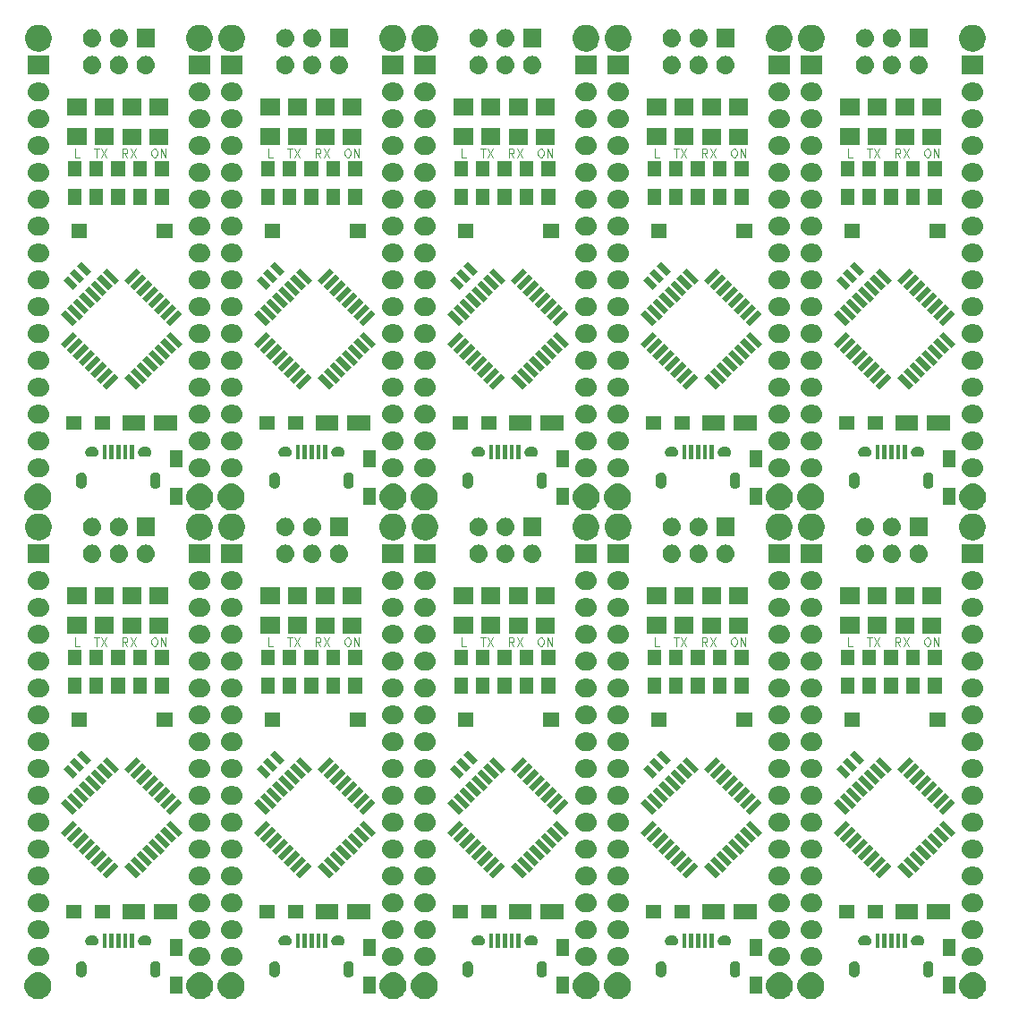
<source format=gts>
G04 #@! TF.GenerationSoftware,KiCad,Pcbnew,5.1.0-rc1-unknown-6bb8fde~66~ubuntu16.04.1*
G04 #@! TF.CreationDate,2019-02-12T13:49:55+01:00
G04 #@! TF.ProjectId,nano328PB,6e616e6f-3332-4385-9042-2e6b69636164,rev?*
G04 #@! TF.SameCoordinates,Original*
G04 #@! TF.FileFunction,Soldermask,Top*
G04 #@! TF.FilePolarity,Negative*
%FSLAX46Y46*%
G04 Gerber Fmt 4.6, Leading zero omitted, Abs format (unit mm)*
G04 Created by KiCad (PCBNEW 5.1.0-rc1-unknown-6bb8fde~66~ubuntu16.04.1) date 2019-02-12 13:49:55*
%MOMM*%
%LPD*%
G04 APERTURE LIST*
%ADD10C,0.100000*%
G04 APERTURE END LIST*
D10*
X194818485Y-99218704D02*
X194437533Y-99218704D01*
X194437533Y-98418704D01*
X196189914Y-98418704D02*
X196647057Y-98418704D01*
X196418485Y-99218704D02*
X196418485Y-98418704D01*
X196837533Y-98418704D02*
X197370866Y-99218704D01*
X197370866Y-98418704D02*
X196837533Y-99218704D01*
X199351819Y-99218704D02*
X199085152Y-98837752D01*
X198894676Y-99218704D02*
X198894676Y-98418704D01*
X199199438Y-98418704D01*
X199275628Y-98456800D01*
X199313723Y-98494895D01*
X199351819Y-98571085D01*
X199351819Y-98685371D01*
X199313723Y-98761561D01*
X199275628Y-98799657D01*
X199199438Y-98837752D01*
X198894676Y-98837752D01*
X199618485Y-98418704D02*
X200151819Y-99218704D01*
X200151819Y-98418704D02*
X199618485Y-99218704D01*
X201828009Y-98418704D02*
X201980390Y-98418704D01*
X202056580Y-98456800D01*
X202132771Y-98532990D01*
X202170866Y-98685371D01*
X202170866Y-98952038D01*
X202132771Y-99104419D01*
X202056580Y-99180609D01*
X201980390Y-99218704D01*
X201828009Y-99218704D01*
X201751819Y-99180609D01*
X201675628Y-99104419D01*
X201637533Y-98952038D01*
X201637533Y-98685371D01*
X201675628Y-98532990D01*
X201751819Y-98456800D01*
X201828009Y-98418704D01*
X202513723Y-99218704D02*
X202513723Y-98418704D01*
X202970866Y-99218704D01*
X202970866Y-98418704D01*
X176530485Y-99218704D02*
X176149533Y-99218704D01*
X176149533Y-98418704D01*
X177901914Y-98418704D02*
X178359057Y-98418704D01*
X178130485Y-99218704D02*
X178130485Y-98418704D01*
X178549533Y-98418704D02*
X179082866Y-99218704D01*
X179082866Y-98418704D02*
X178549533Y-99218704D01*
X181063819Y-99218704D02*
X180797152Y-98837752D01*
X180606676Y-99218704D02*
X180606676Y-98418704D01*
X180911438Y-98418704D01*
X180987628Y-98456800D01*
X181025723Y-98494895D01*
X181063819Y-98571085D01*
X181063819Y-98685371D01*
X181025723Y-98761561D01*
X180987628Y-98799657D01*
X180911438Y-98837752D01*
X180606676Y-98837752D01*
X181330485Y-98418704D02*
X181863819Y-99218704D01*
X181863819Y-98418704D02*
X181330485Y-99218704D01*
X183540009Y-98418704D02*
X183692390Y-98418704D01*
X183768580Y-98456800D01*
X183844771Y-98532990D01*
X183882866Y-98685371D01*
X183882866Y-98952038D01*
X183844771Y-99104419D01*
X183768580Y-99180609D01*
X183692390Y-99218704D01*
X183540009Y-99218704D01*
X183463819Y-99180609D01*
X183387628Y-99104419D01*
X183349533Y-98952038D01*
X183349533Y-98685371D01*
X183387628Y-98532990D01*
X183463819Y-98456800D01*
X183540009Y-98418704D01*
X184225723Y-99218704D02*
X184225723Y-98418704D01*
X184682866Y-99218704D01*
X184682866Y-98418704D01*
X121666485Y-99218704D02*
X121285533Y-99218704D01*
X121285533Y-98418704D01*
X123037914Y-98418704D02*
X123495057Y-98418704D01*
X123266485Y-99218704D02*
X123266485Y-98418704D01*
X123685533Y-98418704D02*
X124218866Y-99218704D01*
X124218866Y-98418704D02*
X123685533Y-99218704D01*
X126199819Y-99218704D02*
X125933152Y-98837752D01*
X125742676Y-99218704D02*
X125742676Y-98418704D01*
X126047438Y-98418704D01*
X126123628Y-98456800D01*
X126161723Y-98494895D01*
X126199819Y-98571085D01*
X126199819Y-98685371D01*
X126161723Y-98761561D01*
X126123628Y-98799657D01*
X126047438Y-98837752D01*
X125742676Y-98837752D01*
X126466485Y-98418704D02*
X126999819Y-99218704D01*
X126999819Y-98418704D02*
X126466485Y-99218704D01*
X128676009Y-98418704D02*
X128828390Y-98418704D01*
X128904580Y-98456800D01*
X128980771Y-98532990D01*
X129018866Y-98685371D01*
X129018866Y-98952038D01*
X128980771Y-99104419D01*
X128904580Y-99180609D01*
X128828390Y-99218704D01*
X128676009Y-99218704D01*
X128599819Y-99180609D01*
X128523628Y-99104419D01*
X128485533Y-98952038D01*
X128485533Y-98685371D01*
X128523628Y-98532990D01*
X128599819Y-98456800D01*
X128676009Y-98418704D01*
X129361723Y-99218704D02*
X129361723Y-98418704D01*
X129818866Y-99218704D01*
X129818866Y-98418704D01*
X158242485Y-99218704D02*
X157861533Y-99218704D01*
X157861533Y-98418704D01*
X159613914Y-98418704D02*
X160071057Y-98418704D01*
X159842485Y-99218704D02*
X159842485Y-98418704D01*
X160261533Y-98418704D02*
X160794866Y-99218704D01*
X160794866Y-98418704D02*
X160261533Y-99218704D01*
X162775819Y-99218704D02*
X162509152Y-98837752D01*
X162318676Y-99218704D02*
X162318676Y-98418704D01*
X162623438Y-98418704D01*
X162699628Y-98456800D01*
X162737723Y-98494895D01*
X162775819Y-98571085D01*
X162775819Y-98685371D01*
X162737723Y-98761561D01*
X162699628Y-98799657D01*
X162623438Y-98837752D01*
X162318676Y-98837752D01*
X163042485Y-98418704D02*
X163575819Y-99218704D01*
X163575819Y-98418704D02*
X163042485Y-99218704D01*
X165252009Y-98418704D02*
X165404390Y-98418704D01*
X165480580Y-98456800D01*
X165556771Y-98532990D01*
X165594866Y-98685371D01*
X165594866Y-98952038D01*
X165556771Y-99104419D01*
X165480580Y-99180609D01*
X165404390Y-99218704D01*
X165252009Y-99218704D01*
X165175819Y-99180609D01*
X165099628Y-99104419D01*
X165061533Y-98952038D01*
X165061533Y-98685371D01*
X165099628Y-98532990D01*
X165175819Y-98456800D01*
X165252009Y-98418704D01*
X165937723Y-99218704D02*
X165937723Y-98418704D01*
X166394866Y-99218704D01*
X166394866Y-98418704D01*
X139954485Y-99218704D02*
X139573533Y-99218704D01*
X139573533Y-98418704D01*
X141325914Y-98418704D02*
X141783057Y-98418704D01*
X141554485Y-99218704D02*
X141554485Y-98418704D01*
X141973533Y-98418704D02*
X142506866Y-99218704D01*
X142506866Y-98418704D02*
X141973533Y-99218704D01*
X144487819Y-99218704D02*
X144221152Y-98837752D01*
X144030676Y-99218704D02*
X144030676Y-98418704D01*
X144335438Y-98418704D01*
X144411628Y-98456800D01*
X144449723Y-98494895D01*
X144487819Y-98571085D01*
X144487819Y-98685371D01*
X144449723Y-98761561D01*
X144411628Y-98799657D01*
X144335438Y-98837752D01*
X144030676Y-98837752D01*
X144754485Y-98418704D02*
X145287819Y-99218704D01*
X145287819Y-98418704D02*
X144754485Y-99218704D01*
X146964009Y-98418704D02*
X147116390Y-98418704D01*
X147192580Y-98456800D01*
X147268771Y-98532990D01*
X147306866Y-98685371D01*
X147306866Y-98952038D01*
X147268771Y-99104419D01*
X147192580Y-99180609D01*
X147116390Y-99218704D01*
X146964009Y-99218704D01*
X146887819Y-99180609D01*
X146811628Y-99104419D01*
X146773533Y-98952038D01*
X146773533Y-98685371D01*
X146811628Y-98532990D01*
X146887819Y-98456800D01*
X146964009Y-98418704D01*
X147649723Y-99218704D02*
X147649723Y-98418704D01*
X148106866Y-99218704D01*
X148106866Y-98418704D01*
X194818485Y-52990704D02*
X194437533Y-52990704D01*
X194437533Y-52190704D01*
X196189914Y-52190704D02*
X196647057Y-52190704D01*
X196418485Y-52990704D02*
X196418485Y-52190704D01*
X196837533Y-52190704D02*
X197370866Y-52990704D01*
X197370866Y-52190704D02*
X196837533Y-52990704D01*
X199351819Y-52990704D02*
X199085152Y-52609752D01*
X198894676Y-52990704D02*
X198894676Y-52190704D01*
X199199438Y-52190704D01*
X199275628Y-52228800D01*
X199313723Y-52266895D01*
X199351819Y-52343085D01*
X199351819Y-52457371D01*
X199313723Y-52533561D01*
X199275628Y-52571657D01*
X199199438Y-52609752D01*
X198894676Y-52609752D01*
X199618485Y-52190704D02*
X200151819Y-52990704D01*
X200151819Y-52190704D02*
X199618485Y-52990704D01*
X201828009Y-52190704D02*
X201980390Y-52190704D01*
X202056580Y-52228800D01*
X202132771Y-52304990D01*
X202170866Y-52457371D01*
X202170866Y-52724038D01*
X202132771Y-52876419D01*
X202056580Y-52952609D01*
X201980390Y-52990704D01*
X201828009Y-52990704D01*
X201751819Y-52952609D01*
X201675628Y-52876419D01*
X201637533Y-52724038D01*
X201637533Y-52457371D01*
X201675628Y-52304990D01*
X201751819Y-52228800D01*
X201828009Y-52190704D01*
X202513723Y-52990704D02*
X202513723Y-52190704D01*
X202970866Y-52990704D01*
X202970866Y-52190704D01*
X176530485Y-52990704D02*
X176149533Y-52990704D01*
X176149533Y-52190704D01*
X177901914Y-52190704D02*
X178359057Y-52190704D01*
X178130485Y-52990704D02*
X178130485Y-52190704D01*
X178549533Y-52190704D02*
X179082866Y-52990704D01*
X179082866Y-52190704D02*
X178549533Y-52990704D01*
X181063819Y-52990704D02*
X180797152Y-52609752D01*
X180606676Y-52990704D02*
X180606676Y-52190704D01*
X180911438Y-52190704D01*
X180987628Y-52228800D01*
X181025723Y-52266895D01*
X181063819Y-52343085D01*
X181063819Y-52457371D01*
X181025723Y-52533561D01*
X180987628Y-52571657D01*
X180911438Y-52609752D01*
X180606676Y-52609752D01*
X181330485Y-52190704D02*
X181863819Y-52990704D01*
X181863819Y-52190704D02*
X181330485Y-52990704D01*
X183540009Y-52190704D02*
X183692390Y-52190704D01*
X183768580Y-52228800D01*
X183844771Y-52304990D01*
X183882866Y-52457371D01*
X183882866Y-52724038D01*
X183844771Y-52876419D01*
X183768580Y-52952609D01*
X183692390Y-52990704D01*
X183540009Y-52990704D01*
X183463819Y-52952609D01*
X183387628Y-52876419D01*
X183349533Y-52724038D01*
X183349533Y-52457371D01*
X183387628Y-52304990D01*
X183463819Y-52228800D01*
X183540009Y-52190704D01*
X184225723Y-52990704D02*
X184225723Y-52190704D01*
X184682866Y-52990704D01*
X184682866Y-52190704D01*
X158242485Y-52990704D02*
X157861533Y-52990704D01*
X157861533Y-52190704D01*
X159613914Y-52190704D02*
X160071057Y-52190704D01*
X159842485Y-52990704D02*
X159842485Y-52190704D01*
X160261533Y-52190704D02*
X160794866Y-52990704D01*
X160794866Y-52190704D02*
X160261533Y-52990704D01*
X162775819Y-52990704D02*
X162509152Y-52609752D01*
X162318676Y-52990704D02*
X162318676Y-52190704D01*
X162623438Y-52190704D01*
X162699628Y-52228800D01*
X162737723Y-52266895D01*
X162775819Y-52343085D01*
X162775819Y-52457371D01*
X162737723Y-52533561D01*
X162699628Y-52571657D01*
X162623438Y-52609752D01*
X162318676Y-52609752D01*
X163042485Y-52190704D02*
X163575819Y-52990704D01*
X163575819Y-52190704D02*
X163042485Y-52990704D01*
X165252009Y-52190704D02*
X165404390Y-52190704D01*
X165480580Y-52228800D01*
X165556771Y-52304990D01*
X165594866Y-52457371D01*
X165594866Y-52724038D01*
X165556771Y-52876419D01*
X165480580Y-52952609D01*
X165404390Y-52990704D01*
X165252009Y-52990704D01*
X165175819Y-52952609D01*
X165099628Y-52876419D01*
X165061533Y-52724038D01*
X165061533Y-52457371D01*
X165099628Y-52304990D01*
X165175819Y-52228800D01*
X165252009Y-52190704D01*
X165937723Y-52990704D02*
X165937723Y-52190704D01*
X166394866Y-52990704D01*
X166394866Y-52190704D01*
X139954485Y-52990704D02*
X139573533Y-52990704D01*
X139573533Y-52190704D01*
X141325914Y-52190704D02*
X141783057Y-52190704D01*
X141554485Y-52990704D02*
X141554485Y-52190704D01*
X141973533Y-52190704D02*
X142506866Y-52990704D01*
X142506866Y-52190704D02*
X141973533Y-52990704D01*
X144487819Y-52990704D02*
X144221152Y-52609752D01*
X144030676Y-52990704D02*
X144030676Y-52190704D01*
X144335438Y-52190704D01*
X144411628Y-52228800D01*
X144449723Y-52266895D01*
X144487819Y-52343085D01*
X144487819Y-52457371D01*
X144449723Y-52533561D01*
X144411628Y-52571657D01*
X144335438Y-52609752D01*
X144030676Y-52609752D01*
X144754485Y-52190704D02*
X145287819Y-52990704D01*
X145287819Y-52190704D02*
X144754485Y-52990704D01*
X146964009Y-52190704D02*
X147116390Y-52190704D01*
X147192580Y-52228800D01*
X147268771Y-52304990D01*
X147306866Y-52457371D01*
X147306866Y-52724038D01*
X147268771Y-52876419D01*
X147192580Y-52952609D01*
X147116390Y-52990704D01*
X146964009Y-52990704D01*
X146887819Y-52952609D01*
X146811628Y-52876419D01*
X146773533Y-52724038D01*
X146773533Y-52457371D01*
X146811628Y-52304990D01*
X146887819Y-52228800D01*
X146964009Y-52190704D01*
X147649723Y-52990704D02*
X147649723Y-52190704D01*
X148106866Y-52990704D01*
X148106866Y-52190704D01*
X121666485Y-52990704D02*
X121285533Y-52990704D01*
X121285533Y-52190704D01*
X123037914Y-52190704D02*
X123495057Y-52190704D01*
X123266485Y-52990704D02*
X123266485Y-52190704D01*
X123685533Y-52190704D02*
X124218866Y-52990704D01*
X124218866Y-52190704D02*
X123685533Y-52990704D01*
X126199819Y-52990704D02*
X125933152Y-52609752D01*
X125742676Y-52990704D02*
X125742676Y-52190704D01*
X126047438Y-52190704D01*
X126123628Y-52228800D01*
X126161723Y-52266895D01*
X126199819Y-52343085D01*
X126199819Y-52457371D01*
X126161723Y-52533561D01*
X126123628Y-52571657D01*
X126047438Y-52609752D01*
X125742676Y-52609752D01*
X126466485Y-52190704D02*
X126999819Y-52990704D01*
X126999819Y-52190704D02*
X126466485Y-52990704D01*
X128676009Y-52190704D02*
X128828390Y-52190704D01*
X128904580Y-52228800D01*
X128980771Y-52304990D01*
X129018866Y-52457371D01*
X129018866Y-52724038D01*
X128980771Y-52876419D01*
X128904580Y-52952609D01*
X128828390Y-52990704D01*
X128676009Y-52990704D01*
X128599819Y-52952609D01*
X128523628Y-52876419D01*
X128485533Y-52724038D01*
X128485533Y-52457371D01*
X128523628Y-52304990D01*
X128599819Y-52228800D01*
X128676009Y-52190704D01*
X129361723Y-52990704D02*
X129361723Y-52190704D01*
X129818866Y-52990704D01*
X129818866Y-52190704D01*
G36*
X206433564Y-130107602D02*
G01*
X206556245Y-130132005D01*
X206787371Y-130227741D01*
X206995378Y-130366727D01*
X207172273Y-130543622D01*
X207311259Y-130751629D01*
X207406995Y-130982755D01*
X207455800Y-131228116D01*
X207455800Y-131478284D01*
X207406995Y-131723645D01*
X207311259Y-131954771D01*
X207172273Y-132162778D01*
X206995378Y-132339673D01*
X206787371Y-132478659D01*
X206556245Y-132574395D01*
X206433564Y-132598798D01*
X206310885Y-132623200D01*
X206060715Y-132623200D01*
X205938036Y-132598798D01*
X205815355Y-132574395D01*
X205584229Y-132478659D01*
X205376222Y-132339673D01*
X205199327Y-132162778D01*
X205060341Y-131954771D01*
X204964605Y-131723645D01*
X204915800Y-131478284D01*
X204915800Y-131228116D01*
X204964605Y-130982755D01*
X205060341Y-130751629D01*
X205199327Y-130543622D01*
X205376222Y-130366727D01*
X205584229Y-130227741D01*
X205815355Y-130132005D01*
X205938036Y-130107602D01*
X206060715Y-130083200D01*
X206310885Y-130083200D01*
X206433564Y-130107602D01*
X206433564Y-130107602D01*
G37*
G36*
X172845564Y-130107602D02*
G01*
X172968245Y-130132005D01*
X173199371Y-130227741D01*
X173407378Y-130366727D01*
X173584273Y-130543622D01*
X173723259Y-130751629D01*
X173818995Y-130982755D01*
X173867800Y-131228116D01*
X173867800Y-131478284D01*
X173818995Y-131723645D01*
X173723259Y-131954771D01*
X173584273Y-132162778D01*
X173407378Y-132339673D01*
X173199371Y-132478659D01*
X172968245Y-132574395D01*
X172845564Y-132598798D01*
X172722885Y-132623200D01*
X172472715Y-132623200D01*
X172350036Y-132598798D01*
X172227355Y-132574395D01*
X171996229Y-132478659D01*
X171788222Y-132339673D01*
X171611327Y-132162778D01*
X171472341Y-131954771D01*
X171376605Y-131723645D01*
X171327800Y-131478284D01*
X171327800Y-131228116D01*
X171376605Y-130982755D01*
X171472341Y-130751629D01*
X171611327Y-130543622D01*
X171788222Y-130366727D01*
X171996229Y-130227741D01*
X172227355Y-130132005D01*
X172350036Y-130107602D01*
X172472715Y-130083200D01*
X172722885Y-130083200D01*
X172845564Y-130107602D01*
X172845564Y-130107602D01*
G37*
G36*
X188145564Y-130107602D02*
G01*
X188268245Y-130132005D01*
X188499371Y-130227741D01*
X188707378Y-130366727D01*
X188884273Y-130543622D01*
X189023259Y-130751629D01*
X189118995Y-130982755D01*
X189167800Y-131228116D01*
X189167800Y-131478284D01*
X189118995Y-131723645D01*
X189023259Y-131954771D01*
X188884273Y-132162778D01*
X188707378Y-132339673D01*
X188499371Y-132478659D01*
X188268245Y-132574395D01*
X188145564Y-132598798D01*
X188022885Y-132623200D01*
X187772715Y-132623200D01*
X187650036Y-132598798D01*
X187527355Y-132574395D01*
X187296229Y-132478659D01*
X187088222Y-132339673D01*
X186911327Y-132162778D01*
X186772341Y-131954771D01*
X186676605Y-131723645D01*
X186627800Y-131478284D01*
X186627800Y-131228116D01*
X186676605Y-130982755D01*
X186772341Y-130751629D01*
X186911327Y-130543622D01*
X187088222Y-130366727D01*
X187296229Y-130227741D01*
X187527355Y-130132005D01*
X187650036Y-130107602D01*
X187772715Y-130083200D01*
X188022885Y-130083200D01*
X188145564Y-130107602D01*
X188145564Y-130107602D01*
G37*
G36*
X117981564Y-130107602D02*
G01*
X118104245Y-130132005D01*
X118335371Y-130227741D01*
X118543378Y-130366727D01*
X118720273Y-130543622D01*
X118859259Y-130751629D01*
X118954995Y-130982755D01*
X119003800Y-131228116D01*
X119003800Y-131478284D01*
X118954995Y-131723645D01*
X118859259Y-131954771D01*
X118720273Y-132162778D01*
X118543378Y-132339673D01*
X118335371Y-132478659D01*
X118104245Y-132574395D01*
X117981564Y-132598798D01*
X117858885Y-132623200D01*
X117608715Y-132623200D01*
X117486036Y-132598798D01*
X117363355Y-132574395D01*
X117132229Y-132478659D01*
X116924222Y-132339673D01*
X116747327Y-132162778D01*
X116608341Y-131954771D01*
X116512605Y-131723645D01*
X116463800Y-131478284D01*
X116463800Y-131228116D01*
X116512605Y-130982755D01*
X116608341Y-130751629D01*
X116747327Y-130543622D01*
X116924222Y-130366727D01*
X117132229Y-130227741D01*
X117363355Y-130132005D01*
X117486036Y-130107602D01*
X117608715Y-130083200D01*
X117858885Y-130083200D01*
X117981564Y-130107602D01*
X117981564Y-130107602D01*
G37*
G36*
X133281564Y-130107602D02*
G01*
X133404245Y-130132005D01*
X133635371Y-130227741D01*
X133843378Y-130366727D01*
X134020273Y-130543622D01*
X134159259Y-130751629D01*
X134254995Y-130982755D01*
X134303800Y-131228116D01*
X134303800Y-131478284D01*
X134254995Y-131723645D01*
X134159259Y-131954771D01*
X134020273Y-132162778D01*
X133843378Y-132339673D01*
X133635371Y-132478659D01*
X133404245Y-132574395D01*
X133281564Y-132598798D01*
X133158885Y-132623200D01*
X132908715Y-132623200D01*
X132786036Y-132598798D01*
X132663355Y-132574395D01*
X132432229Y-132478659D01*
X132224222Y-132339673D01*
X132047327Y-132162778D01*
X131908341Y-131954771D01*
X131812605Y-131723645D01*
X131763800Y-131478284D01*
X131763800Y-131228116D01*
X131812605Y-130982755D01*
X131908341Y-130751629D01*
X132047327Y-130543622D01*
X132224222Y-130366727D01*
X132432229Y-130227741D01*
X132663355Y-130132005D01*
X132786036Y-130107602D01*
X132908715Y-130083200D01*
X133158885Y-130083200D01*
X133281564Y-130107602D01*
X133281564Y-130107602D01*
G37*
G36*
X154557564Y-130107602D02*
G01*
X154680245Y-130132005D01*
X154911371Y-130227741D01*
X155119378Y-130366727D01*
X155296273Y-130543622D01*
X155435259Y-130751629D01*
X155530995Y-130982755D01*
X155579800Y-131228116D01*
X155579800Y-131478284D01*
X155530995Y-131723645D01*
X155435259Y-131954771D01*
X155296273Y-132162778D01*
X155119378Y-132339673D01*
X154911371Y-132478659D01*
X154680245Y-132574395D01*
X154557564Y-132598798D01*
X154434885Y-132623200D01*
X154184715Y-132623200D01*
X154062036Y-132598798D01*
X153939355Y-132574395D01*
X153708229Y-132478659D01*
X153500222Y-132339673D01*
X153323327Y-132162778D01*
X153184341Y-131954771D01*
X153088605Y-131723645D01*
X153039800Y-131478284D01*
X153039800Y-131228116D01*
X153088605Y-130982755D01*
X153184341Y-130751629D01*
X153323327Y-130543622D01*
X153500222Y-130366727D01*
X153708229Y-130227741D01*
X153939355Y-130132005D01*
X154062036Y-130107602D01*
X154184715Y-130083200D01*
X154434885Y-130083200D01*
X154557564Y-130107602D01*
X154557564Y-130107602D01*
G37*
G36*
X169857564Y-130107602D02*
G01*
X169980245Y-130132005D01*
X170211371Y-130227741D01*
X170419378Y-130366727D01*
X170596273Y-130543622D01*
X170735259Y-130751629D01*
X170830995Y-130982755D01*
X170879800Y-131228116D01*
X170879800Y-131478284D01*
X170830995Y-131723645D01*
X170735259Y-131954771D01*
X170596273Y-132162778D01*
X170419378Y-132339673D01*
X170211371Y-132478659D01*
X169980245Y-132574395D01*
X169857564Y-132598798D01*
X169734885Y-132623200D01*
X169484715Y-132623200D01*
X169362036Y-132598798D01*
X169239355Y-132574395D01*
X169008229Y-132478659D01*
X168800222Y-132339673D01*
X168623327Y-132162778D01*
X168484341Y-131954771D01*
X168388605Y-131723645D01*
X168339800Y-131478284D01*
X168339800Y-131228116D01*
X168388605Y-130982755D01*
X168484341Y-130751629D01*
X168623327Y-130543622D01*
X168800222Y-130366727D01*
X169008229Y-130227741D01*
X169239355Y-130132005D01*
X169362036Y-130107602D01*
X169484715Y-130083200D01*
X169734885Y-130083200D01*
X169857564Y-130107602D01*
X169857564Y-130107602D01*
G37*
G36*
X136269564Y-130107602D02*
G01*
X136392245Y-130132005D01*
X136623371Y-130227741D01*
X136831378Y-130366727D01*
X137008273Y-130543622D01*
X137147259Y-130751629D01*
X137242995Y-130982755D01*
X137291800Y-131228116D01*
X137291800Y-131478284D01*
X137242995Y-131723645D01*
X137147259Y-131954771D01*
X137008273Y-132162778D01*
X136831378Y-132339673D01*
X136623371Y-132478659D01*
X136392245Y-132574395D01*
X136269564Y-132598798D01*
X136146885Y-132623200D01*
X135896715Y-132623200D01*
X135774036Y-132598798D01*
X135651355Y-132574395D01*
X135420229Y-132478659D01*
X135212222Y-132339673D01*
X135035327Y-132162778D01*
X134896341Y-131954771D01*
X134800605Y-131723645D01*
X134751800Y-131478284D01*
X134751800Y-131228116D01*
X134800605Y-130982755D01*
X134896341Y-130751629D01*
X135035327Y-130543622D01*
X135212222Y-130366727D01*
X135420229Y-130227741D01*
X135651355Y-130132005D01*
X135774036Y-130107602D01*
X135896715Y-130083200D01*
X136146885Y-130083200D01*
X136269564Y-130107602D01*
X136269564Y-130107602D01*
G37*
G36*
X151569564Y-130107602D02*
G01*
X151692245Y-130132005D01*
X151923371Y-130227741D01*
X152131378Y-130366727D01*
X152308273Y-130543622D01*
X152447259Y-130751629D01*
X152542995Y-130982755D01*
X152591800Y-131228116D01*
X152591800Y-131478284D01*
X152542995Y-131723645D01*
X152447259Y-131954771D01*
X152308273Y-132162778D01*
X152131378Y-132339673D01*
X151923371Y-132478659D01*
X151692245Y-132574395D01*
X151569564Y-132598798D01*
X151446885Y-132623200D01*
X151196715Y-132623200D01*
X151074036Y-132598798D01*
X150951355Y-132574395D01*
X150720229Y-132478659D01*
X150512222Y-132339673D01*
X150335327Y-132162778D01*
X150196341Y-131954771D01*
X150100605Y-131723645D01*
X150051800Y-131478284D01*
X150051800Y-131228116D01*
X150100605Y-130982755D01*
X150196341Y-130751629D01*
X150335327Y-130543622D01*
X150512222Y-130366727D01*
X150720229Y-130227741D01*
X150951355Y-130132005D01*
X151074036Y-130107602D01*
X151196715Y-130083200D01*
X151446885Y-130083200D01*
X151569564Y-130107602D01*
X151569564Y-130107602D01*
G37*
G36*
X191133564Y-130107602D02*
G01*
X191256245Y-130132005D01*
X191487371Y-130227741D01*
X191695378Y-130366727D01*
X191872273Y-130543622D01*
X192011259Y-130751629D01*
X192106995Y-130982755D01*
X192155800Y-131228116D01*
X192155800Y-131478284D01*
X192106995Y-131723645D01*
X192011259Y-131954771D01*
X191872273Y-132162778D01*
X191695378Y-132339673D01*
X191487371Y-132478659D01*
X191256245Y-132574395D01*
X191133564Y-132598798D01*
X191010885Y-132623200D01*
X190760715Y-132623200D01*
X190638036Y-132598798D01*
X190515355Y-132574395D01*
X190284229Y-132478659D01*
X190076222Y-132339673D01*
X189899327Y-132162778D01*
X189760341Y-131954771D01*
X189664605Y-131723645D01*
X189615800Y-131478284D01*
X189615800Y-131228116D01*
X189664605Y-130982755D01*
X189760341Y-130751629D01*
X189899327Y-130543622D01*
X190076222Y-130366727D01*
X190284229Y-130227741D01*
X190515355Y-130132005D01*
X190638036Y-130107602D01*
X190760715Y-130083200D01*
X191010885Y-130083200D01*
X191133564Y-130107602D01*
X191133564Y-130107602D01*
G37*
G36*
X167998140Y-132105400D02*
G01*
X166799260Y-132105400D01*
X166799260Y-130505200D01*
X167998140Y-130505200D01*
X167998140Y-132105400D01*
X167998140Y-132105400D01*
G37*
G36*
X149710140Y-132105400D02*
G01*
X148511260Y-132105400D01*
X148511260Y-130505200D01*
X149710140Y-130505200D01*
X149710140Y-132105400D01*
X149710140Y-132105400D01*
G37*
G36*
X131422140Y-132105400D02*
G01*
X130223260Y-132105400D01*
X130223260Y-130505200D01*
X131422140Y-130505200D01*
X131422140Y-132105400D01*
X131422140Y-132105400D01*
G37*
G36*
X204574140Y-132105400D02*
G01*
X203375260Y-132105400D01*
X203375260Y-130505200D01*
X204574140Y-130505200D01*
X204574140Y-132105400D01*
X204574140Y-132105400D01*
G37*
G36*
X186286140Y-132105400D02*
G01*
X185087260Y-132105400D01*
X185087260Y-130505200D01*
X186286140Y-130505200D01*
X186286140Y-132105400D01*
X186286140Y-132105400D01*
G37*
G36*
X128930914Y-129022894D02*
G01*
X129025169Y-129051486D01*
X129082830Y-129082307D01*
X129112029Y-129097914D01*
X129188164Y-129160396D01*
X129232000Y-129213811D01*
X129250647Y-129236532D01*
X129297074Y-129323390D01*
X129325666Y-129417645D01*
X129332900Y-129491096D01*
X129332900Y-130090224D01*
X129325666Y-130163675D01*
X129297074Y-130257930D01*
X129250647Y-130344788D01*
X129188164Y-130420924D01*
X129112028Y-130483407D01*
X129025170Y-130529834D01*
X128930915Y-130558426D01*
X128832900Y-130568079D01*
X128734886Y-130558426D01*
X128640631Y-130529834D01*
X128553773Y-130483407D01*
X128477637Y-130420924D01*
X128415155Y-130344790D01*
X128368725Y-130257928D01*
X128340134Y-130163675D01*
X128332900Y-130090224D01*
X128332900Y-129491097D01*
X128340134Y-129417646D01*
X128368726Y-129323391D01*
X128415153Y-129236533D01*
X128415154Y-129236531D01*
X128477636Y-129160396D01*
X128553771Y-129097914D01*
X128553770Y-129097914D01*
X128553772Y-129097913D01*
X128640630Y-129051486D01*
X128734885Y-129022894D01*
X128832900Y-129013241D01*
X128930914Y-129022894D01*
X128930914Y-129022894D01*
G37*
G36*
X147218914Y-129022894D02*
G01*
X147313169Y-129051486D01*
X147370830Y-129082307D01*
X147400029Y-129097914D01*
X147476164Y-129160396D01*
X147520000Y-129213811D01*
X147538647Y-129236532D01*
X147585074Y-129323390D01*
X147613666Y-129417645D01*
X147620900Y-129491096D01*
X147620900Y-130090224D01*
X147613666Y-130163675D01*
X147585074Y-130257930D01*
X147538647Y-130344788D01*
X147476164Y-130420924D01*
X147400028Y-130483407D01*
X147313170Y-130529834D01*
X147218915Y-130558426D01*
X147120900Y-130568079D01*
X147022886Y-130558426D01*
X146928631Y-130529834D01*
X146841773Y-130483407D01*
X146765637Y-130420924D01*
X146703155Y-130344790D01*
X146656725Y-130257928D01*
X146628134Y-130163675D01*
X146620900Y-130090224D01*
X146620900Y-129491097D01*
X146628134Y-129417646D01*
X146656726Y-129323391D01*
X146703153Y-129236533D01*
X146703154Y-129236531D01*
X146765636Y-129160396D01*
X146841771Y-129097914D01*
X146841770Y-129097914D01*
X146841772Y-129097913D01*
X146928630Y-129051486D01*
X147022885Y-129022894D01*
X147120900Y-129013241D01*
X147218914Y-129022894D01*
X147218914Y-129022894D01*
G37*
G36*
X195082914Y-129022894D02*
G01*
X195177169Y-129051486D01*
X195234830Y-129082307D01*
X195264029Y-129097914D01*
X195340164Y-129160396D01*
X195384000Y-129213811D01*
X195402647Y-129236532D01*
X195449074Y-129323390D01*
X195477666Y-129417645D01*
X195484900Y-129491096D01*
X195484900Y-130090224D01*
X195477666Y-130163675D01*
X195449074Y-130257930D01*
X195402647Y-130344788D01*
X195340164Y-130420924D01*
X195264028Y-130483407D01*
X195177170Y-130529834D01*
X195082915Y-130558426D01*
X194984900Y-130568079D01*
X194886886Y-130558426D01*
X194792631Y-130529834D01*
X194705773Y-130483407D01*
X194629637Y-130420924D01*
X194567155Y-130344790D01*
X194520725Y-130257928D01*
X194492134Y-130163675D01*
X194484900Y-130090224D01*
X194484900Y-129491097D01*
X194492134Y-129417646D01*
X194520726Y-129323391D01*
X194567153Y-129236533D01*
X194567154Y-129236531D01*
X194629636Y-129160396D01*
X194705771Y-129097914D01*
X194705770Y-129097914D01*
X194705772Y-129097913D01*
X194792630Y-129051486D01*
X194886885Y-129022894D01*
X194984900Y-129013241D01*
X195082914Y-129022894D01*
X195082914Y-129022894D01*
G37*
G36*
X202082914Y-129022894D02*
G01*
X202177169Y-129051486D01*
X202234830Y-129082307D01*
X202264029Y-129097914D01*
X202340164Y-129160396D01*
X202384000Y-129213811D01*
X202402647Y-129236532D01*
X202449074Y-129323390D01*
X202477666Y-129417645D01*
X202484900Y-129491096D01*
X202484900Y-130090224D01*
X202477666Y-130163675D01*
X202449074Y-130257930D01*
X202402647Y-130344788D01*
X202340164Y-130420924D01*
X202264028Y-130483407D01*
X202177170Y-130529834D01*
X202082915Y-130558426D01*
X201984900Y-130568079D01*
X201886886Y-130558426D01*
X201792631Y-130529834D01*
X201705773Y-130483407D01*
X201629637Y-130420924D01*
X201567155Y-130344790D01*
X201520725Y-130257928D01*
X201492134Y-130163675D01*
X201484900Y-130090224D01*
X201484900Y-129491097D01*
X201492134Y-129417646D01*
X201520726Y-129323391D01*
X201567153Y-129236533D01*
X201567154Y-129236531D01*
X201629636Y-129160396D01*
X201705771Y-129097914D01*
X201705770Y-129097914D01*
X201705772Y-129097913D01*
X201792630Y-129051486D01*
X201886885Y-129022894D01*
X201984900Y-129013241D01*
X202082914Y-129022894D01*
X202082914Y-129022894D01*
G37*
G36*
X176794914Y-129022894D02*
G01*
X176889169Y-129051486D01*
X176946830Y-129082307D01*
X176976029Y-129097914D01*
X177052164Y-129160396D01*
X177096000Y-129213811D01*
X177114647Y-129236532D01*
X177161074Y-129323390D01*
X177189666Y-129417645D01*
X177196900Y-129491096D01*
X177196900Y-130090224D01*
X177189666Y-130163675D01*
X177161074Y-130257930D01*
X177114647Y-130344788D01*
X177052164Y-130420924D01*
X176976028Y-130483407D01*
X176889170Y-130529834D01*
X176794915Y-130558426D01*
X176696900Y-130568079D01*
X176598886Y-130558426D01*
X176504631Y-130529834D01*
X176417773Y-130483407D01*
X176341637Y-130420924D01*
X176279155Y-130344790D01*
X176232725Y-130257928D01*
X176204134Y-130163675D01*
X176196900Y-130090224D01*
X176196900Y-129491097D01*
X176204134Y-129417646D01*
X176232726Y-129323391D01*
X176279153Y-129236533D01*
X176279154Y-129236531D01*
X176341636Y-129160396D01*
X176417771Y-129097914D01*
X176417770Y-129097914D01*
X176417772Y-129097913D01*
X176504630Y-129051486D01*
X176598885Y-129022894D01*
X176696900Y-129013241D01*
X176794914Y-129022894D01*
X176794914Y-129022894D01*
G37*
G36*
X121930914Y-129022894D02*
G01*
X122025169Y-129051486D01*
X122082830Y-129082307D01*
X122112029Y-129097914D01*
X122188164Y-129160396D01*
X122232000Y-129213811D01*
X122250647Y-129236532D01*
X122297074Y-129323390D01*
X122325666Y-129417645D01*
X122332900Y-129491096D01*
X122332900Y-130090224D01*
X122325666Y-130163675D01*
X122297074Y-130257930D01*
X122250647Y-130344788D01*
X122188164Y-130420924D01*
X122112028Y-130483407D01*
X122025170Y-130529834D01*
X121930915Y-130558426D01*
X121832900Y-130568079D01*
X121734886Y-130558426D01*
X121640631Y-130529834D01*
X121553773Y-130483407D01*
X121477637Y-130420924D01*
X121415155Y-130344790D01*
X121368725Y-130257928D01*
X121340134Y-130163675D01*
X121332900Y-130090224D01*
X121332900Y-129491097D01*
X121340134Y-129417646D01*
X121368726Y-129323391D01*
X121415153Y-129236533D01*
X121415154Y-129236531D01*
X121477636Y-129160396D01*
X121553771Y-129097914D01*
X121553770Y-129097914D01*
X121553772Y-129097913D01*
X121640630Y-129051486D01*
X121734885Y-129022894D01*
X121832900Y-129013241D01*
X121930914Y-129022894D01*
X121930914Y-129022894D01*
G37*
G36*
X165506914Y-129022894D02*
G01*
X165601169Y-129051486D01*
X165658830Y-129082307D01*
X165688029Y-129097914D01*
X165764164Y-129160396D01*
X165808000Y-129213811D01*
X165826647Y-129236532D01*
X165873074Y-129323390D01*
X165901666Y-129417645D01*
X165908900Y-129491096D01*
X165908900Y-130090224D01*
X165901666Y-130163675D01*
X165873074Y-130257930D01*
X165826647Y-130344788D01*
X165764164Y-130420924D01*
X165688028Y-130483407D01*
X165601170Y-130529834D01*
X165506915Y-130558426D01*
X165408900Y-130568079D01*
X165310886Y-130558426D01*
X165216631Y-130529834D01*
X165129773Y-130483407D01*
X165053637Y-130420924D01*
X164991155Y-130344790D01*
X164944725Y-130257928D01*
X164916134Y-130163675D01*
X164908900Y-130090224D01*
X164908900Y-129491097D01*
X164916134Y-129417646D01*
X164944726Y-129323391D01*
X164991153Y-129236533D01*
X164991154Y-129236531D01*
X165053636Y-129160396D01*
X165129771Y-129097914D01*
X165129770Y-129097914D01*
X165129772Y-129097913D01*
X165216630Y-129051486D01*
X165310885Y-129022894D01*
X165408900Y-129013241D01*
X165506914Y-129022894D01*
X165506914Y-129022894D01*
G37*
G36*
X158506914Y-129022894D02*
G01*
X158601169Y-129051486D01*
X158658830Y-129082307D01*
X158688029Y-129097914D01*
X158764164Y-129160396D01*
X158808000Y-129213811D01*
X158826647Y-129236532D01*
X158873074Y-129323390D01*
X158901666Y-129417645D01*
X158908900Y-129491096D01*
X158908900Y-130090224D01*
X158901666Y-130163675D01*
X158873074Y-130257930D01*
X158826647Y-130344788D01*
X158764164Y-130420924D01*
X158688028Y-130483407D01*
X158601170Y-130529834D01*
X158506915Y-130558426D01*
X158408900Y-130568079D01*
X158310886Y-130558426D01*
X158216631Y-130529834D01*
X158129773Y-130483407D01*
X158053637Y-130420924D01*
X157991155Y-130344790D01*
X157944725Y-130257928D01*
X157916134Y-130163675D01*
X157908900Y-130090224D01*
X157908900Y-129491097D01*
X157916134Y-129417646D01*
X157944726Y-129323391D01*
X157991153Y-129236533D01*
X157991154Y-129236531D01*
X158053636Y-129160396D01*
X158129771Y-129097914D01*
X158129770Y-129097914D01*
X158129772Y-129097913D01*
X158216630Y-129051486D01*
X158310885Y-129022894D01*
X158408900Y-129013241D01*
X158506914Y-129022894D01*
X158506914Y-129022894D01*
G37*
G36*
X183794914Y-129022894D02*
G01*
X183889169Y-129051486D01*
X183946830Y-129082307D01*
X183976029Y-129097914D01*
X184052164Y-129160396D01*
X184096000Y-129213811D01*
X184114647Y-129236532D01*
X184161074Y-129323390D01*
X184189666Y-129417645D01*
X184196900Y-129491096D01*
X184196900Y-130090224D01*
X184189666Y-130163675D01*
X184161074Y-130257930D01*
X184114647Y-130344788D01*
X184052164Y-130420924D01*
X183976028Y-130483407D01*
X183889170Y-130529834D01*
X183794915Y-130558426D01*
X183696900Y-130568079D01*
X183598886Y-130558426D01*
X183504631Y-130529834D01*
X183417773Y-130483407D01*
X183341637Y-130420924D01*
X183279155Y-130344790D01*
X183232725Y-130257928D01*
X183204134Y-130163675D01*
X183196900Y-130090224D01*
X183196900Y-129491097D01*
X183204134Y-129417646D01*
X183232726Y-129323391D01*
X183279153Y-129236533D01*
X183279154Y-129236531D01*
X183341636Y-129160396D01*
X183417771Y-129097914D01*
X183417770Y-129097914D01*
X183417772Y-129097913D01*
X183504630Y-129051486D01*
X183598885Y-129022894D01*
X183696900Y-129013241D01*
X183794914Y-129022894D01*
X183794914Y-129022894D01*
G37*
G36*
X140218914Y-129022894D02*
G01*
X140313169Y-129051486D01*
X140370830Y-129082307D01*
X140400029Y-129097914D01*
X140476164Y-129160396D01*
X140520000Y-129213811D01*
X140538647Y-129236532D01*
X140585074Y-129323390D01*
X140613666Y-129417645D01*
X140620900Y-129491096D01*
X140620900Y-130090224D01*
X140613666Y-130163675D01*
X140585074Y-130257930D01*
X140538647Y-130344788D01*
X140476164Y-130420924D01*
X140400028Y-130483407D01*
X140313170Y-130529834D01*
X140218915Y-130558426D01*
X140120900Y-130568079D01*
X140022886Y-130558426D01*
X139928631Y-130529834D01*
X139841773Y-130483407D01*
X139765637Y-130420924D01*
X139703155Y-130344790D01*
X139656725Y-130257928D01*
X139628134Y-130163675D01*
X139620900Y-130090224D01*
X139620900Y-129491097D01*
X139628134Y-129417646D01*
X139656726Y-129323391D01*
X139703153Y-129236533D01*
X139703154Y-129236531D01*
X139765636Y-129160396D01*
X139841771Y-129097914D01*
X139841770Y-129097914D01*
X139841772Y-129097913D01*
X139928630Y-129051486D01*
X140022885Y-129022894D01*
X140120900Y-129013241D01*
X140218914Y-129022894D01*
X140218914Y-129022894D01*
G37*
G36*
X154592912Y-127740765D02*
G01*
X154677495Y-127749096D01*
X154840284Y-127798478D01*
X154840287Y-127798479D01*
X154990307Y-127878666D01*
X154990308Y-127878667D01*
X154990312Y-127878669D01*
X155121812Y-127986588D01*
X155229731Y-128118088D01*
X155229733Y-128118092D01*
X155229734Y-128118093D01*
X155309921Y-128268113D01*
X155309922Y-128268116D01*
X155359304Y-128430905D01*
X155375978Y-128600200D01*
X155359304Y-128769495D01*
X155309922Y-128932284D01*
X155309921Y-128932287D01*
X155246208Y-129051486D01*
X155229731Y-129082312D01*
X155121812Y-129213812D01*
X154990312Y-129321731D01*
X154990308Y-129321733D01*
X154990307Y-129321734D01*
X154840287Y-129401921D01*
X154840284Y-129401922D01*
X154677495Y-129451304D01*
X154592912Y-129459635D01*
X154550621Y-129463800D01*
X154160979Y-129463800D01*
X154118688Y-129459635D01*
X154034105Y-129451304D01*
X153871316Y-129401922D01*
X153871313Y-129401921D01*
X153721293Y-129321734D01*
X153721292Y-129321733D01*
X153721288Y-129321731D01*
X153589788Y-129213812D01*
X153481869Y-129082312D01*
X153465392Y-129051486D01*
X153401679Y-128932287D01*
X153401678Y-128932284D01*
X153352296Y-128769495D01*
X153335622Y-128600200D01*
X153352296Y-128430905D01*
X153401678Y-128268116D01*
X153401679Y-128268113D01*
X153481866Y-128118093D01*
X153481867Y-128118092D01*
X153481869Y-128118088D01*
X153589788Y-127986588D01*
X153721288Y-127878669D01*
X153721292Y-127878667D01*
X153721293Y-127878666D01*
X153871313Y-127798479D01*
X153871316Y-127798478D01*
X154034105Y-127749096D01*
X154118688Y-127740765D01*
X154160979Y-127736600D01*
X154550621Y-127736600D01*
X154592912Y-127740765D01*
X154592912Y-127740765D01*
G37*
G36*
X191168912Y-127740765D02*
G01*
X191253495Y-127749096D01*
X191416284Y-127798478D01*
X191416287Y-127798479D01*
X191566307Y-127878666D01*
X191566308Y-127878667D01*
X191566312Y-127878669D01*
X191697812Y-127986588D01*
X191805731Y-128118088D01*
X191805733Y-128118092D01*
X191805734Y-128118093D01*
X191885921Y-128268113D01*
X191885922Y-128268116D01*
X191935304Y-128430905D01*
X191951978Y-128600200D01*
X191935304Y-128769495D01*
X191885922Y-128932284D01*
X191885921Y-128932287D01*
X191822208Y-129051486D01*
X191805731Y-129082312D01*
X191697812Y-129213812D01*
X191566312Y-129321731D01*
X191566308Y-129321733D01*
X191566307Y-129321734D01*
X191416287Y-129401921D01*
X191416284Y-129401922D01*
X191253495Y-129451304D01*
X191168912Y-129459635D01*
X191126621Y-129463800D01*
X190736979Y-129463800D01*
X190694688Y-129459635D01*
X190610105Y-129451304D01*
X190447316Y-129401922D01*
X190447313Y-129401921D01*
X190297293Y-129321734D01*
X190297292Y-129321733D01*
X190297288Y-129321731D01*
X190165788Y-129213812D01*
X190057869Y-129082312D01*
X190041392Y-129051486D01*
X189977679Y-128932287D01*
X189977678Y-128932284D01*
X189928296Y-128769495D01*
X189911622Y-128600200D01*
X189928296Y-128430905D01*
X189977678Y-128268116D01*
X189977679Y-128268113D01*
X190057866Y-128118093D01*
X190057867Y-128118092D01*
X190057869Y-128118088D01*
X190165788Y-127986588D01*
X190297288Y-127878669D01*
X190297292Y-127878667D01*
X190297293Y-127878666D01*
X190447313Y-127798479D01*
X190447316Y-127798478D01*
X190610105Y-127749096D01*
X190694688Y-127740765D01*
X190736979Y-127736600D01*
X191126621Y-127736600D01*
X191168912Y-127740765D01*
X191168912Y-127740765D01*
G37*
G36*
X172880912Y-127740765D02*
G01*
X172965495Y-127749096D01*
X173128284Y-127798478D01*
X173128287Y-127798479D01*
X173278307Y-127878666D01*
X173278308Y-127878667D01*
X173278312Y-127878669D01*
X173409812Y-127986588D01*
X173517731Y-128118088D01*
X173517733Y-128118092D01*
X173517734Y-128118093D01*
X173597921Y-128268113D01*
X173597922Y-128268116D01*
X173647304Y-128430905D01*
X173663978Y-128600200D01*
X173647304Y-128769495D01*
X173597922Y-128932284D01*
X173597921Y-128932287D01*
X173534208Y-129051486D01*
X173517731Y-129082312D01*
X173409812Y-129213812D01*
X173278312Y-129321731D01*
X173278308Y-129321733D01*
X173278307Y-129321734D01*
X173128287Y-129401921D01*
X173128284Y-129401922D01*
X172965495Y-129451304D01*
X172880912Y-129459635D01*
X172838621Y-129463800D01*
X172448979Y-129463800D01*
X172406688Y-129459635D01*
X172322105Y-129451304D01*
X172159316Y-129401922D01*
X172159313Y-129401921D01*
X172009293Y-129321734D01*
X172009292Y-129321733D01*
X172009288Y-129321731D01*
X171877788Y-129213812D01*
X171769869Y-129082312D01*
X171753392Y-129051486D01*
X171689679Y-128932287D01*
X171689678Y-128932284D01*
X171640296Y-128769495D01*
X171623622Y-128600200D01*
X171640296Y-128430905D01*
X171689678Y-128268116D01*
X171689679Y-128268113D01*
X171769866Y-128118093D01*
X171769867Y-128118092D01*
X171769869Y-128118088D01*
X171877788Y-127986588D01*
X172009288Y-127878669D01*
X172009292Y-127878667D01*
X172009293Y-127878666D01*
X172159313Y-127798479D01*
X172159316Y-127798478D01*
X172322105Y-127749096D01*
X172406688Y-127740765D01*
X172448979Y-127736600D01*
X172838621Y-127736600D01*
X172880912Y-127740765D01*
X172880912Y-127740765D01*
G37*
G36*
X169832912Y-127740765D02*
G01*
X169917495Y-127749096D01*
X170080284Y-127798478D01*
X170080287Y-127798479D01*
X170230307Y-127878666D01*
X170230308Y-127878667D01*
X170230312Y-127878669D01*
X170361812Y-127986588D01*
X170469731Y-128118088D01*
X170469733Y-128118092D01*
X170469734Y-128118093D01*
X170549921Y-128268113D01*
X170549922Y-128268116D01*
X170599304Y-128430905D01*
X170615978Y-128600200D01*
X170599304Y-128769495D01*
X170549922Y-128932284D01*
X170549921Y-128932287D01*
X170486208Y-129051486D01*
X170469731Y-129082312D01*
X170361812Y-129213812D01*
X170230312Y-129321731D01*
X170230308Y-129321733D01*
X170230307Y-129321734D01*
X170080287Y-129401921D01*
X170080284Y-129401922D01*
X169917495Y-129451304D01*
X169832912Y-129459635D01*
X169790621Y-129463800D01*
X169400979Y-129463800D01*
X169358688Y-129459635D01*
X169274105Y-129451304D01*
X169111316Y-129401922D01*
X169111313Y-129401921D01*
X168961293Y-129321734D01*
X168961292Y-129321733D01*
X168961288Y-129321731D01*
X168829788Y-129213812D01*
X168721869Y-129082312D01*
X168705392Y-129051486D01*
X168641679Y-128932287D01*
X168641678Y-128932284D01*
X168592296Y-128769495D01*
X168575622Y-128600200D01*
X168592296Y-128430905D01*
X168641678Y-128268116D01*
X168641679Y-128268113D01*
X168721866Y-128118093D01*
X168721867Y-128118092D01*
X168721869Y-128118088D01*
X168829788Y-127986588D01*
X168961288Y-127878669D01*
X168961292Y-127878667D01*
X168961293Y-127878666D01*
X169111313Y-127798479D01*
X169111316Y-127798478D01*
X169274105Y-127749096D01*
X169358688Y-127740765D01*
X169400979Y-127736600D01*
X169790621Y-127736600D01*
X169832912Y-127740765D01*
X169832912Y-127740765D01*
G37*
G36*
X188120912Y-127740765D02*
G01*
X188205495Y-127749096D01*
X188368284Y-127798478D01*
X188368287Y-127798479D01*
X188518307Y-127878666D01*
X188518308Y-127878667D01*
X188518312Y-127878669D01*
X188649812Y-127986588D01*
X188757731Y-128118088D01*
X188757733Y-128118092D01*
X188757734Y-128118093D01*
X188837921Y-128268113D01*
X188837922Y-128268116D01*
X188887304Y-128430905D01*
X188903978Y-128600200D01*
X188887304Y-128769495D01*
X188837922Y-128932284D01*
X188837921Y-128932287D01*
X188774208Y-129051486D01*
X188757731Y-129082312D01*
X188649812Y-129213812D01*
X188518312Y-129321731D01*
X188518308Y-129321733D01*
X188518307Y-129321734D01*
X188368287Y-129401921D01*
X188368284Y-129401922D01*
X188205495Y-129451304D01*
X188120912Y-129459635D01*
X188078621Y-129463800D01*
X187688979Y-129463800D01*
X187646688Y-129459635D01*
X187562105Y-129451304D01*
X187399316Y-129401922D01*
X187399313Y-129401921D01*
X187249293Y-129321734D01*
X187249292Y-129321733D01*
X187249288Y-129321731D01*
X187117788Y-129213812D01*
X187009869Y-129082312D01*
X186993392Y-129051486D01*
X186929679Y-128932287D01*
X186929678Y-128932284D01*
X186880296Y-128769495D01*
X186863622Y-128600200D01*
X186880296Y-128430905D01*
X186929678Y-128268116D01*
X186929679Y-128268113D01*
X187009866Y-128118093D01*
X187009867Y-128118092D01*
X187009869Y-128118088D01*
X187117788Y-127986588D01*
X187249288Y-127878669D01*
X187249292Y-127878667D01*
X187249293Y-127878666D01*
X187399313Y-127798479D01*
X187399316Y-127798478D01*
X187562105Y-127749096D01*
X187646688Y-127740765D01*
X187688979Y-127736600D01*
X188078621Y-127736600D01*
X188120912Y-127740765D01*
X188120912Y-127740765D01*
G37*
G36*
X151544912Y-127740765D02*
G01*
X151629495Y-127749096D01*
X151792284Y-127798478D01*
X151792287Y-127798479D01*
X151942307Y-127878666D01*
X151942308Y-127878667D01*
X151942312Y-127878669D01*
X152073812Y-127986588D01*
X152181731Y-128118088D01*
X152181733Y-128118092D01*
X152181734Y-128118093D01*
X152261921Y-128268113D01*
X152261922Y-128268116D01*
X152311304Y-128430905D01*
X152327978Y-128600200D01*
X152311304Y-128769495D01*
X152261922Y-128932284D01*
X152261921Y-128932287D01*
X152198208Y-129051486D01*
X152181731Y-129082312D01*
X152073812Y-129213812D01*
X151942312Y-129321731D01*
X151942308Y-129321733D01*
X151942307Y-129321734D01*
X151792287Y-129401921D01*
X151792284Y-129401922D01*
X151629495Y-129451304D01*
X151544912Y-129459635D01*
X151502621Y-129463800D01*
X151112979Y-129463800D01*
X151070688Y-129459635D01*
X150986105Y-129451304D01*
X150823316Y-129401922D01*
X150823313Y-129401921D01*
X150673293Y-129321734D01*
X150673292Y-129321733D01*
X150673288Y-129321731D01*
X150541788Y-129213812D01*
X150433869Y-129082312D01*
X150417392Y-129051486D01*
X150353679Y-128932287D01*
X150353678Y-128932284D01*
X150304296Y-128769495D01*
X150287622Y-128600200D01*
X150304296Y-128430905D01*
X150353678Y-128268116D01*
X150353679Y-128268113D01*
X150433866Y-128118093D01*
X150433867Y-128118092D01*
X150433869Y-128118088D01*
X150541788Y-127986588D01*
X150673288Y-127878669D01*
X150673292Y-127878667D01*
X150673293Y-127878666D01*
X150823313Y-127798479D01*
X150823316Y-127798478D01*
X150986105Y-127749096D01*
X151070688Y-127740765D01*
X151112979Y-127736600D01*
X151502621Y-127736600D01*
X151544912Y-127740765D01*
X151544912Y-127740765D01*
G37*
G36*
X136304912Y-127740765D02*
G01*
X136389495Y-127749096D01*
X136552284Y-127798478D01*
X136552287Y-127798479D01*
X136702307Y-127878666D01*
X136702308Y-127878667D01*
X136702312Y-127878669D01*
X136833812Y-127986588D01*
X136941731Y-128118088D01*
X136941733Y-128118092D01*
X136941734Y-128118093D01*
X137021921Y-128268113D01*
X137021922Y-128268116D01*
X137071304Y-128430905D01*
X137087978Y-128600200D01*
X137071304Y-128769495D01*
X137021922Y-128932284D01*
X137021921Y-128932287D01*
X136958208Y-129051486D01*
X136941731Y-129082312D01*
X136833812Y-129213812D01*
X136702312Y-129321731D01*
X136702308Y-129321733D01*
X136702307Y-129321734D01*
X136552287Y-129401921D01*
X136552284Y-129401922D01*
X136389495Y-129451304D01*
X136304912Y-129459635D01*
X136262621Y-129463800D01*
X135872979Y-129463800D01*
X135830688Y-129459635D01*
X135746105Y-129451304D01*
X135583316Y-129401922D01*
X135583313Y-129401921D01*
X135433293Y-129321734D01*
X135433292Y-129321733D01*
X135433288Y-129321731D01*
X135301788Y-129213812D01*
X135193869Y-129082312D01*
X135177392Y-129051486D01*
X135113679Y-128932287D01*
X135113678Y-128932284D01*
X135064296Y-128769495D01*
X135047622Y-128600200D01*
X135064296Y-128430905D01*
X135113678Y-128268116D01*
X135113679Y-128268113D01*
X135193866Y-128118093D01*
X135193867Y-128118092D01*
X135193869Y-128118088D01*
X135301788Y-127986588D01*
X135433288Y-127878669D01*
X135433292Y-127878667D01*
X135433293Y-127878666D01*
X135583313Y-127798479D01*
X135583316Y-127798478D01*
X135746105Y-127749096D01*
X135830688Y-127740765D01*
X135872979Y-127736600D01*
X136262621Y-127736600D01*
X136304912Y-127740765D01*
X136304912Y-127740765D01*
G37*
G36*
X206408912Y-127740765D02*
G01*
X206493495Y-127749096D01*
X206656284Y-127798478D01*
X206656287Y-127798479D01*
X206806307Y-127878666D01*
X206806308Y-127878667D01*
X206806312Y-127878669D01*
X206937812Y-127986588D01*
X207045731Y-128118088D01*
X207045733Y-128118092D01*
X207045734Y-128118093D01*
X207125921Y-128268113D01*
X207125922Y-128268116D01*
X207175304Y-128430905D01*
X207191978Y-128600200D01*
X207175304Y-128769495D01*
X207125922Y-128932284D01*
X207125921Y-128932287D01*
X207062208Y-129051486D01*
X207045731Y-129082312D01*
X206937812Y-129213812D01*
X206806312Y-129321731D01*
X206806308Y-129321733D01*
X206806307Y-129321734D01*
X206656287Y-129401921D01*
X206656284Y-129401922D01*
X206493495Y-129451304D01*
X206408912Y-129459635D01*
X206366621Y-129463800D01*
X205976979Y-129463800D01*
X205934688Y-129459635D01*
X205850105Y-129451304D01*
X205687316Y-129401922D01*
X205687313Y-129401921D01*
X205537293Y-129321734D01*
X205537292Y-129321733D01*
X205537288Y-129321731D01*
X205405788Y-129213812D01*
X205297869Y-129082312D01*
X205281392Y-129051486D01*
X205217679Y-128932287D01*
X205217678Y-128932284D01*
X205168296Y-128769495D01*
X205151622Y-128600200D01*
X205168296Y-128430905D01*
X205217678Y-128268116D01*
X205217679Y-128268113D01*
X205297866Y-128118093D01*
X205297867Y-128118092D01*
X205297869Y-128118088D01*
X205405788Y-127986588D01*
X205537288Y-127878669D01*
X205537292Y-127878667D01*
X205537293Y-127878666D01*
X205687313Y-127798479D01*
X205687316Y-127798478D01*
X205850105Y-127749096D01*
X205934688Y-127740765D01*
X205976979Y-127736600D01*
X206366621Y-127736600D01*
X206408912Y-127740765D01*
X206408912Y-127740765D01*
G37*
G36*
X133256912Y-127740765D02*
G01*
X133341495Y-127749096D01*
X133504284Y-127798478D01*
X133504287Y-127798479D01*
X133654307Y-127878666D01*
X133654308Y-127878667D01*
X133654312Y-127878669D01*
X133785812Y-127986588D01*
X133893731Y-128118088D01*
X133893733Y-128118092D01*
X133893734Y-128118093D01*
X133973921Y-128268113D01*
X133973922Y-128268116D01*
X134023304Y-128430905D01*
X134039978Y-128600200D01*
X134023304Y-128769495D01*
X133973922Y-128932284D01*
X133973921Y-128932287D01*
X133910208Y-129051486D01*
X133893731Y-129082312D01*
X133785812Y-129213812D01*
X133654312Y-129321731D01*
X133654308Y-129321733D01*
X133654307Y-129321734D01*
X133504287Y-129401921D01*
X133504284Y-129401922D01*
X133341495Y-129451304D01*
X133256912Y-129459635D01*
X133214621Y-129463800D01*
X132824979Y-129463800D01*
X132782688Y-129459635D01*
X132698105Y-129451304D01*
X132535316Y-129401922D01*
X132535313Y-129401921D01*
X132385293Y-129321734D01*
X132385292Y-129321733D01*
X132385288Y-129321731D01*
X132253788Y-129213812D01*
X132145869Y-129082312D01*
X132129392Y-129051486D01*
X132065679Y-128932287D01*
X132065678Y-128932284D01*
X132016296Y-128769495D01*
X131999622Y-128600200D01*
X132016296Y-128430905D01*
X132065678Y-128268116D01*
X132065679Y-128268113D01*
X132145866Y-128118093D01*
X132145867Y-128118092D01*
X132145869Y-128118088D01*
X132253788Y-127986588D01*
X132385288Y-127878669D01*
X132385292Y-127878667D01*
X132385293Y-127878666D01*
X132535313Y-127798479D01*
X132535316Y-127798478D01*
X132698105Y-127749096D01*
X132782688Y-127740765D01*
X132824979Y-127736600D01*
X133214621Y-127736600D01*
X133256912Y-127740765D01*
X133256912Y-127740765D01*
G37*
G36*
X118016912Y-127740765D02*
G01*
X118101495Y-127749096D01*
X118264284Y-127798478D01*
X118264287Y-127798479D01*
X118414307Y-127878666D01*
X118414308Y-127878667D01*
X118414312Y-127878669D01*
X118545812Y-127986588D01*
X118653731Y-128118088D01*
X118653733Y-128118092D01*
X118653734Y-128118093D01*
X118733921Y-128268113D01*
X118733922Y-128268116D01*
X118783304Y-128430905D01*
X118799978Y-128600200D01*
X118783304Y-128769495D01*
X118733922Y-128932284D01*
X118733921Y-128932287D01*
X118670208Y-129051486D01*
X118653731Y-129082312D01*
X118545812Y-129213812D01*
X118414312Y-129321731D01*
X118414308Y-129321733D01*
X118414307Y-129321734D01*
X118264287Y-129401921D01*
X118264284Y-129401922D01*
X118101495Y-129451304D01*
X118016912Y-129459635D01*
X117974621Y-129463800D01*
X117584979Y-129463800D01*
X117542688Y-129459635D01*
X117458105Y-129451304D01*
X117295316Y-129401922D01*
X117295313Y-129401921D01*
X117145293Y-129321734D01*
X117145292Y-129321733D01*
X117145288Y-129321731D01*
X117013788Y-129213812D01*
X116905869Y-129082312D01*
X116889392Y-129051486D01*
X116825679Y-128932287D01*
X116825678Y-128932284D01*
X116776296Y-128769495D01*
X116759622Y-128600200D01*
X116776296Y-128430905D01*
X116825678Y-128268116D01*
X116825679Y-128268113D01*
X116905866Y-128118093D01*
X116905867Y-128118092D01*
X116905869Y-128118088D01*
X117013788Y-127986588D01*
X117145288Y-127878669D01*
X117145292Y-127878667D01*
X117145293Y-127878666D01*
X117295313Y-127798479D01*
X117295316Y-127798478D01*
X117458105Y-127749096D01*
X117542688Y-127740765D01*
X117584979Y-127736600D01*
X117974621Y-127736600D01*
X118016912Y-127740765D01*
X118016912Y-127740765D01*
G37*
G36*
X131422140Y-128503680D02*
G01*
X130223260Y-128503680D01*
X130223260Y-126903480D01*
X131422140Y-126903480D01*
X131422140Y-128503680D01*
X131422140Y-128503680D01*
G37*
G36*
X186286140Y-128503680D02*
G01*
X185087260Y-128503680D01*
X185087260Y-126903480D01*
X186286140Y-126903480D01*
X186286140Y-128503680D01*
X186286140Y-128503680D01*
G37*
G36*
X204574140Y-128503680D02*
G01*
X203375260Y-128503680D01*
X203375260Y-126903480D01*
X204574140Y-126903480D01*
X204574140Y-128503680D01*
X204574140Y-128503680D01*
G37*
G36*
X167998140Y-128503680D02*
G01*
X166799260Y-128503680D01*
X166799260Y-126903480D01*
X167998140Y-126903480D01*
X167998140Y-128503680D01*
X167998140Y-128503680D01*
G37*
G36*
X149710140Y-128503680D02*
G01*
X148511260Y-128503680D01*
X148511260Y-126903480D01*
X149710140Y-126903480D01*
X149710140Y-128503680D01*
X149710140Y-128503680D01*
G37*
G36*
X160808900Y-127765660D02*
G01*
X160408900Y-127765660D01*
X160408900Y-126415660D01*
X160808900Y-126415660D01*
X160808900Y-127765660D01*
X160808900Y-127765660D01*
G37*
G36*
X126182900Y-127765660D02*
G01*
X125782900Y-127765660D01*
X125782900Y-126415660D01*
X126182900Y-126415660D01*
X126182900Y-127765660D01*
X126182900Y-127765660D01*
G37*
G36*
X126832900Y-127765660D02*
G01*
X126432900Y-127765660D01*
X126432900Y-126415660D01*
X126832900Y-126415660D01*
X126832900Y-127765660D01*
X126832900Y-127765660D01*
G37*
G36*
X181696900Y-127765660D02*
G01*
X181296900Y-127765660D01*
X181296900Y-126415660D01*
X181696900Y-126415660D01*
X181696900Y-127765660D01*
X181696900Y-127765660D01*
G37*
G36*
X181046900Y-127765660D02*
G01*
X180646900Y-127765660D01*
X180646900Y-126415660D01*
X181046900Y-126415660D01*
X181046900Y-127765660D01*
X181046900Y-127765660D01*
G37*
G36*
X180396900Y-127765660D02*
G01*
X179996900Y-127765660D01*
X179996900Y-126415660D01*
X180396900Y-126415660D01*
X180396900Y-127765660D01*
X180396900Y-127765660D01*
G37*
G36*
X179746900Y-127765660D02*
G01*
X179346900Y-127765660D01*
X179346900Y-126415660D01*
X179746900Y-126415660D01*
X179746900Y-127765660D01*
X179746900Y-127765660D01*
G37*
G36*
X163408900Y-127765660D02*
G01*
X163008900Y-127765660D01*
X163008900Y-126415660D01*
X163408900Y-126415660D01*
X163408900Y-127765660D01*
X163408900Y-127765660D01*
G37*
G36*
X162758900Y-127765660D02*
G01*
X162358900Y-127765660D01*
X162358900Y-126415660D01*
X162758900Y-126415660D01*
X162758900Y-127765660D01*
X162758900Y-127765660D01*
G37*
G36*
X198034900Y-127765660D02*
G01*
X197634900Y-127765660D01*
X197634900Y-126415660D01*
X198034900Y-126415660D01*
X198034900Y-127765660D01*
X198034900Y-127765660D01*
G37*
G36*
X161458900Y-127765660D02*
G01*
X161058900Y-127765660D01*
X161058900Y-126415660D01*
X161458900Y-126415660D01*
X161458900Y-127765660D01*
X161458900Y-127765660D01*
G37*
G36*
X179096900Y-127765660D02*
G01*
X178696900Y-127765660D01*
X178696900Y-126415660D01*
X179096900Y-126415660D01*
X179096900Y-127765660D01*
X179096900Y-127765660D01*
G37*
G36*
X198684900Y-127765660D02*
G01*
X198284900Y-127765660D01*
X198284900Y-126415660D01*
X198684900Y-126415660D01*
X198684900Y-127765660D01*
X198684900Y-127765660D01*
G37*
G36*
X124882900Y-127765660D02*
G01*
X124482900Y-127765660D01*
X124482900Y-126415660D01*
X124882900Y-126415660D01*
X124882900Y-127765660D01*
X124882900Y-127765660D01*
G37*
G36*
X125532900Y-127765660D02*
G01*
X125132900Y-127765660D01*
X125132900Y-126415660D01*
X125532900Y-126415660D01*
X125532900Y-127765660D01*
X125532900Y-127765660D01*
G37*
G36*
X124232900Y-127765660D02*
G01*
X123832900Y-127765660D01*
X123832900Y-126415660D01*
X124232900Y-126415660D01*
X124232900Y-127765660D01*
X124232900Y-127765660D01*
G37*
G36*
X145120900Y-127765660D02*
G01*
X144720900Y-127765660D01*
X144720900Y-126415660D01*
X145120900Y-126415660D01*
X145120900Y-127765660D01*
X145120900Y-127765660D01*
G37*
G36*
X144470900Y-127765660D02*
G01*
X144070900Y-127765660D01*
X144070900Y-126415660D01*
X144470900Y-126415660D01*
X144470900Y-127765660D01*
X144470900Y-127765660D01*
G37*
G36*
X143820900Y-127765660D02*
G01*
X143420900Y-127765660D01*
X143420900Y-126415660D01*
X143820900Y-126415660D01*
X143820900Y-127765660D01*
X143820900Y-127765660D01*
G37*
G36*
X143170900Y-127765660D02*
G01*
X142770900Y-127765660D01*
X142770900Y-126415660D01*
X143170900Y-126415660D01*
X143170900Y-127765660D01*
X143170900Y-127765660D01*
G37*
G36*
X142520900Y-127765660D02*
G01*
X142120900Y-127765660D01*
X142120900Y-126415660D01*
X142520900Y-126415660D01*
X142520900Y-127765660D01*
X142520900Y-127765660D01*
G37*
G36*
X199984900Y-127765660D02*
G01*
X199584900Y-127765660D01*
X199584900Y-126415660D01*
X199984900Y-126415660D01*
X199984900Y-127765660D01*
X199984900Y-127765660D01*
G37*
G36*
X162108900Y-127765660D02*
G01*
X161708900Y-127765660D01*
X161708900Y-126415660D01*
X162108900Y-126415660D01*
X162108900Y-127765660D01*
X162108900Y-127765660D01*
G37*
G36*
X197384900Y-127765660D02*
G01*
X196984900Y-127765660D01*
X196984900Y-126415660D01*
X197384900Y-126415660D01*
X197384900Y-127765660D01*
X197384900Y-127765660D01*
G37*
G36*
X199334900Y-127765660D02*
G01*
X198934900Y-127765660D01*
X198934900Y-126415660D01*
X199334900Y-126415660D01*
X199334900Y-127765660D01*
X199334900Y-127765660D01*
G37*
G36*
X141317493Y-126617951D02*
G01*
X141364016Y-126622533D01*
X141430259Y-126642627D01*
X141453558Y-126649695D01*
X141531353Y-126691278D01*
X141536073Y-126693801D01*
X141608401Y-126753159D01*
X141667759Y-126825487D01*
X141667760Y-126825489D01*
X141711865Y-126908002D01*
X141739027Y-126997545D01*
X141748198Y-127090660D01*
X141739027Y-127183775D01*
X141711865Y-127273318D01*
X141670282Y-127351113D01*
X141667759Y-127355833D01*
X141608401Y-127428161D01*
X141536073Y-127487519D01*
X141536071Y-127487520D01*
X141453558Y-127531625D01*
X141430259Y-127538693D01*
X141364016Y-127558787D01*
X141317493Y-127563369D01*
X141294233Y-127565660D01*
X140947567Y-127565660D01*
X140924307Y-127563369D01*
X140877784Y-127558787D01*
X140811541Y-127538693D01*
X140788242Y-127531625D01*
X140705729Y-127487520D01*
X140705727Y-127487519D01*
X140633399Y-127428161D01*
X140574041Y-127355833D01*
X140571518Y-127351113D01*
X140529935Y-127273318D01*
X140502773Y-127183775D01*
X140493602Y-127090660D01*
X140502773Y-126997545D01*
X140529935Y-126908002D01*
X140574040Y-126825489D01*
X140574041Y-126825487D01*
X140633399Y-126753159D01*
X140705727Y-126693801D01*
X140710447Y-126691278D01*
X140788242Y-126649695D01*
X140811541Y-126642627D01*
X140877784Y-126622533D01*
X140924307Y-126617951D01*
X140947567Y-126615660D01*
X141294233Y-126615660D01*
X141317493Y-126617951D01*
X141317493Y-126617951D01*
G37*
G36*
X177893493Y-126617951D02*
G01*
X177940016Y-126622533D01*
X178006259Y-126642627D01*
X178029558Y-126649695D01*
X178107353Y-126691278D01*
X178112073Y-126693801D01*
X178184401Y-126753159D01*
X178243759Y-126825487D01*
X178243760Y-126825489D01*
X178287865Y-126908002D01*
X178315027Y-126997545D01*
X178324198Y-127090660D01*
X178315027Y-127183775D01*
X178287865Y-127273318D01*
X178246282Y-127351113D01*
X178243759Y-127355833D01*
X178184401Y-127428161D01*
X178112073Y-127487519D01*
X178112071Y-127487520D01*
X178029558Y-127531625D01*
X178006259Y-127538693D01*
X177940016Y-127558787D01*
X177893493Y-127563369D01*
X177870233Y-127565660D01*
X177523567Y-127565660D01*
X177500307Y-127563369D01*
X177453784Y-127558787D01*
X177387541Y-127538693D01*
X177364242Y-127531625D01*
X177281729Y-127487520D01*
X177281727Y-127487519D01*
X177209399Y-127428161D01*
X177150041Y-127355833D01*
X177147518Y-127351113D01*
X177105935Y-127273318D01*
X177078773Y-127183775D01*
X177069602Y-127090660D01*
X177078773Y-126997545D01*
X177105935Y-126908002D01*
X177150040Y-126825489D01*
X177150041Y-126825487D01*
X177209399Y-126753159D01*
X177281727Y-126693801D01*
X177286447Y-126691278D01*
X177364242Y-126649695D01*
X177387541Y-126642627D01*
X177453784Y-126622533D01*
X177500307Y-126617951D01*
X177523567Y-126615660D01*
X177870233Y-126615660D01*
X177893493Y-126617951D01*
X177893493Y-126617951D01*
G37*
G36*
X159605493Y-126617951D02*
G01*
X159652016Y-126622533D01*
X159718259Y-126642627D01*
X159741558Y-126649695D01*
X159819353Y-126691278D01*
X159824073Y-126693801D01*
X159896401Y-126753159D01*
X159955759Y-126825487D01*
X159955760Y-126825489D01*
X159999865Y-126908002D01*
X160027027Y-126997545D01*
X160036198Y-127090660D01*
X160027027Y-127183775D01*
X159999865Y-127273318D01*
X159958282Y-127351113D01*
X159955759Y-127355833D01*
X159896401Y-127428161D01*
X159824073Y-127487519D01*
X159824071Y-127487520D01*
X159741558Y-127531625D01*
X159718259Y-127538693D01*
X159652016Y-127558787D01*
X159605493Y-127563369D01*
X159582233Y-127565660D01*
X159235567Y-127565660D01*
X159212307Y-127563369D01*
X159165784Y-127558787D01*
X159099541Y-127538693D01*
X159076242Y-127531625D01*
X158993729Y-127487520D01*
X158993727Y-127487519D01*
X158921399Y-127428161D01*
X158862041Y-127355833D01*
X158859518Y-127351113D01*
X158817935Y-127273318D01*
X158790773Y-127183775D01*
X158781602Y-127090660D01*
X158790773Y-126997545D01*
X158817935Y-126908002D01*
X158862040Y-126825489D01*
X158862041Y-126825487D01*
X158921399Y-126753159D01*
X158993727Y-126693801D01*
X158998447Y-126691278D01*
X159076242Y-126649695D01*
X159099541Y-126642627D01*
X159165784Y-126622533D01*
X159212307Y-126617951D01*
X159235567Y-126615660D01*
X159582233Y-126615660D01*
X159605493Y-126617951D01*
X159605493Y-126617951D01*
G37*
G36*
X182893493Y-126617951D02*
G01*
X182940016Y-126622533D01*
X183006259Y-126642627D01*
X183029558Y-126649695D01*
X183107353Y-126691278D01*
X183112073Y-126693801D01*
X183184401Y-126753159D01*
X183243759Y-126825487D01*
X183243760Y-126825489D01*
X183287865Y-126908002D01*
X183315027Y-126997545D01*
X183324198Y-127090660D01*
X183315027Y-127183775D01*
X183287865Y-127273318D01*
X183246282Y-127351113D01*
X183243759Y-127355833D01*
X183184401Y-127428161D01*
X183112073Y-127487519D01*
X183112071Y-127487520D01*
X183029558Y-127531625D01*
X183006259Y-127538693D01*
X182940016Y-127558787D01*
X182893493Y-127563369D01*
X182870233Y-127565660D01*
X182523567Y-127565660D01*
X182500307Y-127563369D01*
X182453784Y-127558787D01*
X182387541Y-127538693D01*
X182364242Y-127531625D01*
X182281729Y-127487520D01*
X182281727Y-127487519D01*
X182209399Y-127428161D01*
X182150041Y-127355833D01*
X182147518Y-127351113D01*
X182105935Y-127273318D01*
X182078773Y-127183775D01*
X182069602Y-127090660D01*
X182078773Y-126997545D01*
X182105935Y-126908002D01*
X182150040Y-126825489D01*
X182150041Y-126825487D01*
X182209399Y-126753159D01*
X182281727Y-126693801D01*
X182286447Y-126691278D01*
X182364242Y-126649695D01*
X182387541Y-126642627D01*
X182453784Y-126622533D01*
X182500307Y-126617951D01*
X182523567Y-126615660D01*
X182870233Y-126615660D01*
X182893493Y-126617951D01*
X182893493Y-126617951D01*
G37*
G36*
X146317493Y-126617951D02*
G01*
X146364016Y-126622533D01*
X146430259Y-126642627D01*
X146453558Y-126649695D01*
X146531353Y-126691278D01*
X146536073Y-126693801D01*
X146608401Y-126753159D01*
X146667759Y-126825487D01*
X146667760Y-126825489D01*
X146711865Y-126908002D01*
X146739027Y-126997545D01*
X146748198Y-127090660D01*
X146739027Y-127183775D01*
X146711865Y-127273318D01*
X146670282Y-127351113D01*
X146667759Y-127355833D01*
X146608401Y-127428161D01*
X146536073Y-127487519D01*
X146536071Y-127487520D01*
X146453558Y-127531625D01*
X146430259Y-127538693D01*
X146364016Y-127558787D01*
X146317493Y-127563369D01*
X146294233Y-127565660D01*
X145947567Y-127565660D01*
X145924307Y-127563369D01*
X145877784Y-127558787D01*
X145811541Y-127538693D01*
X145788242Y-127531625D01*
X145705729Y-127487520D01*
X145705727Y-127487519D01*
X145633399Y-127428161D01*
X145574041Y-127355833D01*
X145571518Y-127351113D01*
X145529935Y-127273318D01*
X145502773Y-127183775D01*
X145493602Y-127090660D01*
X145502773Y-126997545D01*
X145529935Y-126908002D01*
X145574040Y-126825489D01*
X145574041Y-126825487D01*
X145633399Y-126753159D01*
X145705727Y-126693801D01*
X145710447Y-126691278D01*
X145788242Y-126649695D01*
X145811541Y-126642627D01*
X145877784Y-126622533D01*
X145924307Y-126617951D01*
X145947567Y-126615660D01*
X146294233Y-126615660D01*
X146317493Y-126617951D01*
X146317493Y-126617951D01*
G37*
G36*
X123029493Y-126617951D02*
G01*
X123076016Y-126622533D01*
X123142259Y-126642627D01*
X123165558Y-126649695D01*
X123243353Y-126691278D01*
X123248073Y-126693801D01*
X123320401Y-126753159D01*
X123379759Y-126825487D01*
X123379760Y-126825489D01*
X123423865Y-126908002D01*
X123451027Y-126997545D01*
X123460198Y-127090660D01*
X123451027Y-127183775D01*
X123423865Y-127273318D01*
X123382282Y-127351113D01*
X123379759Y-127355833D01*
X123320401Y-127428161D01*
X123248073Y-127487519D01*
X123248071Y-127487520D01*
X123165558Y-127531625D01*
X123142259Y-127538693D01*
X123076016Y-127558787D01*
X123029493Y-127563369D01*
X123006233Y-127565660D01*
X122659567Y-127565660D01*
X122636307Y-127563369D01*
X122589784Y-127558787D01*
X122523541Y-127538693D01*
X122500242Y-127531625D01*
X122417729Y-127487520D01*
X122417727Y-127487519D01*
X122345399Y-127428161D01*
X122286041Y-127355833D01*
X122283518Y-127351113D01*
X122241935Y-127273318D01*
X122214773Y-127183775D01*
X122205602Y-127090660D01*
X122214773Y-126997545D01*
X122241935Y-126908002D01*
X122286040Y-126825489D01*
X122286041Y-126825487D01*
X122345399Y-126753159D01*
X122417727Y-126693801D01*
X122422447Y-126691278D01*
X122500242Y-126649695D01*
X122523541Y-126642627D01*
X122589784Y-126622533D01*
X122636307Y-126617951D01*
X122659567Y-126615660D01*
X123006233Y-126615660D01*
X123029493Y-126617951D01*
X123029493Y-126617951D01*
G37*
G36*
X201181493Y-126617951D02*
G01*
X201228016Y-126622533D01*
X201294259Y-126642627D01*
X201317558Y-126649695D01*
X201395353Y-126691278D01*
X201400073Y-126693801D01*
X201472401Y-126753159D01*
X201531759Y-126825487D01*
X201531760Y-126825489D01*
X201575865Y-126908002D01*
X201603027Y-126997545D01*
X201612198Y-127090660D01*
X201603027Y-127183775D01*
X201575865Y-127273318D01*
X201534282Y-127351113D01*
X201531759Y-127355833D01*
X201472401Y-127428161D01*
X201400073Y-127487519D01*
X201400071Y-127487520D01*
X201317558Y-127531625D01*
X201294259Y-127538693D01*
X201228016Y-127558787D01*
X201181493Y-127563369D01*
X201158233Y-127565660D01*
X200811567Y-127565660D01*
X200788307Y-127563369D01*
X200741784Y-127558787D01*
X200675541Y-127538693D01*
X200652242Y-127531625D01*
X200569729Y-127487520D01*
X200569727Y-127487519D01*
X200497399Y-127428161D01*
X200438041Y-127355833D01*
X200435518Y-127351113D01*
X200393935Y-127273318D01*
X200366773Y-127183775D01*
X200357602Y-127090660D01*
X200366773Y-126997545D01*
X200393935Y-126908002D01*
X200438040Y-126825489D01*
X200438041Y-126825487D01*
X200497399Y-126753159D01*
X200569727Y-126693801D01*
X200574447Y-126691278D01*
X200652242Y-126649695D01*
X200675541Y-126642627D01*
X200741784Y-126622533D01*
X200788307Y-126617951D01*
X200811567Y-126615660D01*
X201158233Y-126615660D01*
X201181493Y-126617951D01*
X201181493Y-126617951D01*
G37*
G36*
X196181493Y-126617951D02*
G01*
X196228016Y-126622533D01*
X196294259Y-126642627D01*
X196317558Y-126649695D01*
X196395353Y-126691278D01*
X196400073Y-126693801D01*
X196472401Y-126753159D01*
X196531759Y-126825487D01*
X196531760Y-126825489D01*
X196575865Y-126908002D01*
X196603027Y-126997545D01*
X196612198Y-127090660D01*
X196603027Y-127183775D01*
X196575865Y-127273318D01*
X196534282Y-127351113D01*
X196531759Y-127355833D01*
X196472401Y-127428161D01*
X196400073Y-127487519D01*
X196400071Y-127487520D01*
X196317558Y-127531625D01*
X196294259Y-127538693D01*
X196228016Y-127558787D01*
X196181493Y-127563369D01*
X196158233Y-127565660D01*
X195811567Y-127565660D01*
X195788307Y-127563369D01*
X195741784Y-127558787D01*
X195675541Y-127538693D01*
X195652242Y-127531625D01*
X195569729Y-127487520D01*
X195569727Y-127487519D01*
X195497399Y-127428161D01*
X195438041Y-127355833D01*
X195435518Y-127351113D01*
X195393935Y-127273318D01*
X195366773Y-127183775D01*
X195357602Y-127090660D01*
X195366773Y-126997545D01*
X195393935Y-126908002D01*
X195438040Y-126825489D01*
X195438041Y-126825487D01*
X195497399Y-126753159D01*
X195569727Y-126693801D01*
X195574447Y-126691278D01*
X195652242Y-126649695D01*
X195675541Y-126642627D01*
X195741784Y-126622533D01*
X195788307Y-126617951D01*
X195811567Y-126615660D01*
X196158233Y-126615660D01*
X196181493Y-126617951D01*
X196181493Y-126617951D01*
G37*
G36*
X164605493Y-126617951D02*
G01*
X164652016Y-126622533D01*
X164718259Y-126642627D01*
X164741558Y-126649695D01*
X164819353Y-126691278D01*
X164824073Y-126693801D01*
X164896401Y-126753159D01*
X164955759Y-126825487D01*
X164955760Y-126825489D01*
X164999865Y-126908002D01*
X165027027Y-126997545D01*
X165036198Y-127090660D01*
X165027027Y-127183775D01*
X164999865Y-127273318D01*
X164958282Y-127351113D01*
X164955759Y-127355833D01*
X164896401Y-127428161D01*
X164824073Y-127487519D01*
X164824071Y-127487520D01*
X164741558Y-127531625D01*
X164718259Y-127538693D01*
X164652016Y-127558787D01*
X164605493Y-127563369D01*
X164582233Y-127565660D01*
X164235567Y-127565660D01*
X164212307Y-127563369D01*
X164165784Y-127558787D01*
X164099541Y-127538693D01*
X164076242Y-127531625D01*
X163993729Y-127487520D01*
X163993727Y-127487519D01*
X163921399Y-127428161D01*
X163862041Y-127355833D01*
X163859518Y-127351113D01*
X163817935Y-127273318D01*
X163790773Y-127183775D01*
X163781602Y-127090660D01*
X163790773Y-126997545D01*
X163817935Y-126908002D01*
X163862040Y-126825489D01*
X163862041Y-126825487D01*
X163921399Y-126753159D01*
X163993727Y-126693801D01*
X163998447Y-126691278D01*
X164076242Y-126649695D01*
X164099541Y-126642627D01*
X164165784Y-126622533D01*
X164212307Y-126617951D01*
X164235567Y-126615660D01*
X164582233Y-126615660D01*
X164605493Y-126617951D01*
X164605493Y-126617951D01*
G37*
G36*
X128029493Y-126617951D02*
G01*
X128076016Y-126622533D01*
X128142259Y-126642627D01*
X128165558Y-126649695D01*
X128243353Y-126691278D01*
X128248073Y-126693801D01*
X128320401Y-126753159D01*
X128379759Y-126825487D01*
X128379760Y-126825489D01*
X128423865Y-126908002D01*
X128451027Y-126997545D01*
X128460198Y-127090660D01*
X128451027Y-127183775D01*
X128423865Y-127273318D01*
X128382282Y-127351113D01*
X128379759Y-127355833D01*
X128320401Y-127428161D01*
X128248073Y-127487519D01*
X128248071Y-127487520D01*
X128165558Y-127531625D01*
X128142259Y-127538693D01*
X128076016Y-127558787D01*
X128029493Y-127563369D01*
X128006233Y-127565660D01*
X127659567Y-127565660D01*
X127636307Y-127563369D01*
X127589784Y-127558787D01*
X127523541Y-127538693D01*
X127500242Y-127531625D01*
X127417729Y-127487520D01*
X127417727Y-127487519D01*
X127345399Y-127428161D01*
X127286041Y-127355833D01*
X127283518Y-127351113D01*
X127241935Y-127273318D01*
X127214773Y-127183775D01*
X127205602Y-127090660D01*
X127214773Y-126997545D01*
X127241935Y-126908002D01*
X127286040Y-126825489D01*
X127286041Y-126825487D01*
X127345399Y-126753159D01*
X127417727Y-126693801D01*
X127422447Y-126691278D01*
X127500242Y-126649695D01*
X127523541Y-126642627D01*
X127589784Y-126622533D01*
X127636307Y-126617951D01*
X127659567Y-126615660D01*
X128006233Y-126615660D01*
X128029493Y-126617951D01*
X128029493Y-126617951D01*
G37*
G36*
X169832912Y-125200765D02*
G01*
X169917495Y-125209096D01*
X170080284Y-125258478D01*
X170080287Y-125258479D01*
X170230307Y-125338666D01*
X170230308Y-125338667D01*
X170230312Y-125338669D01*
X170361812Y-125446588D01*
X170469731Y-125578088D01*
X170469733Y-125578092D01*
X170469734Y-125578093D01*
X170549921Y-125728113D01*
X170549922Y-125728116D01*
X170599304Y-125890905D01*
X170615978Y-126060200D01*
X170599304Y-126229495D01*
X170549922Y-126392284D01*
X170549921Y-126392287D01*
X170469734Y-126542307D01*
X170469731Y-126542312D01*
X170361812Y-126673812D01*
X170230312Y-126781731D01*
X170230308Y-126781733D01*
X170230307Y-126781734D01*
X170080287Y-126861921D01*
X170080284Y-126861922D01*
X169917495Y-126911304D01*
X169832912Y-126919635D01*
X169790621Y-126923800D01*
X169400979Y-126923800D01*
X169358688Y-126919635D01*
X169274105Y-126911304D01*
X169111316Y-126861922D01*
X169111313Y-126861921D01*
X168961293Y-126781734D01*
X168961292Y-126781733D01*
X168961288Y-126781731D01*
X168829788Y-126673812D01*
X168721869Y-126542312D01*
X168721866Y-126542307D01*
X168641679Y-126392287D01*
X168641678Y-126392284D01*
X168592296Y-126229495D01*
X168575622Y-126060200D01*
X168592296Y-125890905D01*
X168641678Y-125728116D01*
X168641679Y-125728113D01*
X168721866Y-125578093D01*
X168721867Y-125578092D01*
X168721869Y-125578088D01*
X168829788Y-125446588D01*
X168961288Y-125338669D01*
X168961292Y-125338667D01*
X168961293Y-125338666D01*
X169111313Y-125258479D01*
X169111316Y-125258478D01*
X169274105Y-125209096D01*
X169358688Y-125200765D01*
X169400979Y-125196600D01*
X169790621Y-125196600D01*
X169832912Y-125200765D01*
X169832912Y-125200765D01*
G37*
G36*
X118016912Y-125200765D02*
G01*
X118101495Y-125209096D01*
X118264284Y-125258478D01*
X118264287Y-125258479D01*
X118414307Y-125338666D01*
X118414308Y-125338667D01*
X118414312Y-125338669D01*
X118545812Y-125446588D01*
X118653731Y-125578088D01*
X118653733Y-125578092D01*
X118653734Y-125578093D01*
X118733921Y-125728113D01*
X118733922Y-125728116D01*
X118783304Y-125890905D01*
X118799978Y-126060200D01*
X118783304Y-126229495D01*
X118733922Y-126392284D01*
X118733921Y-126392287D01*
X118653734Y-126542307D01*
X118653731Y-126542312D01*
X118545812Y-126673812D01*
X118414312Y-126781731D01*
X118414308Y-126781733D01*
X118414307Y-126781734D01*
X118264287Y-126861921D01*
X118264284Y-126861922D01*
X118101495Y-126911304D01*
X118016912Y-126919635D01*
X117974621Y-126923800D01*
X117584979Y-126923800D01*
X117542688Y-126919635D01*
X117458105Y-126911304D01*
X117295316Y-126861922D01*
X117295313Y-126861921D01*
X117145293Y-126781734D01*
X117145292Y-126781733D01*
X117145288Y-126781731D01*
X117013788Y-126673812D01*
X116905869Y-126542312D01*
X116905866Y-126542307D01*
X116825679Y-126392287D01*
X116825678Y-126392284D01*
X116776296Y-126229495D01*
X116759622Y-126060200D01*
X116776296Y-125890905D01*
X116825678Y-125728116D01*
X116825679Y-125728113D01*
X116905866Y-125578093D01*
X116905867Y-125578092D01*
X116905869Y-125578088D01*
X117013788Y-125446588D01*
X117145288Y-125338669D01*
X117145292Y-125338667D01*
X117145293Y-125338666D01*
X117295313Y-125258479D01*
X117295316Y-125258478D01*
X117458105Y-125209096D01*
X117542688Y-125200765D01*
X117584979Y-125196600D01*
X117974621Y-125196600D01*
X118016912Y-125200765D01*
X118016912Y-125200765D01*
G37*
G36*
X136304912Y-125200765D02*
G01*
X136389495Y-125209096D01*
X136552284Y-125258478D01*
X136552287Y-125258479D01*
X136702307Y-125338666D01*
X136702308Y-125338667D01*
X136702312Y-125338669D01*
X136833812Y-125446588D01*
X136941731Y-125578088D01*
X136941733Y-125578092D01*
X136941734Y-125578093D01*
X137021921Y-125728113D01*
X137021922Y-125728116D01*
X137071304Y-125890905D01*
X137087978Y-126060200D01*
X137071304Y-126229495D01*
X137021922Y-126392284D01*
X137021921Y-126392287D01*
X136941734Y-126542307D01*
X136941731Y-126542312D01*
X136833812Y-126673812D01*
X136702312Y-126781731D01*
X136702308Y-126781733D01*
X136702307Y-126781734D01*
X136552287Y-126861921D01*
X136552284Y-126861922D01*
X136389495Y-126911304D01*
X136304912Y-126919635D01*
X136262621Y-126923800D01*
X135872979Y-126923800D01*
X135830688Y-126919635D01*
X135746105Y-126911304D01*
X135583316Y-126861922D01*
X135583313Y-126861921D01*
X135433293Y-126781734D01*
X135433292Y-126781733D01*
X135433288Y-126781731D01*
X135301788Y-126673812D01*
X135193869Y-126542312D01*
X135193866Y-126542307D01*
X135113679Y-126392287D01*
X135113678Y-126392284D01*
X135064296Y-126229495D01*
X135047622Y-126060200D01*
X135064296Y-125890905D01*
X135113678Y-125728116D01*
X135113679Y-125728113D01*
X135193866Y-125578093D01*
X135193867Y-125578092D01*
X135193869Y-125578088D01*
X135301788Y-125446588D01*
X135433288Y-125338669D01*
X135433292Y-125338667D01*
X135433293Y-125338666D01*
X135583313Y-125258479D01*
X135583316Y-125258478D01*
X135746105Y-125209096D01*
X135830688Y-125200765D01*
X135872979Y-125196600D01*
X136262621Y-125196600D01*
X136304912Y-125200765D01*
X136304912Y-125200765D01*
G37*
G36*
X151544912Y-125200765D02*
G01*
X151629495Y-125209096D01*
X151792284Y-125258478D01*
X151792287Y-125258479D01*
X151942307Y-125338666D01*
X151942308Y-125338667D01*
X151942312Y-125338669D01*
X152073812Y-125446588D01*
X152181731Y-125578088D01*
X152181733Y-125578092D01*
X152181734Y-125578093D01*
X152261921Y-125728113D01*
X152261922Y-125728116D01*
X152311304Y-125890905D01*
X152327978Y-126060200D01*
X152311304Y-126229495D01*
X152261922Y-126392284D01*
X152261921Y-126392287D01*
X152181734Y-126542307D01*
X152181731Y-126542312D01*
X152073812Y-126673812D01*
X151942312Y-126781731D01*
X151942308Y-126781733D01*
X151942307Y-126781734D01*
X151792287Y-126861921D01*
X151792284Y-126861922D01*
X151629495Y-126911304D01*
X151544912Y-126919635D01*
X151502621Y-126923800D01*
X151112979Y-126923800D01*
X151070688Y-126919635D01*
X150986105Y-126911304D01*
X150823316Y-126861922D01*
X150823313Y-126861921D01*
X150673293Y-126781734D01*
X150673292Y-126781733D01*
X150673288Y-126781731D01*
X150541788Y-126673812D01*
X150433869Y-126542312D01*
X150433866Y-126542307D01*
X150353679Y-126392287D01*
X150353678Y-126392284D01*
X150304296Y-126229495D01*
X150287622Y-126060200D01*
X150304296Y-125890905D01*
X150353678Y-125728116D01*
X150353679Y-125728113D01*
X150433866Y-125578093D01*
X150433867Y-125578092D01*
X150433869Y-125578088D01*
X150541788Y-125446588D01*
X150673288Y-125338669D01*
X150673292Y-125338667D01*
X150673293Y-125338666D01*
X150823313Y-125258479D01*
X150823316Y-125258478D01*
X150986105Y-125209096D01*
X151070688Y-125200765D01*
X151112979Y-125196600D01*
X151502621Y-125196600D01*
X151544912Y-125200765D01*
X151544912Y-125200765D01*
G37*
G36*
X154592912Y-125200765D02*
G01*
X154677495Y-125209096D01*
X154840284Y-125258478D01*
X154840287Y-125258479D01*
X154990307Y-125338666D01*
X154990308Y-125338667D01*
X154990312Y-125338669D01*
X155121812Y-125446588D01*
X155229731Y-125578088D01*
X155229733Y-125578092D01*
X155229734Y-125578093D01*
X155309921Y-125728113D01*
X155309922Y-125728116D01*
X155359304Y-125890905D01*
X155375978Y-126060200D01*
X155359304Y-126229495D01*
X155309922Y-126392284D01*
X155309921Y-126392287D01*
X155229734Y-126542307D01*
X155229731Y-126542312D01*
X155121812Y-126673812D01*
X154990312Y-126781731D01*
X154990308Y-126781733D01*
X154990307Y-126781734D01*
X154840287Y-126861921D01*
X154840284Y-126861922D01*
X154677495Y-126911304D01*
X154592912Y-126919635D01*
X154550621Y-126923800D01*
X154160979Y-126923800D01*
X154118688Y-126919635D01*
X154034105Y-126911304D01*
X153871316Y-126861922D01*
X153871313Y-126861921D01*
X153721293Y-126781734D01*
X153721292Y-126781733D01*
X153721288Y-126781731D01*
X153589788Y-126673812D01*
X153481869Y-126542312D01*
X153481866Y-126542307D01*
X153401679Y-126392287D01*
X153401678Y-126392284D01*
X153352296Y-126229495D01*
X153335622Y-126060200D01*
X153352296Y-125890905D01*
X153401678Y-125728116D01*
X153401679Y-125728113D01*
X153481866Y-125578093D01*
X153481867Y-125578092D01*
X153481869Y-125578088D01*
X153589788Y-125446588D01*
X153721288Y-125338669D01*
X153721292Y-125338667D01*
X153721293Y-125338666D01*
X153871313Y-125258479D01*
X153871316Y-125258478D01*
X154034105Y-125209096D01*
X154118688Y-125200765D01*
X154160979Y-125196600D01*
X154550621Y-125196600D01*
X154592912Y-125200765D01*
X154592912Y-125200765D01*
G37*
G36*
X172880912Y-125200765D02*
G01*
X172965495Y-125209096D01*
X173128284Y-125258478D01*
X173128287Y-125258479D01*
X173278307Y-125338666D01*
X173278308Y-125338667D01*
X173278312Y-125338669D01*
X173409812Y-125446588D01*
X173517731Y-125578088D01*
X173517733Y-125578092D01*
X173517734Y-125578093D01*
X173597921Y-125728113D01*
X173597922Y-125728116D01*
X173647304Y-125890905D01*
X173663978Y-126060200D01*
X173647304Y-126229495D01*
X173597922Y-126392284D01*
X173597921Y-126392287D01*
X173517734Y-126542307D01*
X173517731Y-126542312D01*
X173409812Y-126673812D01*
X173278312Y-126781731D01*
X173278308Y-126781733D01*
X173278307Y-126781734D01*
X173128287Y-126861921D01*
X173128284Y-126861922D01*
X172965495Y-126911304D01*
X172880912Y-126919635D01*
X172838621Y-126923800D01*
X172448979Y-126923800D01*
X172406688Y-126919635D01*
X172322105Y-126911304D01*
X172159316Y-126861922D01*
X172159313Y-126861921D01*
X172009293Y-126781734D01*
X172009292Y-126781733D01*
X172009288Y-126781731D01*
X171877788Y-126673812D01*
X171769869Y-126542312D01*
X171769866Y-126542307D01*
X171689679Y-126392287D01*
X171689678Y-126392284D01*
X171640296Y-126229495D01*
X171623622Y-126060200D01*
X171640296Y-125890905D01*
X171689678Y-125728116D01*
X171689679Y-125728113D01*
X171769866Y-125578093D01*
X171769867Y-125578092D01*
X171769869Y-125578088D01*
X171877788Y-125446588D01*
X172009288Y-125338669D01*
X172009292Y-125338667D01*
X172009293Y-125338666D01*
X172159313Y-125258479D01*
X172159316Y-125258478D01*
X172322105Y-125209096D01*
X172406688Y-125200765D01*
X172448979Y-125196600D01*
X172838621Y-125196600D01*
X172880912Y-125200765D01*
X172880912Y-125200765D01*
G37*
G36*
X188120912Y-125200765D02*
G01*
X188205495Y-125209096D01*
X188368284Y-125258478D01*
X188368287Y-125258479D01*
X188518307Y-125338666D01*
X188518308Y-125338667D01*
X188518312Y-125338669D01*
X188649812Y-125446588D01*
X188757731Y-125578088D01*
X188757733Y-125578092D01*
X188757734Y-125578093D01*
X188837921Y-125728113D01*
X188837922Y-125728116D01*
X188887304Y-125890905D01*
X188903978Y-126060200D01*
X188887304Y-126229495D01*
X188837922Y-126392284D01*
X188837921Y-126392287D01*
X188757734Y-126542307D01*
X188757731Y-126542312D01*
X188649812Y-126673812D01*
X188518312Y-126781731D01*
X188518308Y-126781733D01*
X188518307Y-126781734D01*
X188368287Y-126861921D01*
X188368284Y-126861922D01*
X188205495Y-126911304D01*
X188120912Y-126919635D01*
X188078621Y-126923800D01*
X187688979Y-126923800D01*
X187646688Y-126919635D01*
X187562105Y-126911304D01*
X187399316Y-126861922D01*
X187399313Y-126861921D01*
X187249293Y-126781734D01*
X187249292Y-126781733D01*
X187249288Y-126781731D01*
X187117788Y-126673812D01*
X187009869Y-126542312D01*
X187009866Y-126542307D01*
X186929679Y-126392287D01*
X186929678Y-126392284D01*
X186880296Y-126229495D01*
X186863622Y-126060200D01*
X186880296Y-125890905D01*
X186929678Y-125728116D01*
X186929679Y-125728113D01*
X187009866Y-125578093D01*
X187009867Y-125578092D01*
X187009869Y-125578088D01*
X187117788Y-125446588D01*
X187249288Y-125338669D01*
X187249292Y-125338667D01*
X187249293Y-125338666D01*
X187399313Y-125258479D01*
X187399316Y-125258478D01*
X187562105Y-125209096D01*
X187646688Y-125200765D01*
X187688979Y-125196600D01*
X188078621Y-125196600D01*
X188120912Y-125200765D01*
X188120912Y-125200765D01*
G37*
G36*
X206408912Y-125200765D02*
G01*
X206493495Y-125209096D01*
X206656284Y-125258478D01*
X206656287Y-125258479D01*
X206806307Y-125338666D01*
X206806308Y-125338667D01*
X206806312Y-125338669D01*
X206937812Y-125446588D01*
X207045731Y-125578088D01*
X207045733Y-125578092D01*
X207045734Y-125578093D01*
X207125921Y-125728113D01*
X207125922Y-125728116D01*
X207175304Y-125890905D01*
X207191978Y-126060200D01*
X207175304Y-126229495D01*
X207125922Y-126392284D01*
X207125921Y-126392287D01*
X207045734Y-126542307D01*
X207045731Y-126542312D01*
X206937812Y-126673812D01*
X206806312Y-126781731D01*
X206806308Y-126781733D01*
X206806307Y-126781734D01*
X206656287Y-126861921D01*
X206656284Y-126861922D01*
X206493495Y-126911304D01*
X206408912Y-126919635D01*
X206366621Y-126923800D01*
X205976979Y-126923800D01*
X205934688Y-126919635D01*
X205850105Y-126911304D01*
X205687316Y-126861922D01*
X205687313Y-126861921D01*
X205537293Y-126781734D01*
X205537292Y-126781733D01*
X205537288Y-126781731D01*
X205405788Y-126673812D01*
X205297869Y-126542312D01*
X205297866Y-126542307D01*
X205217679Y-126392287D01*
X205217678Y-126392284D01*
X205168296Y-126229495D01*
X205151622Y-126060200D01*
X205168296Y-125890905D01*
X205217678Y-125728116D01*
X205217679Y-125728113D01*
X205297866Y-125578093D01*
X205297867Y-125578092D01*
X205297869Y-125578088D01*
X205405788Y-125446588D01*
X205537288Y-125338669D01*
X205537292Y-125338667D01*
X205537293Y-125338666D01*
X205687313Y-125258479D01*
X205687316Y-125258478D01*
X205850105Y-125209096D01*
X205934688Y-125200765D01*
X205976979Y-125196600D01*
X206366621Y-125196600D01*
X206408912Y-125200765D01*
X206408912Y-125200765D01*
G37*
G36*
X191168912Y-125200765D02*
G01*
X191253495Y-125209096D01*
X191416284Y-125258478D01*
X191416287Y-125258479D01*
X191566307Y-125338666D01*
X191566308Y-125338667D01*
X191566312Y-125338669D01*
X191697812Y-125446588D01*
X191805731Y-125578088D01*
X191805733Y-125578092D01*
X191805734Y-125578093D01*
X191885921Y-125728113D01*
X191885922Y-125728116D01*
X191935304Y-125890905D01*
X191951978Y-126060200D01*
X191935304Y-126229495D01*
X191885922Y-126392284D01*
X191885921Y-126392287D01*
X191805734Y-126542307D01*
X191805731Y-126542312D01*
X191697812Y-126673812D01*
X191566312Y-126781731D01*
X191566308Y-126781733D01*
X191566307Y-126781734D01*
X191416287Y-126861921D01*
X191416284Y-126861922D01*
X191253495Y-126911304D01*
X191168912Y-126919635D01*
X191126621Y-126923800D01*
X190736979Y-126923800D01*
X190694688Y-126919635D01*
X190610105Y-126911304D01*
X190447316Y-126861922D01*
X190447313Y-126861921D01*
X190297293Y-126781734D01*
X190297292Y-126781733D01*
X190297288Y-126781731D01*
X190165788Y-126673812D01*
X190057869Y-126542312D01*
X190057866Y-126542307D01*
X189977679Y-126392287D01*
X189977678Y-126392284D01*
X189928296Y-126229495D01*
X189911622Y-126060200D01*
X189928296Y-125890905D01*
X189977678Y-125728116D01*
X189977679Y-125728113D01*
X190057866Y-125578093D01*
X190057867Y-125578092D01*
X190057869Y-125578088D01*
X190165788Y-125446588D01*
X190297288Y-125338669D01*
X190297292Y-125338667D01*
X190297293Y-125338666D01*
X190447313Y-125258479D01*
X190447316Y-125258478D01*
X190610105Y-125209096D01*
X190694688Y-125200765D01*
X190736979Y-125196600D01*
X191126621Y-125196600D01*
X191168912Y-125200765D01*
X191168912Y-125200765D01*
G37*
G36*
X133256912Y-125200765D02*
G01*
X133341495Y-125209096D01*
X133504284Y-125258478D01*
X133504287Y-125258479D01*
X133654307Y-125338666D01*
X133654308Y-125338667D01*
X133654312Y-125338669D01*
X133785812Y-125446588D01*
X133893731Y-125578088D01*
X133893733Y-125578092D01*
X133893734Y-125578093D01*
X133973921Y-125728113D01*
X133973922Y-125728116D01*
X134023304Y-125890905D01*
X134039978Y-126060200D01*
X134023304Y-126229495D01*
X133973922Y-126392284D01*
X133973921Y-126392287D01*
X133893734Y-126542307D01*
X133893731Y-126542312D01*
X133785812Y-126673812D01*
X133654312Y-126781731D01*
X133654308Y-126781733D01*
X133654307Y-126781734D01*
X133504287Y-126861921D01*
X133504284Y-126861922D01*
X133341495Y-126911304D01*
X133256912Y-126919635D01*
X133214621Y-126923800D01*
X132824979Y-126923800D01*
X132782688Y-126919635D01*
X132698105Y-126911304D01*
X132535316Y-126861922D01*
X132535313Y-126861921D01*
X132385293Y-126781734D01*
X132385292Y-126781733D01*
X132385288Y-126781731D01*
X132253788Y-126673812D01*
X132145869Y-126542312D01*
X132145866Y-126542307D01*
X132065679Y-126392287D01*
X132065678Y-126392284D01*
X132016296Y-126229495D01*
X131999622Y-126060200D01*
X132016296Y-125890905D01*
X132065678Y-125728116D01*
X132065679Y-125728113D01*
X132145866Y-125578093D01*
X132145867Y-125578092D01*
X132145869Y-125578088D01*
X132253788Y-125446588D01*
X132385288Y-125338669D01*
X132385292Y-125338667D01*
X132385293Y-125338666D01*
X132535313Y-125258479D01*
X132535316Y-125258478D01*
X132698105Y-125209096D01*
X132782688Y-125200765D01*
X132824979Y-125196600D01*
X133214621Y-125196600D01*
X133256912Y-125200765D01*
X133256912Y-125200765D01*
G37*
G36*
X185732420Y-125108970D02*
G01*
X183583580Y-125108970D01*
X183583580Y-123607830D01*
X185732420Y-123607830D01*
X185732420Y-125108970D01*
X185732420Y-125108970D01*
G37*
G36*
X204020420Y-125108970D02*
G01*
X201871580Y-125108970D01*
X201871580Y-123607830D01*
X204020420Y-123607830D01*
X204020420Y-125108970D01*
X204020420Y-125108970D01*
G37*
G36*
X201018140Y-125108970D02*
G01*
X198869300Y-125108970D01*
X198869300Y-123607830D01*
X201018140Y-123607830D01*
X201018140Y-125108970D01*
X201018140Y-125108970D01*
G37*
G36*
X182730140Y-125108970D02*
G01*
X180581300Y-125108970D01*
X180581300Y-123607830D01*
X182730140Y-123607830D01*
X182730140Y-125108970D01*
X182730140Y-125108970D01*
G37*
G36*
X164442140Y-125108970D02*
G01*
X162293300Y-125108970D01*
X162293300Y-123607830D01*
X164442140Y-123607830D01*
X164442140Y-125108970D01*
X164442140Y-125108970D01*
G37*
G36*
X167444420Y-125108970D02*
G01*
X165295580Y-125108970D01*
X165295580Y-123607830D01*
X167444420Y-123607830D01*
X167444420Y-125108970D01*
X167444420Y-125108970D01*
G37*
G36*
X149156420Y-125108970D02*
G01*
X147007580Y-125108970D01*
X147007580Y-123607830D01*
X149156420Y-123607830D01*
X149156420Y-125108970D01*
X149156420Y-125108970D01*
G37*
G36*
X127866140Y-125108970D02*
G01*
X125717300Y-125108970D01*
X125717300Y-123607830D01*
X127866140Y-123607830D01*
X127866140Y-125108970D01*
X127866140Y-125108970D01*
G37*
G36*
X146154140Y-125108970D02*
G01*
X144005300Y-125108970D01*
X144005300Y-123607830D01*
X146154140Y-123607830D01*
X146154140Y-125108970D01*
X146154140Y-125108970D01*
G37*
G36*
X130868420Y-125108970D02*
G01*
X128719580Y-125108970D01*
X128719580Y-123607830D01*
X130868420Y-123607830D01*
X130868420Y-125108970D01*
X130868420Y-125108970D01*
G37*
G36*
X161158600Y-125008400D02*
G01*
X159658600Y-125008400D01*
X159658600Y-123708400D01*
X161158600Y-123708400D01*
X161158600Y-125008400D01*
X161158600Y-125008400D01*
G37*
G36*
X124582600Y-125008400D02*
G01*
X123082600Y-125008400D01*
X123082600Y-123708400D01*
X124582600Y-123708400D01*
X124582600Y-125008400D01*
X124582600Y-125008400D01*
G37*
G36*
X121882600Y-125008400D02*
G01*
X120382600Y-125008400D01*
X120382600Y-123708400D01*
X121882600Y-123708400D01*
X121882600Y-125008400D01*
X121882600Y-125008400D01*
G37*
G36*
X195034600Y-125008400D02*
G01*
X193534600Y-125008400D01*
X193534600Y-123708400D01*
X195034600Y-123708400D01*
X195034600Y-125008400D01*
X195034600Y-125008400D01*
G37*
G36*
X197734600Y-125008400D02*
G01*
X196234600Y-125008400D01*
X196234600Y-123708400D01*
X197734600Y-123708400D01*
X197734600Y-125008400D01*
X197734600Y-125008400D01*
G37*
G36*
X158458600Y-125008400D02*
G01*
X156958600Y-125008400D01*
X156958600Y-123708400D01*
X158458600Y-123708400D01*
X158458600Y-125008400D01*
X158458600Y-125008400D01*
G37*
G36*
X176746600Y-125008400D02*
G01*
X175246600Y-125008400D01*
X175246600Y-123708400D01*
X176746600Y-123708400D01*
X176746600Y-125008400D01*
X176746600Y-125008400D01*
G37*
G36*
X140170600Y-125008400D02*
G01*
X138670600Y-125008400D01*
X138670600Y-123708400D01*
X140170600Y-123708400D01*
X140170600Y-125008400D01*
X140170600Y-125008400D01*
G37*
G36*
X142870600Y-125008400D02*
G01*
X141370600Y-125008400D01*
X141370600Y-123708400D01*
X142870600Y-123708400D01*
X142870600Y-125008400D01*
X142870600Y-125008400D01*
G37*
G36*
X179446600Y-125008400D02*
G01*
X177946600Y-125008400D01*
X177946600Y-123708400D01*
X179446600Y-123708400D01*
X179446600Y-125008400D01*
X179446600Y-125008400D01*
G37*
G36*
X172880912Y-122660765D02*
G01*
X172965495Y-122669096D01*
X173128284Y-122718478D01*
X173128287Y-122718479D01*
X173278307Y-122798666D01*
X173278308Y-122798667D01*
X173278312Y-122798669D01*
X173409812Y-122906588D01*
X173517731Y-123038088D01*
X173517733Y-123038092D01*
X173517734Y-123038093D01*
X173597921Y-123188113D01*
X173597922Y-123188116D01*
X173647304Y-123350905D01*
X173663978Y-123520200D01*
X173647304Y-123689495D01*
X173641569Y-123708400D01*
X173597921Y-123852287D01*
X173517734Y-124002307D01*
X173517731Y-124002312D01*
X173409812Y-124133812D01*
X173278312Y-124241731D01*
X173278308Y-124241733D01*
X173278307Y-124241734D01*
X173128287Y-124321921D01*
X173128284Y-124321922D01*
X172965495Y-124371304D01*
X172880912Y-124379635D01*
X172838621Y-124383800D01*
X172448979Y-124383800D01*
X172406688Y-124379635D01*
X172322105Y-124371304D01*
X172159316Y-124321922D01*
X172159313Y-124321921D01*
X172009293Y-124241734D01*
X172009292Y-124241733D01*
X172009288Y-124241731D01*
X171877788Y-124133812D01*
X171769869Y-124002312D01*
X171769866Y-124002307D01*
X171689679Y-123852287D01*
X171646031Y-123708400D01*
X171640296Y-123689495D01*
X171623622Y-123520200D01*
X171640296Y-123350905D01*
X171689678Y-123188116D01*
X171689679Y-123188113D01*
X171769866Y-123038093D01*
X171769867Y-123038092D01*
X171769869Y-123038088D01*
X171877788Y-122906588D01*
X172009288Y-122798669D01*
X172009292Y-122798667D01*
X172009293Y-122798666D01*
X172159313Y-122718479D01*
X172159316Y-122718478D01*
X172322105Y-122669096D01*
X172406688Y-122660765D01*
X172448979Y-122656600D01*
X172838621Y-122656600D01*
X172880912Y-122660765D01*
X172880912Y-122660765D01*
G37*
G36*
X169832912Y-122660765D02*
G01*
X169917495Y-122669096D01*
X170080284Y-122718478D01*
X170080287Y-122718479D01*
X170230307Y-122798666D01*
X170230308Y-122798667D01*
X170230312Y-122798669D01*
X170361812Y-122906588D01*
X170469731Y-123038088D01*
X170469733Y-123038092D01*
X170469734Y-123038093D01*
X170549921Y-123188113D01*
X170549922Y-123188116D01*
X170599304Y-123350905D01*
X170615978Y-123520200D01*
X170599304Y-123689495D01*
X170593569Y-123708400D01*
X170549921Y-123852287D01*
X170469734Y-124002307D01*
X170469731Y-124002312D01*
X170361812Y-124133812D01*
X170230312Y-124241731D01*
X170230308Y-124241733D01*
X170230307Y-124241734D01*
X170080287Y-124321921D01*
X170080284Y-124321922D01*
X169917495Y-124371304D01*
X169832912Y-124379635D01*
X169790621Y-124383800D01*
X169400979Y-124383800D01*
X169358688Y-124379635D01*
X169274105Y-124371304D01*
X169111316Y-124321922D01*
X169111313Y-124321921D01*
X168961293Y-124241734D01*
X168961292Y-124241733D01*
X168961288Y-124241731D01*
X168829788Y-124133812D01*
X168721869Y-124002312D01*
X168721866Y-124002307D01*
X168641679Y-123852287D01*
X168598031Y-123708400D01*
X168592296Y-123689495D01*
X168575622Y-123520200D01*
X168592296Y-123350905D01*
X168641678Y-123188116D01*
X168641679Y-123188113D01*
X168721866Y-123038093D01*
X168721867Y-123038092D01*
X168721869Y-123038088D01*
X168829788Y-122906588D01*
X168961288Y-122798669D01*
X168961292Y-122798667D01*
X168961293Y-122798666D01*
X169111313Y-122718479D01*
X169111316Y-122718478D01*
X169274105Y-122669096D01*
X169358688Y-122660765D01*
X169400979Y-122656600D01*
X169790621Y-122656600D01*
X169832912Y-122660765D01*
X169832912Y-122660765D01*
G37*
G36*
X136304912Y-122660765D02*
G01*
X136389495Y-122669096D01*
X136552284Y-122718478D01*
X136552287Y-122718479D01*
X136702307Y-122798666D01*
X136702308Y-122798667D01*
X136702312Y-122798669D01*
X136833812Y-122906588D01*
X136941731Y-123038088D01*
X136941733Y-123038092D01*
X136941734Y-123038093D01*
X137021921Y-123188113D01*
X137021922Y-123188116D01*
X137071304Y-123350905D01*
X137087978Y-123520200D01*
X137071304Y-123689495D01*
X137065569Y-123708400D01*
X137021921Y-123852287D01*
X136941734Y-124002307D01*
X136941731Y-124002312D01*
X136833812Y-124133812D01*
X136702312Y-124241731D01*
X136702308Y-124241733D01*
X136702307Y-124241734D01*
X136552287Y-124321921D01*
X136552284Y-124321922D01*
X136389495Y-124371304D01*
X136304912Y-124379635D01*
X136262621Y-124383800D01*
X135872979Y-124383800D01*
X135830688Y-124379635D01*
X135746105Y-124371304D01*
X135583316Y-124321922D01*
X135583313Y-124321921D01*
X135433293Y-124241734D01*
X135433292Y-124241733D01*
X135433288Y-124241731D01*
X135301788Y-124133812D01*
X135193869Y-124002312D01*
X135193866Y-124002307D01*
X135113679Y-123852287D01*
X135070031Y-123708400D01*
X135064296Y-123689495D01*
X135047622Y-123520200D01*
X135064296Y-123350905D01*
X135113678Y-123188116D01*
X135113679Y-123188113D01*
X135193866Y-123038093D01*
X135193867Y-123038092D01*
X135193869Y-123038088D01*
X135301788Y-122906588D01*
X135433288Y-122798669D01*
X135433292Y-122798667D01*
X135433293Y-122798666D01*
X135583313Y-122718479D01*
X135583316Y-122718478D01*
X135746105Y-122669096D01*
X135830688Y-122660765D01*
X135872979Y-122656600D01*
X136262621Y-122656600D01*
X136304912Y-122660765D01*
X136304912Y-122660765D01*
G37*
G36*
X133256912Y-122660765D02*
G01*
X133341495Y-122669096D01*
X133504284Y-122718478D01*
X133504287Y-122718479D01*
X133654307Y-122798666D01*
X133654308Y-122798667D01*
X133654312Y-122798669D01*
X133785812Y-122906588D01*
X133893731Y-123038088D01*
X133893733Y-123038092D01*
X133893734Y-123038093D01*
X133973921Y-123188113D01*
X133973922Y-123188116D01*
X134023304Y-123350905D01*
X134039978Y-123520200D01*
X134023304Y-123689495D01*
X134017569Y-123708400D01*
X133973921Y-123852287D01*
X133893734Y-124002307D01*
X133893731Y-124002312D01*
X133785812Y-124133812D01*
X133654312Y-124241731D01*
X133654308Y-124241733D01*
X133654307Y-124241734D01*
X133504287Y-124321921D01*
X133504284Y-124321922D01*
X133341495Y-124371304D01*
X133256912Y-124379635D01*
X133214621Y-124383800D01*
X132824979Y-124383800D01*
X132782688Y-124379635D01*
X132698105Y-124371304D01*
X132535316Y-124321922D01*
X132535313Y-124321921D01*
X132385293Y-124241734D01*
X132385292Y-124241733D01*
X132385288Y-124241731D01*
X132253788Y-124133812D01*
X132145869Y-124002312D01*
X132145866Y-124002307D01*
X132065679Y-123852287D01*
X132022031Y-123708400D01*
X132016296Y-123689495D01*
X131999622Y-123520200D01*
X132016296Y-123350905D01*
X132065678Y-123188116D01*
X132065679Y-123188113D01*
X132145866Y-123038093D01*
X132145867Y-123038092D01*
X132145869Y-123038088D01*
X132253788Y-122906588D01*
X132385288Y-122798669D01*
X132385292Y-122798667D01*
X132385293Y-122798666D01*
X132535313Y-122718479D01*
X132535316Y-122718478D01*
X132698105Y-122669096D01*
X132782688Y-122660765D01*
X132824979Y-122656600D01*
X133214621Y-122656600D01*
X133256912Y-122660765D01*
X133256912Y-122660765D01*
G37*
G36*
X206408912Y-122660765D02*
G01*
X206493495Y-122669096D01*
X206656284Y-122718478D01*
X206656287Y-122718479D01*
X206806307Y-122798666D01*
X206806308Y-122798667D01*
X206806312Y-122798669D01*
X206937812Y-122906588D01*
X207045731Y-123038088D01*
X207045733Y-123038092D01*
X207045734Y-123038093D01*
X207125921Y-123188113D01*
X207125922Y-123188116D01*
X207175304Y-123350905D01*
X207191978Y-123520200D01*
X207175304Y-123689495D01*
X207169569Y-123708400D01*
X207125921Y-123852287D01*
X207045734Y-124002307D01*
X207045731Y-124002312D01*
X206937812Y-124133812D01*
X206806312Y-124241731D01*
X206806308Y-124241733D01*
X206806307Y-124241734D01*
X206656287Y-124321921D01*
X206656284Y-124321922D01*
X206493495Y-124371304D01*
X206408912Y-124379635D01*
X206366621Y-124383800D01*
X205976979Y-124383800D01*
X205934688Y-124379635D01*
X205850105Y-124371304D01*
X205687316Y-124321922D01*
X205687313Y-124321921D01*
X205537293Y-124241734D01*
X205537292Y-124241733D01*
X205537288Y-124241731D01*
X205405788Y-124133812D01*
X205297869Y-124002312D01*
X205297866Y-124002307D01*
X205217679Y-123852287D01*
X205174031Y-123708400D01*
X205168296Y-123689495D01*
X205151622Y-123520200D01*
X205168296Y-123350905D01*
X205217678Y-123188116D01*
X205217679Y-123188113D01*
X205297866Y-123038093D01*
X205297867Y-123038092D01*
X205297869Y-123038088D01*
X205405788Y-122906588D01*
X205537288Y-122798669D01*
X205537292Y-122798667D01*
X205537293Y-122798666D01*
X205687313Y-122718479D01*
X205687316Y-122718478D01*
X205850105Y-122669096D01*
X205934688Y-122660765D01*
X205976979Y-122656600D01*
X206366621Y-122656600D01*
X206408912Y-122660765D01*
X206408912Y-122660765D01*
G37*
G36*
X191168912Y-122660765D02*
G01*
X191253495Y-122669096D01*
X191416284Y-122718478D01*
X191416287Y-122718479D01*
X191566307Y-122798666D01*
X191566308Y-122798667D01*
X191566312Y-122798669D01*
X191697812Y-122906588D01*
X191805731Y-123038088D01*
X191805733Y-123038092D01*
X191805734Y-123038093D01*
X191885921Y-123188113D01*
X191885922Y-123188116D01*
X191935304Y-123350905D01*
X191951978Y-123520200D01*
X191935304Y-123689495D01*
X191929569Y-123708400D01*
X191885921Y-123852287D01*
X191805734Y-124002307D01*
X191805731Y-124002312D01*
X191697812Y-124133812D01*
X191566312Y-124241731D01*
X191566308Y-124241733D01*
X191566307Y-124241734D01*
X191416287Y-124321921D01*
X191416284Y-124321922D01*
X191253495Y-124371304D01*
X191168912Y-124379635D01*
X191126621Y-124383800D01*
X190736979Y-124383800D01*
X190694688Y-124379635D01*
X190610105Y-124371304D01*
X190447316Y-124321922D01*
X190447313Y-124321921D01*
X190297293Y-124241734D01*
X190297292Y-124241733D01*
X190297288Y-124241731D01*
X190165788Y-124133812D01*
X190057869Y-124002312D01*
X190057866Y-124002307D01*
X189977679Y-123852287D01*
X189934031Y-123708400D01*
X189928296Y-123689495D01*
X189911622Y-123520200D01*
X189928296Y-123350905D01*
X189977678Y-123188116D01*
X189977679Y-123188113D01*
X190057866Y-123038093D01*
X190057867Y-123038092D01*
X190057869Y-123038088D01*
X190165788Y-122906588D01*
X190297288Y-122798669D01*
X190297292Y-122798667D01*
X190297293Y-122798666D01*
X190447313Y-122718479D01*
X190447316Y-122718478D01*
X190610105Y-122669096D01*
X190694688Y-122660765D01*
X190736979Y-122656600D01*
X191126621Y-122656600D01*
X191168912Y-122660765D01*
X191168912Y-122660765D01*
G37*
G36*
X188120912Y-122660765D02*
G01*
X188205495Y-122669096D01*
X188368284Y-122718478D01*
X188368287Y-122718479D01*
X188518307Y-122798666D01*
X188518308Y-122798667D01*
X188518312Y-122798669D01*
X188649812Y-122906588D01*
X188757731Y-123038088D01*
X188757733Y-123038092D01*
X188757734Y-123038093D01*
X188837921Y-123188113D01*
X188837922Y-123188116D01*
X188887304Y-123350905D01*
X188903978Y-123520200D01*
X188887304Y-123689495D01*
X188881569Y-123708400D01*
X188837921Y-123852287D01*
X188757734Y-124002307D01*
X188757731Y-124002312D01*
X188649812Y-124133812D01*
X188518312Y-124241731D01*
X188518308Y-124241733D01*
X188518307Y-124241734D01*
X188368287Y-124321921D01*
X188368284Y-124321922D01*
X188205495Y-124371304D01*
X188120912Y-124379635D01*
X188078621Y-124383800D01*
X187688979Y-124383800D01*
X187646688Y-124379635D01*
X187562105Y-124371304D01*
X187399316Y-124321922D01*
X187399313Y-124321921D01*
X187249293Y-124241734D01*
X187249292Y-124241733D01*
X187249288Y-124241731D01*
X187117788Y-124133812D01*
X187009869Y-124002312D01*
X187009866Y-124002307D01*
X186929679Y-123852287D01*
X186886031Y-123708400D01*
X186880296Y-123689495D01*
X186863622Y-123520200D01*
X186880296Y-123350905D01*
X186929678Y-123188116D01*
X186929679Y-123188113D01*
X187009866Y-123038093D01*
X187009867Y-123038092D01*
X187009869Y-123038088D01*
X187117788Y-122906588D01*
X187249288Y-122798669D01*
X187249292Y-122798667D01*
X187249293Y-122798666D01*
X187399313Y-122718479D01*
X187399316Y-122718478D01*
X187562105Y-122669096D01*
X187646688Y-122660765D01*
X187688979Y-122656600D01*
X188078621Y-122656600D01*
X188120912Y-122660765D01*
X188120912Y-122660765D01*
G37*
G36*
X118016912Y-122660765D02*
G01*
X118101495Y-122669096D01*
X118264284Y-122718478D01*
X118264287Y-122718479D01*
X118414307Y-122798666D01*
X118414308Y-122798667D01*
X118414312Y-122798669D01*
X118545812Y-122906588D01*
X118653731Y-123038088D01*
X118653733Y-123038092D01*
X118653734Y-123038093D01*
X118733921Y-123188113D01*
X118733922Y-123188116D01*
X118783304Y-123350905D01*
X118799978Y-123520200D01*
X118783304Y-123689495D01*
X118777569Y-123708400D01*
X118733921Y-123852287D01*
X118653734Y-124002307D01*
X118653731Y-124002312D01*
X118545812Y-124133812D01*
X118414312Y-124241731D01*
X118414308Y-124241733D01*
X118414307Y-124241734D01*
X118264287Y-124321921D01*
X118264284Y-124321922D01*
X118101495Y-124371304D01*
X118016912Y-124379635D01*
X117974621Y-124383800D01*
X117584979Y-124383800D01*
X117542688Y-124379635D01*
X117458105Y-124371304D01*
X117295316Y-124321922D01*
X117295313Y-124321921D01*
X117145293Y-124241734D01*
X117145292Y-124241733D01*
X117145288Y-124241731D01*
X117013788Y-124133812D01*
X116905869Y-124002312D01*
X116905866Y-124002307D01*
X116825679Y-123852287D01*
X116782031Y-123708400D01*
X116776296Y-123689495D01*
X116759622Y-123520200D01*
X116776296Y-123350905D01*
X116825678Y-123188116D01*
X116825679Y-123188113D01*
X116905866Y-123038093D01*
X116905867Y-123038092D01*
X116905869Y-123038088D01*
X117013788Y-122906588D01*
X117145288Y-122798669D01*
X117145292Y-122798667D01*
X117145293Y-122798666D01*
X117295313Y-122718479D01*
X117295316Y-122718478D01*
X117458105Y-122669096D01*
X117542688Y-122660765D01*
X117584979Y-122656600D01*
X117974621Y-122656600D01*
X118016912Y-122660765D01*
X118016912Y-122660765D01*
G37*
G36*
X154592912Y-122660765D02*
G01*
X154677495Y-122669096D01*
X154840284Y-122718478D01*
X154840287Y-122718479D01*
X154990307Y-122798666D01*
X154990308Y-122798667D01*
X154990312Y-122798669D01*
X155121812Y-122906588D01*
X155229731Y-123038088D01*
X155229733Y-123038092D01*
X155229734Y-123038093D01*
X155309921Y-123188113D01*
X155309922Y-123188116D01*
X155359304Y-123350905D01*
X155375978Y-123520200D01*
X155359304Y-123689495D01*
X155353569Y-123708400D01*
X155309921Y-123852287D01*
X155229734Y-124002307D01*
X155229731Y-124002312D01*
X155121812Y-124133812D01*
X154990312Y-124241731D01*
X154990308Y-124241733D01*
X154990307Y-124241734D01*
X154840287Y-124321921D01*
X154840284Y-124321922D01*
X154677495Y-124371304D01*
X154592912Y-124379635D01*
X154550621Y-124383800D01*
X154160979Y-124383800D01*
X154118688Y-124379635D01*
X154034105Y-124371304D01*
X153871316Y-124321922D01*
X153871313Y-124321921D01*
X153721293Y-124241734D01*
X153721292Y-124241733D01*
X153721288Y-124241731D01*
X153589788Y-124133812D01*
X153481869Y-124002312D01*
X153481866Y-124002307D01*
X153401679Y-123852287D01*
X153358031Y-123708400D01*
X153352296Y-123689495D01*
X153335622Y-123520200D01*
X153352296Y-123350905D01*
X153401678Y-123188116D01*
X153401679Y-123188113D01*
X153481866Y-123038093D01*
X153481867Y-123038092D01*
X153481869Y-123038088D01*
X153589788Y-122906588D01*
X153721288Y-122798669D01*
X153721292Y-122798667D01*
X153721293Y-122798666D01*
X153871313Y-122718479D01*
X153871316Y-122718478D01*
X154034105Y-122669096D01*
X154118688Y-122660765D01*
X154160979Y-122656600D01*
X154550621Y-122656600D01*
X154592912Y-122660765D01*
X154592912Y-122660765D01*
G37*
G36*
X151544912Y-122660765D02*
G01*
X151629495Y-122669096D01*
X151792284Y-122718478D01*
X151792287Y-122718479D01*
X151942307Y-122798666D01*
X151942308Y-122798667D01*
X151942312Y-122798669D01*
X152073812Y-122906588D01*
X152181731Y-123038088D01*
X152181733Y-123038092D01*
X152181734Y-123038093D01*
X152261921Y-123188113D01*
X152261922Y-123188116D01*
X152311304Y-123350905D01*
X152327978Y-123520200D01*
X152311304Y-123689495D01*
X152305569Y-123708400D01*
X152261921Y-123852287D01*
X152181734Y-124002307D01*
X152181731Y-124002312D01*
X152073812Y-124133812D01*
X151942312Y-124241731D01*
X151942308Y-124241733D01*
X151942307Y-124241734D01*
X151792287Y-124321921D01*
X151792284Y-124321922D01*
X151629495Y-124371304D01*
X151544912Y-124379635D01*
X151502621Y-124383800D01*
X151112979Y-124383800D01*
X151070688Y-124379635D01*
X150986105Y-124371304D01*
X150823316Y-124321922D01*
X150823313Y-124321921D01*
X150673293Y-124241734D01*
X150673292Y-124241733D01*
X150673288Y-124241731D01*
X150541788Y-124133812D01*
X150433869Y-124002312D01*
X150433866Y-124002307D01*
X150353679Y-123852287D01*
X150310031Y-123708400D01*
X150304296Y-123689495D01*
X150287622Y-123520200D01*
X150304296Y-123350905D01*
X150353678Y-123188116D01*
X150353679Y-123188113D01*
X150433866Y-123038093D01*
X150433867Y-123038092D01*
X150433869Y-123038088D01*
X150541788Y-122906588D01*
X150673288Y-122798669D01*
X150673292Y-122798667D01*
X150673293Y-122798666D01*
X150823313Y-122718479D01*
X150823316Y-122718478D01*
X150986105Y-122669096D01*
X151070688Y-122660765D01*
X151112979Y-122656600D01*
X151502621Y-122656600D01*
X151544912Y-122660765D01*
X151544912Y-122660765D01*
G37*
G36*
X191168912Y-120120765D02*
G01*
X191253495Y-120129096D01*
X191416284Y-120178478D01*
X191416287Y-120178479D01*
X191566307Y-120258666D01*
X191566308Y-120258667D01*
X191566312Y-120258669D01*
X191697812Y-120366588D01*
X191805731Y-120498088D01*
X191805733Y-120498092D01*
X191805734Y-120498093D01*
X191885921Y-120648113D01*
X191885922Y-120648116D01*
X191935304Y-120810905D01*
X191951978Y-120980200D01*
X191935304Y-121149495D01*
X191885922Y-121312284D01*
X191885921Y-121312287D01*
X191805734Y-121462307D01*
X191805731Y-121462312D01*
X191697812Y-121593812D01*
X191566312Y-121701731D01*
X191566308Y-121701733D01*
X191566307Y-121701734D01*
X191416287Y-121781921D01*
X191416284Y-121781922D01*
X191253495Y-121831304D01*
X191168912Y-121839635D01*
X191126621Y-121843800D01*
X190736979Y-121843800D01*
X190694688Y-121839635D01*
X190610105Y-121831304D01*
X190447316Y-121781922D01*
X190447313Y-121781921D01*
X190297293Y-121701734D01*
X190297292Y-121701733D01*
X190297288Y-121701731D01*
X190165788Y-121593812D01*
X190057869Y-121462312D01*
X190057866Y-121462307D01*
X189977679Y-121312287D01*
X189977678Y-121312284D01*
X189928296Y-121149495D01*
X189911622Y-120980200D01*
X189928296Y-120810905D01*
X189977678Y-120648116D01*
X189977679Y-120648113D01*
X190057866Y-120498093D01*
X190057867Y-120498092D01*
X190057869Y-120498088D01*
X190165788Y-120366588D01*
X190297288Y-120258669D01*
X190297292Y-120258667D01*
X190297293Y-120258666D01*
X190447313Y-120178479D01*
X190447316Y-120178478D01*
X190610105Y-120129096D01*
X190694688Y-120120765D01*
X190736979Y-120116600D01*
X191126621Y-120116600D01*
X191168912Y-120120765D01*
X191168912Y-120120765D01*
G37*
G36*
X133256912Y-120120765D02*
G01*
X133341495Y-120129096D01*
X133504284Y-120178478D01*
X133504287Y-120178479D01*
X133654307Y-120258666D01*
X133654308Y-120258667D01*
X133654312Y-120258669D01*
X133785812Y-120366588D01*
X133893731Y-120498088D01*
X133893733Y-120498092D01*
X133893734Y-120498093D01*
X133973921Y-120648113D01*
X133973922Y-120648116D01*
X134023304Y-120810905D01*
X134039978Y-120980200D01*
X134023304Y-121149495D01*
X133973922Y-121312284D01*
X133973921Y-121312287D01*
X133893734Y-121462307D01*
X133893731Y-121462312D01*
X133785812Y-121593812D01*
X133654312Y-121701731D01*
X133654308Y-121701733D01*
X133654307Y-121701734D01*
X133504287Y-121781921D01*
X133504284Y-121781922D01*
X133341495Y-121831304D01*
X133256912Y-121839635D01*
X133214621Y-121843800D01*
X132824979Y-121843800D01*
X132782688Y-121839635D01*
X132698105Y-121831304D01*
X132535316Y-121781922D01*
X132535313Y-121781921D01*
X132385293Y-121701734D01*
X132385292Y-121701733D01*
X132385288Y-121701731D01*
X132253788Y-121593812D01*
X132145869Y-121462312D01*
X132145866Y-121462307D01*
X132065679Y-121312287D01*
X132065678Y-121312284D01*
X132016296Y-121149495D01*
X131999622Y-120980200D01*
X132016296Y-120810905D01*
X132065678Y-120648116D01*
X132065679Y-120648113D01*
X132145866Y-120498093D01*
X132145867Y-120498092D01*
X132145869Y-120498088D01*
X132253788Y-120366588D01*
X132385288Y-120258669D01*
X132385292Y-120258667D01*
X132385293Y-120258666D01*
X132535313Y-120178479D01*
X132535316Y-120178478D01*
X132698105Y-120129096D01*
X132782688Y-120120765D01*
X132824979Y-120116600D01*
X133214621Y-120116600D01*
X133256912Y-120120765D01*
X133256912Y-120120765D01*
G37*
G36*
X172880912Y-120120765D02*
G01*
X172965495Y-120129096D01*
X173128284Y-120178478D01*
X173128287Y-120178479D01*
X173278307Y-120258666D01*
X173278308Y-120258667D01*
X173278312Y-120258669D01*
X173409812Y-120366588D01*
X173517731Y-120498088D01*
X173517733Y-120498092D01*
X173517734Y-120498093D01*
X173597921Y-120648113D01*
X173597922Y-120648116D01*
X173647304Y-120810905D01*
X173663978Y-120980200D01*
X173647304Y-121149495D01*
X173597922Y-121312284D01*
X173597921Y-121312287D01*
X173517734Y-121462307D01*
X173517731Y-121462312D01*
X173409812Y-121593812D01*
X173278312Y-121701731D01*
X173278308Y-121701733D01*
X173278307Y-121701734D01*
X173128287Y-121781921D01*
X173128284Y-121781922D01*
X172965495Y-121831304D01*
X172880912Y-121839635D01*
X172838621Y-121843800D01*
X172448979Y-121843800D01*
X172406688Y-121839635D01*
X172322105Y-121831304D01*
X172159316Y-121781922D01*
X172159313Y-121781921D01*
X172009293Y-121701734D01*
X172009292Y-121701733D01*
X172009288Y-121701731D01*
X171877788Y-121593812D01*
X171769869Y-121462312D01*
X171769866Y-121462307D01*
X171689679Y-121312287D01*
X171689678Y-121312284D01*
X171640296Y-121149495D01*
X171623622Y-120980200D01*
X171640296Y-120810905D01*
X171689678Y-120648116D01*
X171689679Y-120648113D01*
X171769866Y-120498093D01*
X171769867Y-120498092D01*
X171769869Y-120498088D01*
X171877788Y-120366588D01*
X172009288Y-120258669D01*
X172009292Y-120258667D01*
X172009293Y-120258666D01*
X172159313Y-120178479D01*
X172159316Y-120178478D01*
X172322105Y-120129096D01*
X172406688Y-120120765D01*
X172448979Y-120116600D01*
X172838621Y-120116600D01*
X172880912Y-120120765D01*
X172880912Y-120120765D01*
G37*
G36*
X154592912Y-120120765D02*
G01*
X154677495Y-120129096D01*
X154840284Y-120178478D01*
X154840287Y-120178479D01*
X154990307Y-120258666D01*
X154990308Y-120258667D01*
X154990312Y-120258669D01*
X155121812Y-120366588D01*
X155229731Y-120498088D01*
X155229733Y-120498092D01*
X155229734Y-120498093D01*
X155309921Y-120648113D01*
X155309922Y-120648116D01*
X155359304Y-120810905D01*
X155375978Y-120980200D01*
X155359304Y-121149495D01*
X155309922Y-121312284D01*
X155309921Y-121312287D01*
X155229734Y-121462307D01*
X155229731Y-121462312D01*
X155121812Y-121593812D01*
X154990312Y-121701731D01*
X154990308Y-121701733D01*
X154990307Y-121701734D01*
X154840287Y-121781921D01*
X154840284Y-121781922D01*
X154677495Y-121831304D01*
X154592912Y-121839635D01*
X154550621Y-121843800D01*
X154160979Y-121843800D01*
X154118688Y-121839635D01*
X154034105Y-121831304D01*
X153871316Y-121781922D01*
X153871313Y-121781921D01*
X153721293Y-121701734D01*
X153721292Y-121701733D01*
X153721288Y-121701731D01*
X153589788Y-121593812D01*
X153481869Y-121462312D01*
X153481866Y-121462307D01*
X153401679Y-121312287D01*
X153401678Y-121312284D01*
X153352296Y-121149495D01*
X153335622Y-120980200D01*
X153352296Y-120810905D01*
X153401678Y-120648116D01*
X153401679Y-120648113D01*
X153481866Y-120498093D01*
X153481867Y-120498092D01*
X153481869Y-120498088D01*
X153589788Y-120366588D01*
X153721288Y-120258669D01*
X153721292Y-120258667D01*
X153721293Y-120258666D01*
X153871313Y-120178479D01*
X153871316Y-120178478D01*
X154034105Y-120129096D01*
X154118688Y-120120765D01*
X154160979Y-120116600D01*
X154550621Y-120116600D01*
X154592912Y-120120765D01*
X154592912Y-120120765D01*
G37*
G36*
X188120912Y-120120765D02*
G01*
X188205495Y-120129096D01*
X188368284Y-120178478D01*
X188368287Y-120178479D01*
X188518307Y-120258666D01*
X188518308Y-120258667D01*
X188518312Y-120258669D01*
X188649812Y-120366588D01*
X188757731Y-120498088D01*
X188757733Y-120498092D01*
X188757734Y-120498093D01*
X188837921Y-120648113D01*
X188837922Y-120648116D01*
X188887304Y-120810905D01*
X188903978Y-120980200D01*
X188887304Y-121149495D01*
X188837922Y-121312284D01*
X188837921Y-121312287D01*
X188757734Y-121462307D01*
X188757731Y-121462312D01*
X188649812Y-121593812D01*
X188518312Y-121701731D01*
X188518308Y-121701733D01*
X188518307Y-121701734D01*
X188368287Y-121781921D01*
X188368284Y-121781922D01*
X188205495Y-121831304D01*
X188120912Y-121839635D01*
X188078621Y-121843800D01*
X187688979Y-121843800D01*
X187646688Y-121839635D01*
X187562105Y-121831304D01*
X187399316Y-121781922D01*
X187399313Y-121781921D01*
X187249293Y-121701734D01*
X187249292Y-121701733D01*
X187249288Y-121701731D01*
X187117788Y-121593812D01*
X187009869Y-121462312D01*
X187009866Y-121462307D01*
X186929679Y-121312287D01*
X186929678Y-121312284D01*
X186880296Y-121149495D01*
X186863622Y-120980200D01*
X186880296Y-120810905D01*
X186929678Y-120648116D01*
X186929679Y-120648113D01*
X187009866Y-120498093D01*
X187009867Y-120498092D01*
X187009869Y-120498088D01*
X187117788Y-120366588D01*
X187249288Y-120258669D01*
X187249292Y-120258667D01*
X187249293Y-120258666D01*
X187399313Y-120178479D01*
X187399316Y-120178478D01*
X187562105Y-120129096D01*
X187646688Y-120120765D01*
X187688979Y-120116600D01*
X188078621Y-120116600D01*
X188120912Y-120120765D01*
X188120912Y-120120765D01*
G37*
G36*
X118016912Y-120120765D02*
G01*
X118101495Y-120129096D01*
X118264284Y-120178478D01*
X118264287Y-120178479D01*
X118414307Y-120258666D01*
X118414308Y-120258667D01*
X118414312Y-120258669D01*
X118545812Y-120366588D01*
X118653731Y-120498088D01*
X118653733Y-120498092D01*
X118653734Y-120498093D01*
X118733921Y-120648113D01*
X118733922Y-120648116D01*
X118783304Y-120810905D01*
X118799978Y-120980200D01*
X118783304Y-121149495D01*
X118733922Y-121312284D01*
X118733921Y-121312287D01*
X118653734Y-121462307D01*
X118653731Y-121462312D01*
X118545812Y-121593812D01*
X118414312Y-121701731D01*
X118414308Y-121701733D01*
X118414307Y-121701734D01*
X118264287Y-121781921D01*
X118264284Y-121781922D01*
X118101495Y-121831304D01*
X118016912Y-121839635D01*
X117974621Y-121843800D01*
X117584979Y-121843800D01*
X117542688Y-121839635D01*
X117458105Y-121831304D01*
X117295316Y-121781922D01*
X117295313Y-121781921D01*
X117145293Y-121701734D01*
X117145292Y-121701733D01*
X117145288Y-121701731D01*
X117013788Y-121593812D01*
X116905869Y-121462312D01*
X116905866Y-121462307D01*
X116825679Y-121312287D01*
X116825678Y-121312284D01*
X116776296Y-121149495D01*
X116759622Y-120980200D01*
X116776296Y-120810905D01*
X116825678Y-120648116D01*
X116825679Y-120648113D01*
X116905866Y-120498093D01*
X116905867Y-120498092D01*
X116905869Y-120498088D01*
X117013788Y-120366588D01*
X117145288Y-120258669D01*
X117145292Y-120258667D01*
X117145293Y-120258666D01*
X117295313Y-120178479D01*
X117295316Y-120178478D01*
X117458105Y-120129096D01*
X117542688Y-120120765D01*
X117584979Y-120116600D01*
X117974621Y-120116600D01*
X118016912Y-120120765D01*
X118016912Y-120120765D01*
G37*
G36*
X136304912Y-120120765D02*
G01*
X136389495Y-120129096D01*
X136552284Y-120178478D01*
X136552287Y-120178479D01*
X136702307Y-120258666D01*
X136702308Y-120258667D01*
X136702312Y-120258669D01*
X136833812Y-120366588D01*
X136941731Y-120498088D01*
X136941733Y-120498092D01*
X136941734Y-120498093D01*
X137021921Y-120648113D01*
X137021922Y-120648116D01*
X137071304Y-120810905D01*
X137087978Y-120980200D01*
X137071304Y-121149495D01*
X137021922Y-121312284D01*
X137021921Y-121312287D01*
X136941734Y-121462307D01*
X136941731Y-121462312D01*
X136833812Y-121593812D01*
X136702312Y-121701731D01*
X136702308Y-121701733D01*
X136702307Y-121701734D01*
X136552287Y-121781921D01*
X136552284Y-121781922D01*
X136389495Y-121831304D01*
X136304912Y-121839635D01*
X136262621Y-121843800D01*
X135872979Y-121843800D01*
X135830688Y-121839635D01*
X135746105Y-121831304D01*
X135583316Y-121781922D01*
X135583313Y-121781921D01*
X135433293Y-121701734D01*
X135433292Y-121701733D01*
X135433288Y-121701731D01*
X135301788Y-121593812D01*
X135193869Y-121462312D01*
X135193866Y-121462307D01*
X135113679Y-121312287D01*
X135113678Y-121312284D01*
X135064296Y-121149495D01*
X135047622Y-120980200D01*
X135064296Y-120810905D01*
X135113678Y-120648116D01*
X135113679Y-120648113D01*
X135193866Y-120498093D01*
X135193867Y-120498092D01*
X135193869Y-120498088D01*
X135301788Y-120366588D01*
X135433288Y-120258669D01*
X135433292Y-120258667D01*
X135433293Y-120258666D01*
X135583313Y-120178479D01*
X135583316Y-120178478D01*
X135746105Y-120129096D01*
X135830688Y-120120765D01*
X135872979Y-120116600D01*
X136262621Y-120116600D01*
X136304912Y-120120765D01*
X136304912Y-120120765D01*
G37*
G36*
X206408912Y-120120765D02*
G01*
X206493495Y-120129096D01*
X206656284Y-120178478D01*
X206656287Y-120178479D01*
X206806307Y-120258666D01*
X206806308Y-120258667D01*
X206806312Y-120258669D01*
X206937812Y-120366588D01*
X207045731Y-120498088D01*
X207045733Y-120498092D01*
X207045734Y-120498093D01*
X207125921Y-120648113D01*
X207125922Y-120648116D01*
X207175304Y-120810905D01*
X207191978Y-120980200D01*
X207175304Y-121149495D01*
X207125922Y-121312284D01*
X207125921Y-121312287D01*
X207045734Y-121462307D01*
X207045731Y-121462312D01*
X206937812Y-121593812D01*
X206806312Y-121701731D01*
X206806308Y-121701733D01*
X206806307Y-121701734D01*
X206656287Y-121781921D01*
X206656284Y-121781922D01*
X206493495Y-121831304D01*
X206408912Y-121839635D01*
X206366621Y-121843800D01*
X205976979Y-121843800D01*
X205934688Y-121839635D01*
X205850105Y-121831304D01*
X205687316Y-121781922D01*
X205687313Y-121781921D01*
X205537293Y-121701734D01*
X205537292Y-121701733D01*
X205537288Y-121701731D01*
X205405788Y-121593812D01*
X205297869Y-121462312D01*
X205297866Y-121462307D01*
X205217679Y-121312287D01*
X205217678Y-121312284D01*
X205168296Y-121149495D01*
X205151622Y-120980200D01*
X205168296Y-120810905D01*
X205217678Y-120648116D01*
X205217679Y-120648113D01*
X205297866Y-120498093D01*
X205297867Y-120498092D01*
X205297869Y-120498088D01*
X205405788Y-120366588D01*
X205537288Y-120258669D01*
X205537292Y-120258667D01*
X205537293Y-120258666D01*
X205687313Y-120178479D01*
X205687316Y-120178478D01*
X205850105Y-120129096D01*
X205934688Y-120120765D01*
X205976979Y-120116600D01*
X206366621Y-120116600D01*
X206408912Y-120120765D01*
X206408912Y-120120765D01*
G37*
G36*
X151544912Y-120120765D02*
G01*
X151629495Y-120129096D01*
X151792284Y-120178478D01*
X151792287Y-120178479D01*
X151942307Y-120258666D01*
X151942308Y-120258667D01*
X151942312Y-120258669D01*
X152073812Y-120366588D01*
X152181731Y-120498088D01*
X152181733Y-120498092D01*
X152181734Y-120498093D01*
X152261921Y-120648113D01*
X152261922Y-120648116D01*
X152311304Y-120810905D01*
X152327978Y-120980200D01*
X152311304Y-121149495D01*
X152261922Y-121312284D01*
X152261921Y-121312287D01*
X152181734Y-121462307D01*
X152181731Y-121462312D01*
X152073812Y-121593812D01*
X151942312Y-121701731D01*
X151942308Y-121701733D01*
X151942307Y-121701734D01*
X151792287Y-121781921D01*
X151792284Y-121781922D01*
X151629495Y-121831304D01*
X151544912Y-121839635D01*
X151502621Y-121843800D01*
X151112979Y-121843800D01*
X151070688Y-121839635D01*
X150986105Y-121831304D01*
X150823316Y-121781922D01*
X150823313Y-121781921D01*
X150673293Y-121701734D01*
X150673292Y-121701733D01*
X150673288Y-121701731D01*
X150541788Y-121593812D01*
X150433869Y-121462312D01*
X150433866Y-121462307D01*
X150353679Y-121312287D01*
X150353678Y-121312284D01*
X150304296Y-121149495D01*
X150287622Y-120980200D01*
X150304296Y-120810905D01*
X150353678Y-120648116D01*
X150353679Y-120648113D01*
X150433866Y-120498093D01*
X150433867Y-120498092D01*
X150433869Y-120498088D01*
X150541788Y-120366588D01*
X150673288Y-120258669D01*
X150673292Y-120258667D01*
X150673293Y-120258666D01*
X150823313Y-120178479D01*
X150823316Y-120178478D01*
X150986105Y-120129096D01*
X151070688Y-120120765D01*
X151112979Y-120116600D01*
X151502621Y-120116600D01*
X151544912Y-120120765D01*
X151544912Y-120120765D01*
G37*
G36*
X169832912Y-120120765D02*
G01*
X169917495Y-120129096D01*
X170080284Y-120178478D01*
X170080287Y-120178479D01*
X170230307Y-120258666D01*
X170230308Y-120258667D01*
X170230312Y-120258669D01*
X170361812Y-120366588D01*
X170469731Y-120498088D01*
X170469733Y-120498092D01*
X170469734Y-120498093D01*
X170549921Y-120648113D01*
X170549922Y-120648116D01*
X170599304Y-120810905D01*
X170615978Y-120980200D01*
X170599304Y-121149495D01*
X170549922Y-121312284D01*
X170549921Y-121312287D01*
X170469734Y-121462307D01*
X170469731Y-121462312D01*
X170361812Y-121593812D01*
X170230312Y-121701731D01*
X170230308Y-121701733D01*
X170230307Y-121701734D01*
X170080287Y-121781921D01*
X170080284Y-121781922D01*
X169917495Y-121831304D01*
X169832912Y-121839635D01*
X169790621Y-121843800D01*
X169400979Y-121843800D01*
X169358688Y-121839635D01*
X169274105Y-121831304D01*
X169111316Y-121781922D01*
X169111313Y-121781921D01*
X168961293Y-121701734D01*
X168961292Y-121701733D01*
X168961288Y-121701731D01*
X168829788Y-121593812D01*
X168721869Y-121462312D01*
X168721866Y-121462307D01*
X168641679Y-121312287D01*
X168641678Y-121312284D01*
X168592296Y-121149495D01*
X168575622Y-120980200D01*
X168592296Y-120810905D01*
X168641678Y-120648116D01*
X168641679Y-120648113D01*
X168721866Y-120498093D01*
X168721867Y-120498092D01*
X168721869Y-120498088D01*
X168829788Y-120366588D01*
X168961288Y-120258669D01*
X168961292Y-120258667D01*
X168961293Y-120258666D01*
X169111313Y-120178479D01*
X169111316Y-120178478D01*
X169274105Y-120129096D01*
X169358688Y-120120765D01*
X169400979Y-120116600D01*
X169790621Y-120116600D01*
X169832912Y-120120765D01*
X169832912Y-120120765D01*
G37*
G36*
X182283245Y-120824734D02*
G01*
X181894336Y-121213643D01*
X180762965Y-120082272D01*
X181151874Y-119693363D01*
X182283245Y-120824734D01*
X182283245Y-120824734D01*
G37*
G36*
X145707245Y-120824734D02*
G01*
X145318336Y-121213643D01*
X144186965Y-120082272D01*
X144575874Y-119693363D01*
X145707245Y-120824734D01*
X145707245Y-120824734D01*
G37*
G36*
X143656635Y-120082272D02*
G01*
X142525264Y-121213643D01*
X142136355Y-120824734D01*
X143267726Y-119693363D01*
X143656635Y-120082272D01*
X143656635Y-120082272D01*
G37*
G36*
X125368635Y-120082272D02*
G01*
X124237264Y-121213643D01*
X123848355Y-120824734D01*
X124979726Y-119693363D01*
X125368635Y-120082272D01*
X125368635Y-120082272D01*
G37*
G36*
X127419245Y-120824734D02*
G01*
X127030336Y-121213643D01*
X125898965Y-120082272D01*
X126287874Y-119693363D01*
X127419245Y-120824734D01*
X127419245Y-120824734D01*
G37*
G36*
X163995245Y-120824734D02*
G01*
X163606336Y-121213643D01*
X162474965Y-120082272D01*
X162863874Y-119693363D01*
X163995245Y-120824734D01*
X163995245Y-120824734D01*
G37*
G36*
X198520635Y-120082272D02*
G01*
X197389264Y-121213643D01*
X197000355Y-120824734D01*
X198131726Y-119693363D01*
X198520635Y-120082272D01*
X198520635Y-120082272D01*
G37*
G36*
X200571245Y-120824734D02*
G01*
X200182336Y-121213643D01*
X199050965Y-120082272D01*
X199439874Y-119693363D01*
X200571245Y-120824734D01*
X200571245Y-120824734D01*
G37*
G36*
X161944635Y-120082272D02*
G01*
X160813264Y-121213643D01*
X160424355Y-120824734D01*
X161555726Y-119693363D01*
X161944635Y-120082272D01*
X161944635Y-120082272D01*
G37*
G36*
X180232635Y-120082272D02*
G01*
X179101264Y-121213643D01*
X178712355Y-120824734D01*
X179843726Y-119693363D01*
X180232635Y-120082272D01*
X180232635Y-120082272D01*
G37*
G36*
X143090950Y-119516586D02*
G01*
X141959579Y-120647957D01*
X141570670Y-120259048D01*
X142702041Y-119127677D01*
X143090950Y-119516586D01*
X143090950Y-119516586D01*
G37*
G36*
X127984930Y-120259048D02*
G01*
X127596021Y-120647957D01*
X126464650Y-119516586D01*
X126853559Y-119127677D01*
X127984930Y-120259048D01*
X127984930Y-120259048D01*
G37*
G36*
X179666950Y-119516586D02*
G01*
X178535579Y-120647957D01*
X178146670Y-120259048D01*
X179278041Y-119127677D01*
X179666950Y-119516586D01*
X179666950Y-119516586D01*
G37*
G36*
X124802950Y-119516586D02*
G01*
X123671579Y-120647957D01*
X123282670Y-120259048D01*
X124414041Y-119127677D01*
X124802950Y-119516586D01*
X124802950Y-119516586D01*
G37*
G36*
X201136930Y-120259048D02*
G01*
X200748021Y-120647957D01*
X199616650Y-119516586D01*
X200005559Y-119127677D01*
X201136930Y-120259048D01*
X201136930Y-120259048D01*
G37*
G36*
X146272930Y-120259048D02*
G01*
X145884021Y-120647957D01*
X144752650Y-119516586D01*
X145141559Y-119127677D01*
X146272930Y-120259048D01*
X146272930Y-120259048D01*
G37*
G36*
X197954950Y-119516586D02*
G01*
X196823579Y-120647957D01*
X196434670Y-120259048D01*
X197566041Y-119127677D01*
X197954950Y-119516586D01*
X197954950Y-119516586D01*
G37*
G36*
X164560930Y-120259048D02*
G01*
X164172021Y-120647957D01*
X163040650Y-119516586D01*
X163429559Y-119127677D01*
X164560930Y-120259048D01*
X164560930Y-120259048D01*
G37*
G36*
X161378950Y-119516586D02*
G01*
X160247579Y-120647957D01*
X159858670Y-120259048D01*
X160990041Y-119127677D01*
X161378950Y-119516586D01*
X161378950Y-119516586D01*
G37*
G36*
X182848930Y-120259048D02*
G01*
X182460021Y-120647957D01*
X181328650Y-119516586D01*
X181717559Y-119127677D01*
X182848930Y-120259048D01*
X182848930Y-120259048D01*
G37*
G36*
X146838616Y-119693363D02*
G01*
X146449707Y-120082272D01*
X145318336Y-118950901D01*
X145707245Y-118561992D01*
X146838616Y-119693363D01*
X146838616Y-119693363D01*
G37*
G36*
X201702616Y-119693363D02*
G01*
X201313707Y-120082272D01*
X200182336Y-118950901D01*
X200571245Y-118561992D01*
X201702616Y-119693363D01*
X201702616Y-119693363D01*
G37*
G36*
X197389264Y-118950901D02*
G01*
X196257893Y-120082272D01*
X195868984Y-119693363D01*
X197000355Y-118561992D01*
X197389264Y-118950901D01*
X197389264Y-118950901D01*
G37*
G36*
X124237264Y-118950901D02*
G01*
X123105893Y-120082272D01*
X122716984Y-119693363D01*
X123848355Y-118561992D01*
X124237264Y-118950901D01*
X124237264Y-118950901D01*
G37*
G36*
X142525264Y-118950901D02*
G01*
X141393893Y-120082272D01*
X141004984Y-119693363D01*
X142136355Y-118561992D01*
X142525264Y-118950901D01*
X142525264Y-118950901D01*
G37*
G36*
X128550616Y-119693363D02*
G01*
X128161707Y-120082272D01*
X127030336Y-118950901D01*
X127419245Y-118561992D01*
X128550616Y-119693363D01*
X128550616Y-119693363D01*
G37*
G36*
X160813264Y-118950901D02*
G01*
X159681893Y-120082272D01*
X159292984Y-119693363D01*
X160424355Y-118561992D01*
X160813264Y-118950901D01*
X160813264Y-118950901D01*
G37*
G36*
X183414616Y-119693363D02*
G01*
X183025707Y-120082272D01*
X181894336Y-118950901D01*
X182283245Y-118561992D01*
X183414616Y-119693363D01*
X183414616Y-119693363D01*
G37*
G36*
X165126616Y-119693363D02*
G01*
X164737707Y-120082272D01*
X163606336Y-118950901D01*
X163995245Y-118561992D01*
X165126616Y-119693363D01*
X165126616Y-119693363D01*
G37*
G36*
X179101264Y-118950901D02*
G01*
X177969893Y-120082272D01*
X177580984Y-119693363D01*
X178712355Y-118561992D01*
X179101264Y-118950901D01*
X179101264Y-118950901D01*
G37*
G36*
X141959579Y-118385216D02*
G01*
X140828208Y-119516587D01*
X140439299Y-119127678D01*
X141570670Y-117996307D01*
X141959579Y-118385216D01*
X141959579Y-118385216D01*
G37*
G36*
X160247579Y-118385216D02*
G01*
X159116208Y-119516587D01*
X158727299Y-119127678D01*
X159858670Y-117996307D01*
X160247579Y-118385216D01*
X160247579Y-118385216D01*
G37*
G36*
X183980301Y-119127678D02*
G01*
X183591392Y-119516587D01*
X182460021Y-118385216D01*
X182848930Y-117996307D01*
X183980301Y-119127678D01*
X183980301Y-119127678D01*
G37*
G36*
X165692301Y-119127678D02*
G01*
X165303392Y-119516587D01*
X164172021Y-118385216D01*
X164560930Y-117996307D01*
X165692301Y-119127678D01*
X165692301Y-119127678D01*
G37*
G36*
X147404301Y-119127678D02*
G01*
X147015392Y-119516587D01*
X145884021Y-118385216D01*
X146272930Y-117996307D01*
X147404301Y-119127678D01*
X147404301Y-119127678D01*
G37*
G36*
X196823579Y-118385216D02*
G01*
X195692208Y-119516587D01*
X195303299Y-119127678D01*
X196434670Y-117996307D01*
X196823579Y-118385216D01*
X196823579Y-118385216D01*
G37*
G36*
X202268301Y-119127678D02*
G01*
X201879392Y-119516587D01*
X200748021Y-118385216D01*
X201136930Y-117996307D01*
X202268301Y-119127678D01*
X202268301Y-119127678D01*
G37*
G36*
X123671579Y-118385216D02*
G01*
X122540208Y-119516587D01*
X122151299Y-119127678D01*
X123282670Y-117996307D01*
X123671579Y-118385216D01*
X123671579Y-118385216D01*
G37*
G36*
X178535579Y-118385216D02*
G01*
X177404208Y-119516587D01*
X177015299Y-119127678D01*
X178146670Y-117996307D01*
X178535579Y-118385216D01*
X178535579Y-118385216D01*
G37*
G36*
X129116301Y-119127678D02*
G01*
X128727392Y-119516587D01*
X127596021Y-118385216D01*
X127984930Y-117996307D01*
X129116301Y-119127678D01*
X129116301Y-119127678D01*
G37*
G36*
X151544912Y-117580765D02*
G01*
X151629495Y-117589096D01*
X151792284Y-117638478D01*
X151792287Y-117638479D01*
X151942307Y-117718666D01*
X151942308Y-117718667D01*
X151942312Y-117718669D01*
X152073812Y-117826588D01*
X152181731Y-117958088D01*
X152181733Y-117958092D01*
X152181734Y-117958093D01*
X152261921Y-118108113D01*
X152261922Y-118108116D01*
X152311304Y-118270905D01*
X152327978Y-118440200D01*
X152311304Y-118609495D01*
X152261922Y-118772284D01*
X152261921Y-118772287D01*
X152181734Y-118922307D01*
X152181731Y-118922312D01*
X152073812Y-119053812D01*
X151942312Y-119161731D01*
X151942308Y-119161733D01*
X151942307Y-119161734D01*
X151792287Y-119241921D01*
X151792284Y-119241922D01*
X151629495Y-119291304D01*
X151544912Y-119299635D01*
X151502621Y-119303800D01*
X151112979Y-119303800D01*
X151070688Y-119299635D01*
X150986105Y-119291304D01*
X150823316Y-119241922D01*
X150823313Y-119241921D01*
X150673293Y-119161734D01*
X150673292Y-119161733D01*
X150673288Y-119161731D01*
X150541788Y-119053812D01*
X150433869Y-118922312D01*
X150433866Y-118922307D01*
X150353679Y-118772287D01*
X150353678Y-118772284D01*
X150304296Y-118609495D01*
X150287622Y-118440200D01*
X150304296Y-118270905D01*
X150353678Y-118108116D01*
X150353679Y-118108113D01*
X150433866Y-117958093D01*
X150433867Y-117958092D01*
X150433869Y-117958088D01*
X150541788Y-117826588D01*
X150673288Y-117718669D01*
X150673292Y-117718667D01*
X150673293Y-117718666D01*
X150823313Y-117638479D01*
X150823316Y-117638478D01*
X150986105Y-117589096D01*
X151070688Y-117580765D01*
X151112979Y-117576600D01*
X151502621Y-117576600D01*
X151544912Y-117580765D01*
X151544912Y-117580765D01*
G37*
G36*
X172880912Y-117580765D02*
G01*
X172965495Y-117589096D01*
X173128284Y-117638478D01*
X173128287Y-117638479D01*
X173278307Y-117718666D01*
X173278308Y-117718667D01*
X173278312Y-117718669D01*
X173409812Y-117826588D01*
X173517731Y-117958088D01*
X173517733Y-117958092D01*
X173517734Y-117958093D01*
X173597921Y-118108113D01*
X173597922Y-118108116D01*
X173647304Y-118270905D01*
X173663978Y-118440200D01*
X173647304Y-118609495D01*
X173597922Y-118772284D01*
X173597921Y-118772287D01*
X173517734Y-118922307D01*
X173517731Y-118922312D01*
X173409812Y-119053812D01*
X173278312Y-119161731D01*
X173278308Y-119161733D01*
X173278307Y-119161734D01*
X173128287Y-119241921D01*
X173128284Y-119241922D01*
X172965495Y-119291304D01*
X172880912Y-119299635D01*
X172838621Y-119303800D01*
X172448979Y-119303800D01*
X172406688Y-119299635D01*
X172322105Y-119291304D01*
X172159316Y-119241922D01*
X172159313Y-119241921D01*
X172009293Y-119161734D01*
X172009292Y-119161733D01*
X172009288Y-119161731D01*
X171877788Y-119053812D01*
X171769869Y-118922312D01*
X171769866Y-118922307D01*
X171689679Y-118772287D01*
X171689678Y-118772284D01*
X171640296Y-118609495D01*
X171623622Y-118440200D01*
X171640296Y-118270905D01*
X171689678Y-118108116D01*
X171689679Y-118108113D01*
X171769866Y-117958093D01*
X171769867Y-117958092D01*
X171769869Y-117958088D01*
X171877788Y-117826588D01*
X172009288Y-117718669D01*
X172009292Y-117718667D01*
X172009293Y-117718666D01*
X172159313Y-117638479D01*
X172159316Y-117638478D01*
X172322105Y-117589096D01*
X172406688Y-117580765D01*
X172448979Y-117576600D01*
X172838621Y-117576600D01*
X172880912Y-117580765D01*
X172880912Y-117580765D01*
G37*
G36*
X191168912Y-117580765D02*
G01*
X191253495Y-117589096D01*
X191416284Y-117638478D01*
X191416287Y-117638479D01*
X191566307Y-117718666D01*
X191566308Y-117718667D01*
X191566312Y-117718669D01*
X191697812Y-117826588D01*
X191805731Y-117958088D01*
X191805733Y-117958092D01*
X191805734Y-117958093D01*
X191885921Y-118108113D01*
X191885922Y-118108116D01*
X191935304Y-118270905D01*
X191951978Y-118440200D01*
X191935304Y-118609495D01*
X191885922Y-118772284D01*
X191885921Y-118772287D01*
X191805734Y-118922307D01*
X191805731Y-118922312D01*
X191697812Y-119053812D01*
X191566312Y-119161731D01*
X191566308Y-119161733D01*
X191566307Y-119161734D01*
X191416287Y-119241921D01*
X191416284Y-119241922D01*
X191253495Y-119291304D01*
X191168912Y-119299635D01*
X191126621Y-119303800D01*
X190736979Y-119303800D01*
X190694688Y-119299635D01*
X190610105Y-119291304D01*
X190447316Y-119241922D01*
X190447313Y-119241921D01*
X190297293Y-119161734D01*
X190297292Y-119161733D01*
X190297288Y-119161731D01*
X190165788Y-119053812D01*
X190057869Y-118922312D01*
X190057866Y-118922307D01*
X189977679Y-118772287D01*
X189977678Y-118772284D01*
X189928296Y-118609495D01*
X189911622Y-118440200D01*
X189928296Y-118270905D01*
X189977678Y-118108116D01*
X189977679Y-118108113D01*
X190057866Y-117958093D01*
X190057867Y-117958092D01*
X190057869Y-117958088D01*
X190165788Y-117826588D01*
X190297288Y-117718669D01*
X190297292Y-117718667D01*
X190297293Y-117718666D01*
X190447313Y-117638479D01*
X190447316Y-117638478D01*
X190610105Y-117589096D01*
X190694688Y-117580765D01*
X190736979Y-117576600D01*
X191126621Y-117576600D01*
X191168912Y-117580765D01*
X191168912Y-117580765D01*
G37*
G36*
X169832912Y-117580765D02*
G01*
X169917495Y-117589096D01*
X170080284Y-117638478D01*
X170080287Y-117638479D01*
X170230307Y-117718666D01*
X170230308Y-117718667D01*
X170230312Y-117718669D01*
X170361812Y-117826588D01*
X170469731Y-117958088D01*
X170469733Y-117958092D01*
X170469734Y-117958093D01*
X170549921Y-118108113D01*
X170549922Y-118108116D01*
X170599304Y-118270905D01*
X170615978Y-118440200D01*
X170599304Y-118609495D01*
X170549922Y-118772284D01*
X170549921Y-118772287D01*
X170469734Y-118922307D01*
X170469731Y-118922312D01*
X170361812Y-119053812D01*
X170230312Y-119161731D01*
X170230308Y-119161733D01*
X170230307Y-119161734D01*
X170080287Y-119241921D01*
X170080284Y-119241922D01*
X169917495Y-119291304D01*
X169832912Y-119299635D01*
X169790621Y-119303800D01*
X169400979Y-119303800D01*
X169358688Y-119299635D01*
X169274105Y-119291304D01*
X169111316Y-119241922D01*
X169111313Y-119241921D01*
X168961293Y-119161734D01*
X168961292Y-119161733D01*
X168961288Y-119161731D01*
X168829788Y-119053812D01*
X168721869Y-118922312D01*
X168721866Y-118922307D01*
X168641679Y-118772287D01*
X168641678Y-118772284D01*
X168592296Y-118609495D01*
X168575622Y-118440200D01*
X168592296Y-118270905D01*
X168641678Y-118108116D01*
X168641679Y-118108113D01*
X168721866Y-117958093D01*
X168721867Y-117958092D01*
X168721869Y-117958088D01*
X168829788Y-117826588D01*
X168961288Y-117718669D01*
X168961292Y-117718667D01*
X168961293Y-117718666D01*
X169111313Y-117638479D01*
X169111316Y-117638478D01*
X169274105Y-117589096D01*
X169358688Y-117580765D01*
X169400979Y-117576600D01*
X169790621Y-117576600D01*
X169832912Y-117580765D01*
X169832912Y-117580765D01*
G37*
G36*
X206408912Y-117580765D02*
G01*
X206493495Y-117589096D01*
X206656284Y-117638478D01*
X206656287Y-117638479D01*
X206806307Y-117718666D01*
X206806308Y-117718667D01*
X206806312Y-117718669D01*
X206937812Y-117826588D01*
X207045731Y-117958088D01*
X207045733Y-117958092D01*
X207045734Y-117958093D01*
X207125921Y-118108113D01*
X207125922Y-118108116D01*
X207175304Y-118270905D01*
X207191978Y-118440200D01*
X207175304Y-118609495D01*
X207125922Y-118772284D01*
X207125921Y-118772287D01*
X207045734Y-118922307D01*
X207045731Y-118922312D01*
X206937812Y-119053812D01*
X206806312Y-119161731D01*
X206806308Y-119161733D01*
X206806307Y-119161734D01*
X206656287Y-119241921D01*
X206656284Y-119241922D01*
X206493495Y-119291304D01*
X206408912Y-119299635D01*
X206366621Y-119303800D01*
X205976979Y-119303800D01*
X205934688Y-119299635D01*
X205850105Y-119291304D01*
X205687316Y-119241922D01*
X205687313Y-119241921D01*
X205537293Y-119161734D01*
X205537292Y-119161733D01*
X205537288Y-119161731D01*
X205405788Y-119053812D01*
X205297869Y-118922312D01*
X205297866Y-118922307D01*
X205217679Y-118772287D01*
X205217678Y-118772284D01*
X205168296Y-118609495D01*
X205151622Y-118440200D01*
X205168296Y-118270905D01*
X205217678Y-118108116D01*
X205217679Y-118108113D01*
X205297866Y-117958093D01*
X205297867Y-117958092D01*
X205297869Y-117958088D01*
X205405788Y-117826588D01*
X205537288Y-117718669D01*
X205537292Y-117718667D01*
X205537293Y-117718666D01*
X205687313Y-117638479D01*
X205687316Y-117638478D01*
X205850105Y-117589096D01*
X205934688Y-117580765D01*
X205976979Y-117576600D01*
X206366621Y-117576600D01*
X206408912Y-117580765D01*
X206408912Y-117580765D01*
G37*
G36*
X136304912Y-117580765D02*
G01*
X136389495Y-117589096D01*
X136552284Y-117638478D01*
X136552287Y-117638479D01*
X136702307Y-117718666D01*
X136702308Y-117718667D01*
X136702312Y-117718669D01*
X136833812Y-117826588D01*
X136941731Y-117958088D01*
X136941733Y-117958092D01*
X136941734Y-117958093D01*
X137021921Y-118108113D01*
X137021922Y-118108116D01*
X137071304Y-118270905D01*
X137087978Y-118440200D01*
X137071304Y-118609495D01*
X137021922Y-118772284D01*
X137021921Y-118772287D01*
X136941734Y-118922307D01*
X136941731Y-118922312D01*
X136833812Y-119053812D01*
X136702312Y-119161731D01*
X136702308Y-119161733D01*
X136702307Y-119161734D01*
X136552287Y-119241921D01*
X136552284Y-119241922D01*
X136389495Y-119291304D01*
X136304912Y-119299635D01*
X136262621Y-119303800D01*
X135872979Y-119303800D01*
X135830688Y-119299635D01*
X135746105Y-119291304D01*
X135583316Y-119241922D01*
X135583313Y-119241921D01*
X135433293Y-119161734D01*
X135433292Y-119161733D01*
X135433288Y-119161731D01*
X135301788Y-119053812D01*
X135193869Y-118922312D01*
X135193866Y-118922307D01*
X135113679Y-118772287D01*
X135113678Y-118772284D01*
X135064296Y-118609495D01*
X135047622Y-118440200D01*
X135064296Y-118270905D01*
X135113678Y-118108116D01*
X135113679Y-118108113D01*
X135193866Y-117958093D01*
X135193867Y-117958092D01*
X135193869Y-117958088D01*
X135301788Y-117826588D01*
X135433288Y-117718669D01*
X135433292Y-117718667D01*
X135433293Y-117718666D01*
X135583313Y-117638479D01*
X135583316Y-117638478D01*
X135746105Y-117589096D01*
X135830688Y-117580765D01*
X135872979Y-117576600D01*
X136262621Y-117576600D01*
X136304912Y-117580765D01*
X136304912Y-117580765D01*
G37*
G36*
X133256912Y-117580765D02*
G01*
X133341495Y-117589096D01*
X133504284Y-117638478D01*
X133504287Y-117638479D01*
X133654307Y-117718666D01*
X133654308Y-117718667D01*
X133654312Y-117718669D01*
X133785812Y-117826588D01*
X133893731Y-117958088D01*
X133893733Y-117958092D01*
X133893734Y-117958093D01*
X133973921Y-118108113D01*
X133973922Y-118108116D01*
X134023304Y-118270905D01*
X134039978Y-118440200D01*
X134023304Y-118609495D01*
X133973922Y-118772284D01*
X133973921Y-118772287D01*
X133893734Y-118922307D01*
X133893731Y-118922312D01*
X133785812Y-119053812D01*
X133654312Y-119161731D01*
X133654308Y-119161733D01*
X133654307Y-119161734D01*
X133504287Y-119241921D01*
X133504284Y-119241922D01*
X133341495Y-119291304D01*
X133256912Y-119299635D01*
X133214621Y-119303800D01*
X132824979Y-119303800D01*
X132782688Y-119299635D01*
X132698105Y-119291304D01*
X132535316Y-119241922D01*
X132535313Y-119241921D01*
X132385293Y-119161734D01*
X132385292Y-119161733D01*
X132385288Y-119161731D01*
X132253788Y-119053812D01*
X132145869Y-118922312D01*
X132145866Y-118922307D01*
X132065679Y-118772287D01*
X132065678Y-118772284D01*
X132016296Y-118609495D01*
X131999622Y-118440200D01*
X132016296Y-118270905D01*
X132065678Y-118108116D01*
X132065679Y-118108113D01*
X132145866Y-117958093D01*
X132145867Y-117958092D01*
X132145869Y-117958088D01*
X132253788Y-117826588D01*
X132385288Y-117718669D01*
X132385292Y-117718667D01*
X132385293Y-117718666D01*
X132535313Y-117638479D01*
X132535316Y-117638478D01*
X132698105Y-117589096D01*
X132782688Y-117580765D01*
X132824979Y-117576600D01*
X133214621Y-117576600D01*
X133256912Y-117580765D01*
X133256912Y-117580765D01*
G37*
G36*
X154592912Y-117580765D02*
G01*
X154677495Y-117589096D01*
X154840284Y-117638478D01*
X154840287Y-117638479D01*
X154990307Y-117718666D01*
X154990308Y-117718667D01*
X154990312Y-117718669D01*
X155121812Y-117826588D01*
X155229731Y-117958088D01*
X155229733Y-117958092D01*
X155229734Y-117958093D01*
X155309921Y-118108113D01*
X155309922Y-118108116D01*
X155359304Y-118270905D01*
X155375978Y-118440200D01*
X155359304Y-118609495D01*
X155309922Y-118772284D01*
X155309921Y-118772287D01*
X155229734Y-118922307D01*
X155229731Y-118922312D01*
X155121812Y-119053812D01*
X154990312Y-119161731D01*
X154990308Y-119161733D01*
X154990307Y-119161734D01*
X154840287Y-119241921D01*
X154840284Y-119241922D01*
X154677495Y-119291304D01*
X154592912Y-119299635D01*
X154550621Y-119303800D01*
X154160979Y-119303800D01*
X154118688Y-119299635D01*
X154034105Y-119291304D01*
X153871316Y-119241922D01*
X153871313Y-119241921D01*
X153721293Y-119161734D01*
X153721292Y-119161733D01*
X153721288Y-119161731D01*
X153589788Y-119053812D01*
X153481869Y-118922312D01*
X153481866Y-118922307D01*
X153401679Y-118772287D01*
X153401678Y-118772284D01*
X153352296Y-118609495D01*
X153335622Y-118440200D01*
X153352296Y-118270905D01*
X153401678Y-118108116D01*
X153401679Y-118108113D01*
X153481866Y-117958093D01*
X153481867Y-117958092D01*
X153481869Y-117958088D01*
X153589788Y-117826588D01*
X153721288Y-117718669D01*
X153721292Y-117718667D01*
X153721293Y-117718666D01*
X153871313Y-117638479D01*
X153871316Y-117638478D01*
X154034105Y-117589096D01*
X154118688Y-117580765D01*
X154160979Y-117576600D01*
X154550621Y-117576600D01*
X154592912Y-117580765D01*
X154592912Y-117580765D01*
G37*
G36*
X188120912Y-117580765D02*
G01*
X188205495Y-117589096D01*
X188368284Y-117638478D01*
X188368287Y-117638479D01*
X188518307Y-117718666D01*
X188518308Y-117718667D01*
X188518312Y-117718669D01*
X188649812Y-117826588D01*
X188757731Y-117958088D01*
X188757733Y-117958092D01*
X188757734Y-117958093D01*
X188837921Y-118108113D01*
X188837922Y-118108116D01*
X188887304Y-118270905D01*
X188903978Y-118440200D01*
X188887304Y-118609495D01*
X188837922Y-118772284D01*
X188837921Y-118772287D01*
X188757734Y-118922307D01*
X188757731Y-118922312D01*
X188649812Y-119053812D01*
X188518312Y-119161731D01*
X188518308Y-119161733D01*
X188518307Y-119161734D01*
X188368287Y-119241921D01*
X188368284Y-119241922D01*
X188205495Y-119291304D01*
X188120912Y-119299635D01*
X188078621Y-119303800D01*
X187688979Y-119303800D01*
X187646688Y-119299635D01*
X187562105Y-119291304D01*
X187399316Y-119241922D01*
X187399313Y-119241921D01*
X187249293Y-119161734D01*
X187249292Y-119161733D01*
X187249288Y-119161731D01*
X187117788Y-119053812D01*
X187009869Y-118922312D01*
X187009866Y-118922307D01*
X186929679Y-118772287D01*
X186929678Y-118772284D01*
X186880296Y-118609495D01*
X186863622Y-118440200D01*
X186880296Y-118270905D01*
X186929678Y-118108116D01*
X186929679Y-118108113D01*
X187009866Y-117958093D01*
X187009867Y-117958092D01*
X187009869Y-117958088D01*
X187117788Y-117826588D01*
X187249288Y-117718669D01*
X187249292Y-117718667D01*
X187249293Y-117718666D01*
X187399313Y-117638479D01*
X187399316Y-117638478D01*
X187562105Y-117589096D01*
X187646688Y-117580765D01*
X187688979Y-117576600D01*
X188078621Y-117576600D01*
X188120912Y-117580765D01*
X188120912Y-117580765D01*
G37*
G36*
X118016912Y-117580765D02*
G01*
X118101495Y-117589096D01*
X118264284Y-117638478D01*
X118264287Y-117638479D01*
X118414307Y-117718666D01*
X118414308Y-117718667D01*
X118414312Y-117718669D01*
X118545812Y-117826588D01*
X118653731Y-117958088D01*
X118653733Y-117958092D01*
X118653734Y-117958093D01*
X118733921Y-118108113D01*
X118733922Y-118108116D01*
X118783304Y-118270905D01*
X118799978Y-118440200D01*
X118783304Y-118609495D01*
X118733922Y-118772284D01*
X118733921Y-118772287D01*
X118653734Y-118922307D01*
X118653731Y-118922312D01*
X118545812Y-119053812D01*
X118414312Y-119161731D01*
X118414308Y-119161733D01*
X118414307Y-119161734D01*
X118264287Y-119241921D01*
X118264284Y-119241922D01*
X118101495Y-119291304D01*
X118016912Y-119299635D01*
X117974621Y-119303800D01*
X117584979Y-119303800D01*
X117542688Y-119299635D01*
X117458105Y-119291304D01*
X117295316Y-119241922D01*
X117295313Y-119241921D01*
X117145293Y-119161734D01*
X117145292Y-119161733D01*
X117145288Y-119161731D01*
X117013788Y-119053812D01*
X116905869Y-118922312D01*
X116905866Y-118922307D01*
X116825679Y-118772287D01*
X116825678Y-118772284D01*
X116776296Y-118609495D01*
X116759622Y-118440200D01*
X116776296Y-118270905D01*
X116825678Y-118108116D01*
X116825679Y-118108113D01*
X116905866Y-117958093D01*
X116905867Y-117958092D01*
X116905869Y-117958088D01*
X117013788Y-117826588D01*
X117145288Y-117718669D01*
X117145292Y-117718667D01*
X117145293Y-117718666D01*
X117295313Y-117638479D01*
X117295316Y-117638478D01*
X117458105Y-117589096D01*
X117542688Y-117580765D01*
X117584979Y-117576600D01*
X117974621Y-117576600D01*
X118016912Y-117580765D01*
X118016912Y-117580765D01*
G37*
G36*
X141393893Y-117819530D02*
G01*
X140262522Y-118950901D01*
X139873613Y-118561992D01*
X141004984Y-117430621D01*
X141393893Y-117819530D01*
X141393893Y-117819530D01*
G37*
G36*
X129681987Y-118561992D02*
G01*
X129293078Y-118950901D01*
X128161707Y-117819530D01*
X128550616Y-117430621D01*
X129681987Y-118561992D01*
X129681987Y-118561992D01*
G37*
G36*
X177969893Y-117819530D02*
G01*
X176838522Y-118950901D01*
X176449613Y-118561992D01*
X177580984Y-117430621D01*
X177969893Y-117819530D01*
X177969893Y-117819530D01*
G37*
G36*
X184545987Y-118561992D02*
G01*
X184157078Y-118950901D01*
X183025707Y-117819530D01*
X183414616Y-117430621D01*
X184545987Y-118561992D01*
X184545987Y-118561992D01*
G37*
G36*
X196257893Y-117819530D02*
G01*
X195126522Y-118950901D01*
X194737613Y-118561992D01*
X195868984Y-117430621D01*
X196257893Y-117819530D01*
X196257893Y-117819530D01*
G37*
G36*
X166257987Y-118561992D02*
G01*
X165869078Y-118950901D01*
X164737707Y-117819530D01*
X165126616Y-117430621D01*
X166257987Y-118561992D01*
X166257987Y-118561992D01*
G37*
G36*
X202833987Y-118561992D02*
G01*
X202445078Y-118950901D01*
X201313707Y-117819530D01*
X201702616Y-117430621D01*
X202833987Y-118561992D01*
X202833987Y-118561992D01*
G37*
G36*
X147969987Y-118561992D02*
G01*
X147581078Y-118950901D01*
X146449707Y-117819530D01*
X146838616Y-117430621D01*
X147969987Y-118561992D01*
X147969987Y-118561992D01*
G37*
G36*
X123105893Y-117819530D02*
G01*
X121974522Y-118950901D01*
X121585613Y-118561992D01*
X122716984Y-117430621D01*
X123105893Y-117819530D01*
X123105893Y-117819530D01*
G37*
G36*
X159681893Y-117819530D02*
G01*
X158550522Y-118950901D01*
X158161613Y-118561992D01*
X159292984Y-117430621D01*
X159681893Y-117819530D01*
X159681893Y-117819530D01*
G37*
G36*
X148535672Y-117996307D02*
G01*
X148146763Y-118385216D01*
X147015392Y-117253845D01*
X147404301Y-116864936D01*
X148535672Y-117996307D01*
X148535672Y-117996307D01*
G37*
G36*
X122540208Y-117253845D02*
G01*
X121408837Y-118385216D01*
X121019928Y-117996307D01*
X122151299Y-116864936D01*
X122540208Y-117253845D01*
X122540208Y-117253845D01*
G37*
G36*
X166823672Y-117996307D02*
G01*
X166434763Y-118385216D01*
X165303392Y-117253845D01*
X165692301Y-116864936D01*
X166823672Y-117996307D01*
X166823672Y-117996307D01*
G37*
G36*
X159116208Y-117253845D02*
G01*
X157984837Y-118385216D01*
X157595928Y-117996307D01*
X158727299Y-116864936D01*
X159116208Y-117253845D01*
X159116208Y-117253845D01*
G37*
G36*
X130247672Y-117996307D02*
G01*
X129858763Y-118385216D01*
X128727392Y-117253845D01*
X129116301Y-116864936D01*
X130247672Y-117996307D01*
X130247672Y-117996307D01*
G37*
G36*
X185111672Y-117996307D02*
G01*
X184722763Y-118385216D01*
X183591392Y-117253845D01*
X183980301Y-116864936D01*
X185111672Y-117996307D01*
X185111672Y-117996307D01*
G37*
G36*
X195692208Y-117253845D02*
G01*
X194560837Y-118385216D01*
X194171928Y-117996307D01*
X195303299Y-116864936D01*
X195692208Y-117253845D01*
X195692208Y-117253845D01*
G37*
G36*
X203399672Y-117996307D02*
G01*
X203010763Y-118385216D01*
X201879392Y-117253845D01*
X202268301Y-116864936D01*
X203399672Y-117996307D01*
X203399672Y-117996307D01*
G37*
G36*
X177404208Y-117253845D02*
G01*
X176272837Y-118385216D01*
X175883928Y-117996307D01*
X177015299Y-116864936D01*
X177404208Y-117253845D01*
X177404208Y-117253845D01*
G37*
G36*
X140828208Y-117253845D02*
G01*
X139696837Y-118385216D01*
X139307928Y-117996307D01*
X140439299Y-116864936D01*
X140828208Y-117253845D01*
X140828208Y-117253845D01*
G37*
G36*
X167389357Y-117430621D02*
G01*
X167000448Y-117819530D01*
X165869077Y-116688159D01*
X166257986Y-116299250D01*
X167389357Y-117430621D01*
X167389357Y-117430621D01*
G37*
G36*
X185677357Y-117430621D02*
G01*
X185288448Y-117819530D01*
X184157077Y-116688159D01*
X184545986Y-116299250D01*
X185677357Y-117430621D01*
X185677357Y-117430621D01*
G37*
G36*
X176838523Y-116688159D02*
G01*
X175707152Y-117819530D01*
X175318243Y-117430621D01*
X176449614Y-116299250D01*
X176838523Y-116688159D01*
X176838523Y-116688159D01*
G37*
G36*
X140262523Y-116688159D02*
G01*
X139131152Y-117819530D01*
X138742243Y-117430621D01*
X139873614Y-116299250D01*
X140262523Y-116688159D01*
X140262523Y-116688159D01*
G37*
G36*
X130813357Y-117430621D02*
G01*
X130424448Y-117819530D01*
X129293077Y-116688159D01*
X129681986Y-116299250D01*
X130813357Y-117430621D01*
X130813357Y-117430621D01*
G37*
G36*
X203965357Y-117430621D02*
G01*
X203576448Y-117819530D01*
X202445077Y-116688159D01*
X202833986Y-116299250D01*
X203965357Y-117430621D01*
X203965357Y-117430621D01*
G37*
G36*
X121974523Y-116688159D02*
G01*
X120843152Y-117819530D01*
X120454243Y-117430621D01*
X121585614Y-116299250D01*
X121974523Y-116688159D01*
X121974523Y-116688159D01*
G37*
G36*
X195126523Y-116688159D02*
G01*
X193995152Y-117819530D01*
X193606243Y-117430621D01*
X194737614Y-116299250D01*
X195126523Y-116688159D01*
X195126523Y-116688159D01*
G37*
G36*
X149101357Y-117430621D02*
G01*
X148712448Y-117819530D01*
X147581077Y-116688159D01*
X147969986Y-116299250D01*
X149101357Y-117430621D01*
X149101357Y-117430621D01*
G37*
G36*
X158550523Y-116688159D02*
G01*
X157419152Y-117819530D01*
X157030243Y-117430621D01*
X158161614Y-116299250D01*
X158550523Y-116688159D01*
X158550523Y-116688159D01*
G37*
G36*
X167955043Y-116864936D02*
G01*
X167566134Y-117253845D01*
X166434763Y-116122474D01*
X166823672Y-115733565D01*
X167955043Y-116864936D01*
X167955043Y-116864936D01*
G37*
G36*
X204531043Y-116864936D02*
G01*
X204142134Y-117253845D01*
X203010763Y-116122474D01*
X203399672Y-115733565D01*
X204531043Y-116864936D01*
X204531043Y-116864936D01*
G37*
G36*
X139696837Y-116122474D02*
G01*
X138565466Y-117253845D01*
X138176557Y-116864936D01*
X139307928Y-115733565D01*
X139696837Y-116122474D01*
X139696837Y-116122474D01*
G37*
G36*
X176272837Y-116122474D02*
G01*
X175141466Y-117253845D01*
X174752557Y-116864936D01*
X175883928Y-115733565D01*
X176272837Y-116122474D01*
X176272837Y-116122474D01*
G37*
G36*
X186243043Y-116864936D02*
G01*
X185854134Y-117253845D01*
X184722763Y-116122474D01*
X185111672Y-115733565D01*
X186243043Y-116864936D01*
X186243043Y-116864936D01*
G37*
G36*
X149667043Y-116864936D02*
G01*
X149278134Y-117253845D01*
X148146763Y-116122474D01*
X148535672Y-115733565D01*
X149667043Y-116864936D01*
X149667043Y-116864936D01*
G37*
G36*
X157984837Y-116122474D02*
G01*
X156853466Y-117253845D01*
X156464557Y-116864936D01*
X157595928Y-115733565D01*
X157984837Y-116122474D01*
X157984837Y-116122474D01*
G37*
G36*
X121408837Y-116122474D02*
G01*
X120277466Y-117253845D01*
X119888557Y-116864936D01*
X121019928Y-115733565D01*
X121408837Y-116122474D01*
X121408837Y-116122474D01*
G37*
G36*
X131379043Y-116864936D02*
G01*
X130990134Y-117253845D01*
X129858763Y-116122474D01*
X130247672Y-115733565D01*
X131379043Y-116864936D01*
X131379043Y-116864936D01*
G37*
G36*
X194560837Y-116122474D02*
G01*
X193429466Y-117253845D01*
X193040557Y-116864936D01*
X194171928Y-115733565D01*
X194560837Y-116122474D01*
X194560837Y-116122474D01*
G37*
G36*
X188120912Y-115040765D02*
G01*
X188205495Y-115049096D01*
X188368284Y-115098478D01*
X188368287Y-115098479D01*
X188518307Y-115178666D01*
X188518308Y-115178667D01*
X188518312Y-115178669D01*
X188649812Y-115286588D01*
X188757731Y-115418088D01*
X188757733Y-115418092D01*
X188757734Y-115418093D01*
X188837921Y-115568113D01*
X188837922Y-115568116D01*
X188887304Y-115730905D01*
X188903978Y-115900200D01*
X188887304Y-116069495D01*
X188837922Y-116232284D01*
X188837921Y-116232287D01*
X188802128Y-116299251D01*
X188757731Y-116382312D01*
X188649812Y-116513812D01*
X188518312Y-116621731D01*
X188518308Y-116621733D01*
X188518307Y-116621734D01*
X188368287Y-116701921D01*
X188368284Y-116701922D01*
X188205495Y-116751304D01*
X188120912Y-116759635D01*
X188078621Y-116763800D01*
X187688979Y-116763800D01*
X187646688Y-116759635D01*
X187562105Y-116751304D01*
X187399316Y-116701922D01*
X187399313Y-116701921D01*
X187249293Y-116621734D01*
X187249292Y-116621733D01*
X187249288Y-116621731D01*
X187117788Y-116513812D01*
X187009869Y-116382312D01*
X186965472Y-116299251D01*
X186929679Y-116232287D01*
X186929678Y-116232284D01*
X186880296Y-116069495D01*
X186863622Y-115900200D01*
X186880296Y-115730905D01*
X186929678Y-115568116D01*
X186929679Y-115568113D01*
X187009866Y-115418093D01*
X187009867Y-115418092D01*
X187009869Y-115418088D01*
X187117788Y-115286588D01*
X187249288Y-115178669D01*
X187249292Y-115178667D01*
X187249293Y-115178666D01*
X187399313Y-115098479D01*
X187399316Y-115098478D01*
X187562105Y-115049096D01*
X187646688Y-115040765D01*
X187688979Y-115036600D01*
X188078621Y-115036600D01*
X188120912Y-115040765D01*
X188120912Y-115040765D01*
G37*
G36*
X133256912Y-115040765D02*
G01*
X133341495Y-115049096D01*
X133504284Y-115098478D01*
X133504287Y-115098479D01*
X133654307Y-115178666D01*
X133654308Y-115178667D01*
X133654312Y-115178669D01*
X133785812Y-115286588D01*
X133893731Y-115418088D01*
X133893733Y-115418092D01*
X133893734Y-115418093D01*
X133973921Y-115568113D01*
X133973922Y-115568116D01*
X134023304Y-115730905D01*
X134039978Y-115900200D01*
X134023304Y-116069495D01*
X133973922Y-116232284D01*
X133973921Y-116232287D01*
X133938128Y-116299251D01*
X133893731Y-116382312D01*
X133785812Y-116513812D01*
X133654312Y-116621731D01*
X133654308Y-116621733D01*
X133654307Y-116621734D01*
X133504287Y-116701921D01*
X133504284Y-116701922D01*
X133341495Y-116751304D01*
X133256912Y-116759635D01*
X133214621Y-116763800D01*
X132824979Y-116763800D01*
X132782688Y-116759635D01*
X132698105Y-116751304D01*
X132535316Y-116701922D01*
X132535313Y-116701921D01*
X132385293Y-116621734D01*
X132385292Y-116621733D01*
X132385288Y-116621731D01*
X132253788Y-116513812D01*
X132145869Y-116382312D01*
X132101472Y-116299251D01*
X132065679Y-116232287D01*
X132065678Y-116232284D01*
X132016296Y-116069495D01*
X131999622Y-115900200D01*
X132016296Y-115730905D01*
X132065678Y-115568116D01*
X132065679Y-115568113D01*
X132145866Y-115418093D01*
X132145867Y-115418092D01*
X132145869Y-115418088D01*
X132253788Y-115286588D01*
X132385288Y-115178669D01*
X132385292Y-115178667D01*
X132385293Y-115178666D01*
X132535313Y-115098479D01*
X132535316Y-115098478D01*
X132698105Y-115049096D01*
X132782688Y-115040765D01*
X132824979Y-115036600D01*
X133214621Y-115036600D01*
X133256912Y-115040765D01*
X133256912Y-115040765D01*
G37*
G36*
X172880912Y-115040765D02*
G01*
X172965495Y-115049096D01*
X173128284Y-115098478D01*
X173128287Y-115098479D01*
X173278307Y-115178666D01*
X173278308Y-115178667D01*
X173278312Y-115178669D01*
X173409812Y-115286588D01*
X173517731Y-115418088D01*
X173517733Y-115418092D01*
X173517734Y-115418093D01*
X173597921Y-115568113D01*
X173597922Y-115568116D01*
X173647304Y-115730905D01*
X173663978Y-115900200D01*
X173647304Y-116069495D01*
X173597922Y-116232284D01*
X173597921Y-116232287D01*
X173562128Y-116299251D01*
X173517731Y-116382312D01*
X173409812Y-116513812D01*
X173278312Y-116621731D01*
X173278308Y-116621733D01*
X173278307Y-116621734D01*
X173128287Y-116701921D01*
X173128284Y-116701922D01*
X172965495Y-116751304D01*
X172880912Y-116759635D01*
X172838621Y-116763800D01*
X172448979Y-116763800D01*
X172406688Y-116759635D01*
X172322105Y-116751304D01*
X172159316Y-116701922D01*
X172159313Y-116701921D01*
X172009293Y-116621734D01*
X172009292Y-116621733D01*
X172009288Y-116621731D01*
X171877788Y-116513812D01*
X171769869Y-116382312D01*
X171725472Y-116299251D01*
X171689679Y-116232287D01*
X171689678Y-116232284D01*
X171640296Y-116069495D01*
X171623622Y-115900200D01*
X171640296Y-115730905D01*
X171689678Y-115568116D01*
X171689679Y-115568113D01*
X171769866Y-115418093D01*
X171769867Y-115418092D01*
X171769869Y-115418088D01*
X171877788Y-115286588D01*
X172009288Y-115178669D01*
X172009292Y-115178667D01*
X172009293Y-115178666D01*
X172159313Y-115098479D01*
X172159316Y-115098478D01*
X172322105Y-115049096D01*
X172406688Y-115040765D01*
X172448979Y-115036600D01*
X172838621Y-115036600D01*
X172880912Y-115040765D01*
X172880912Y-115040765D01*
G37*
G36*
X154592912Y-115040765D02*
G01*
X154677495Y-115049096D01*
X154840284Y-115098478D01*
X154840287Y-115098479D01*
X154990307Y-115178666D01*
X154990308Y-115178667D01*
X154990312Y-115178669D01*
X155121812Y-115286588D01*
X155229731Y-115418088D01*
X155229733Y-115418092D01*
X155229734Y-115418093D01*
X155309921Y-115568113D01*
X155309922Y-115568116D01*
X155359304Y-115730905D01*
X155375978Y-115900200D01*
X155359304Y-116069495D01*
X155309922Y-116232284D01*
X155309921Y-116232287D01*
X155274128Y-116299251D01*
X155229731Y-116382312D01*
X155121812Y-116513812D01*
X154990312Y-116621731D01*
X154990308Y-116621733D01*
X154990307Y-116621734D01*
X154840287Y-116701921D01*
X154840284Y-116701922D01*
X154677495Y-116751304D01*
X154592912Y-116759635D01*
X154550621Y-116763800D01*
X154160979Y-116763800D01*
X154118688Y-116759635D01*
X154034105Y-116751304D01*
X153871316Y-116701922D01*
X153871313Y-116701921D01*
X153721293Y-116621734D01*
X153721292Y-116621733D01*
X153721288Y-116621731D01*
X153589788Y-116513812D01*
X153481869Y-116382312D01*
X153437472Y-116299251D01*
X153401679Y-116232287D01*
X153401678Y-116232284D01*
X153352296Y-116069495D01*
X153335622Y-115900200D01*
X153352296Y-115730905D01*
X153401678Y-115568116D01*
X153401679Y-115568113D01*
X153481866Y-115418093D01*
X153481867Y-115418092D01*
X153481869Y-115418088D01*
X153589788Y-115286588D01*
X153721288Y-115178669D01*
X153721292Y-115178667D01*
X153721293Y-115178666D01*
X153871313Y-115098479D01*
X153871316Y-115098478D01*
X154034105Y-115049096D01*
X154118688Y-115040765D01*
X154160979Y-115036600D01*
X154550621Y-115036600D01*
X154592912Y-115040765D01*
X154592912Y-115040765D01*
G37*
G36*
X118016912Y-115040765D02*
G01*
X118101495Y-115049096D01*
X118264284Y-115098478D01*
X118264287Y-115098479D01*
X118414307Y-115178666D01*
X118414308Y-115178667D01*
X118414312Y-115178669D01*
X118545812Y-115286588D01*
X118653731Y-115418088D01*
X118653733Y-115418092D01*
X118653734Y-115418093D01*
X118733921Y-115568113D01*
X118733922Y-115568116D01*
X118783304Y-115730905D01*
X118799978Y-115900200D01*
X118783304Y-116069495D01*
X118733922Y-116232284D01*
X118733921Y-116232287D01*
X118698128Y-116299251D01*
X118653731Y-116382312D01*
X118545812Y-116513812D01*
X118414312Y-116621731D01*
X118414308Y-116621733D01*
X118414307Y-116621734D01*
X118264287Y-116701921D01*
X118264284Y-116701922D01*
X118101495Y-116751304D01*
X118016912Y-116759635D01*
X117974621Y-116763800D01*
X117584979Y-116763800D01*
X117542688Y-116759635D01*
X117458105Y-116751304D01*
X117295316Y-116701922D01*
X117295313Y-116701921D01*
X117145293Y-116621734D01*
X117145292Y-116621733D01*
X117145288Y-116621731D01*
X117013788Y-116513812D01*
X116905869Y-116382312D01*
X116861472Y-116299251D01*
X116825679Y-116232287D01*
X116825678Y-116232284D01*
X116776296Y-116069495D01*
X116759622Y-115900200D01*
X116776296Y-115730905D01*
X116825678Y-115568116D01*
X116825679Y-115568113D01*
X116905866Y-115418093D01*
X116905867Y-115418092D01*
X116905869Y-115418088D01*
X117013788Y-115286588D01*
X117145288Y-115178669D01*
X117145292Y-115178667D01*
X117145293Y-115178666D01*
X117295313Y-115098479D01*
X117295316Y-115098478D01*
X117458105Y-115049096D01*
X117542688Y-115040765D01*
X117584979Y-115036600D01*
X117974621Y-115036600D01*
X118016912Y-115040765D01*
X118016912Y-115040765D01*
G37*
G36*
X191168912Y-115040765D02*
G01*
X191253495Y-115049096D01*
X191416284Y-115098478D01*
X191416287Y-115098479D01*
X191566307Y-115178666D01*
X191566308Y-115178667D01*
X191566312Y-115178669D01*
X191697812Y-115286588D01*
X191805731Y-115418088D01*
X191805733Y-115418092D01*
X191805734Y-115418093D01*
X191885921Y-115568113D01*
X191885922Y-115568116D01*
X191935304Y-115730905D01*
X191951978Y-115900200D01*
X191935304Y-116069495D01*
X191885922Y-116232284D01*
X191885921Y-116232287D01*
X191850128Y-116299251D01*
X191805731Y-116382312D01*
X191697812Y-116513812D01*
X191566312Y-116621731D01*
X191566308Y-116621733D01*
X191566307Y-116621734D01*
X191416287Y-116701921D01*
X191416284Y-116701922D01*
X191253495Y-116751304D01*
X191168912Y-116759635D01*
X191126621Y-116763800D01*
X190736979Y-116763800D01*
X190694688Y-116759635D01*
X190610105Y-116751304D01*
X190447316Y-116701922D01*
X190447313Y-116701921D01*
X190297293Y-116621734D01*
X190297292Y-116621733D01*
X190297288Y-116621731D01*
X190165788Y-116513812D01*
X190057869Y-116382312D01*
X190013472Y-116299251D01*
X189977679Y-116232287D01*
X189977678Y-116232284D01*
X189928296Y-116069495D01*
X189911622Y-115900200D01*
X189928296Y-115730905D01*
X189977678Y-115568116D01*
X189977679Y-115568113D01*
X190057866Y-115418093D01*
X190057867Y-115418092D01*
X190057869Y-115418088D01*
X190165788Y-115286588D01*
X190297288Y-115178669D01*
X190297292Y-115178667D01*
X190297293Y-115178666D01*
X190447313Y-115098479D01*
X190447316Y-115098478D01*
X190610105Y-115049096D01*
X190694688Y-115040765D01*
X190736979Y-115036600D01*
X191126621Y-115036600D01*
X191168912Y-115040765D01*
X191168912Y-115040765D01*
G37*
G36*
X206408912Y-115040765D02*
G01*
X206493495Y-115049096D01*
X206656284Y-115098478D01*
X206656287Y-115098479D01*
X206806307Y-115178666D01*
X206806308Y-115178667D01*
X206806312Y-115178669D01*
X206937812Y-115286588D01*
X207045731Y-115418088D01*
X207045733Y-115418092D01*
X207045734Y-115418093D01*
X207125921Y-115568113D01*
X207125922Y-115568116D01*
X207175304Y-115730905D01*
X207191978Y-115900200D01*
X207175304Y-116069495D01*
X207125922Y-116232284D01*
X207125921Y-116232287D01*
X207090128Y-116299251D01*
X207045731Y-116382312D01*
X206937812Y-116513812D01*
X206806312Y-116621731D01*
X206806308Y-116621733D01*
X206806307Y-116621734D01*
X206656287Y-116701921D01*
X206656284Y-116701922D01*
X206493495Y-116751304D01*
X206408912Y-116759635D01*
X206366621Y-116763800D01*
X205976979Y-116763800D01*
X205934688Y-116759635D01*
X205850105Y-116751304D01*
X205687316Y-116701922D01*
X205687313Y-116701921D01*
X205537293Y-116621734D01*
X205537292Y-116621733D01*
X205537288Y-116621731D01*
X205405788Y-116513812D01*
X205297869Y-116382312D01*
X205253472Y-116299251D01*
X205217679Y-116232287D01*
X205217678Y-116232284D01*
X205168296Y-116069495D01*
X205151622Y-115900200D01*
X205168296Y-115730905D01*
X205217678Y-115568116D01*
X205217679Y-115568113D01*
X205297866Y-115418093D01*
X205297867Y-115418092D01*
X205297869Y-115418088D01*
X205405788Y-115286588D01*
X205537288Y-115178669D01*
X205537292Y-115178667D01*
X205537293Y-115178666D01*
X205687313Y-115098479D01*
X205687316Y-115098478D01*
X205850105Y-115049096D01*
X205934688Y-115040765D01*
X205976979Y-115036600D01*
X206366621Y-115036600D01*
X206408912Y-115040765D01*
X206408912Y-115040765D01*
G37*
G36*
X151544912Y-115040765D02*
G01*
X151629495Y-115049096D01*
X151792284Y-115098478D01*
X151792287Y-115098479D01*
X151942307Y-115178666D01*
X151942308Y-115178667D01*
X151942312Y-115178669D01*
X152073812Y-115286588D01*
X152181731Y-115418088D01*
X152181733Y-115418092D01*
X152181734Y-115418093D01*
X152261921Y-115568113D01*
X152261922Y-115568116D01*
X152311304Y-115730905D01*
X152327978Y-115900200D01*
X152311304Y-116069495D01*
X152261922Y-116232284D01*
X152261921Y-116232287D01*
X152226128Y-116299251D01*
X152181731Y-116382312D01*
X152073812Y-116513812D01*
X151942312Y-116621731D01*
X151942308Y-116621733D01*
X151942307Y-116621734D01*
X151792287Y-116701921D01*
X151792284Y-116701922D01*
X151629495Y-116751304D01*
X151544912Y-116759635D01*
X151502621Y-116763800D01*
X151112979Y-116763800D01*
X151070688Y-116759635D01*
X150986105Y-116751304D01*
X150823316Y-116701922D01*
X150823313Y-116701921D01*
X150673293Y-116621734D01*
X150673292Y-116621733D01*
X150673288Y-116621731D01*
X150541788Y-116513812D01*
X150433869Y-116382312D01*
X150389472Y-116299251D01*
X150353679Y-116232287D01*
X150353678Y-116232284D01*
X150304296Y-116069495D01*
X150287622Y-115900200D01*
X150304296Y-115730905D01*
X150353678Y-115568116D01*
X150353679Y-115568113D01*
X150433866Y-115418093D01*
X150433867Y-115418092D01*
X150433869Y-115418088D01*
X150541788Y-115286588D01*
X150673288Y-115178669D01*
X150673292Y-115178667D01*
X150673293Y-115178666D01*
X150823313Y-115098479D01*
X150823316Y-115098478D01*
X150986105Y-115049096D01*
X151070688Y-115040765D01*
X151112979Y-115036600D01*
X151502621Y-115036600D01*
X151544912Y-115040765D01*
X151544912Y-115040765D01*
G37*
G36*
X136304912Y-115040765D02*
G01*
X136389495Y-115049096D01*
X136552284Y-115098478D01*
X136552287Y-115098479D01*
X136702307Y-115178666D01*
X136702308Y-115178667D01*
X136702312Y-115178669D01*
X136833812Y-115286588D01*
X136941731Y-115418088D01*
X136941733Y-115418092D01*
X136941734Y-115418093D01*
X137021921Y-115568113D01*
X137021922Y-115568116D01*
X137071304Y-115730905D01*
X137087978Y-115900200D01*
X137071304Y-116069495D01*
X137021922Y-116232284D01*
X137021921Y-116232287D01*
X136986128Y-116299251D01*
X136941731Y-116382312D01*
X136833812Y-116513812D01*
X136702312Y-116621731D01*
X136702308Y-116621733D01*
X136702307Y-116621734D01*
X136552287Y-116701921D01*
X136552284Y-116701922D01*
X136389495Y-116751304D01*
X136304912Y-116759635D01*
X136262621Y-116763800D01*
X135872979Y-116763800D01*
X135830688Y-116759635D01*
X135746105Y-116751304D01*
X135583316Y-116701922D01*
X135583313Y-116701921D01*
X135433293Y-116621734D01*
X135433292Y-116621733D01*
X135433288Y-116621731D01*
X135301788Y-116513812D01*
X135193869Y-116382312D01*
X135149472Y-116299251D01*
X135113679Y-116232287D01*
X135113678Y-116232284D01*
X135064296Y-116069495D01*
X135047622Y-115900200D01*
X135064296Y-115730905D01*
X135113678Y-115568116D01*
X135113679Y-115568113D01*
X135193866Y-115418093D01*
X135193867Y-115418092D01*
X135193869Y-115418088D01*
X135301788Y-115286588D01*
X135433288Y-115178669D01*
X135433292Y-115178667D01*
X135433293Y-115178666D01*
X135583313Y-115098479D01*
X135583316Y-115098478D01*
X135746105Y-115049096D01*
X135830688Y-115040765D01*
X135872979Y-115036600D01*
X136262621Y-115036600D01*
X136304912Y-115040765D01*
X136304912Y-115040765D01*
G37*
G36*
X169832912Y-115040765D02*
G01*
X169917495Y-115049096D01*
X170080284Y-115098478D01*
X170080287Y-115098479D01*
X170230307Y-115178666D01*
X170230308Y-115178667D01*
X170230312Y-115178669D01*
X170361812Y-115286588D01*
X170469731Y-115418088D01*
X170469733Y-115418092D01*
X170469734Y-115418093D01*
X170549921Y-115568113D01*
X170549922Y-115568116D01*
X170599304Y-115730905D01*
X170615978Y-115900200D01*
X170599304Y-116069495D01*
X170549922Y-116232284D01*
X170549921Y-116232287D01*
X170514128Y-116299251D01*
X170469731Y-116382312D01*
X170361812Y-116513812D01*
X170230312Y-116621731D01*
X170230308Y-116621733D01*
X170230307Y-116621734D01*
X170080287Y-116701921D01*
X170080284Y-116701922D01*
X169917495Y-116751304D01*
X169832912Y-116759635D01*
X169790621Y-116763800D01*
X169400979Y-116763800D01*
X169358688Y-116759635D01*
X169274105Y-116751304D01*
X169111316Y-116701922D01*
X169111313Y-116701921D01*
X168961293Y-116621734D01*
X168961292Y-116621733D01*
X168961288Y-116621731D01*
X168829788Y-116513812D01*
X168721869Y-116382312D01*
X168677472Y-116299251D01*
X168641679Y-116232287D01*
X168641678Y-116232284D01*
X168592296Y-116069495D01*
X168575622Y-115900200D01*
X168592296Y-115730905D01*
X168641678Y-115568116D01*
X168641679Y-115568113D01*
X168721866Y-115418093D01*
X168721867Y-115418092D01*
X168721869Y-115418088D01*
X168829788Y-115286588D01*
X168961288Y-115178669D01*
X168961292Y-115178667D01*
X168961293Y-115178666D01*
X169111313Y-115098479D01*
X169111316Y-115098478D01*
X169274105Y-115049096D01*
X169358688Y-115040765D01*
X169400979Y-115036600D01*
X169790621Y-115036600D01*
X169832912Y-115040765D01*
X169832912Y-115040765D01*
G37*
G36*
X204531043Y-114071864D02*
G01*
X203399672Y-115203235D01*
X203010763Y-114814326D01*
X204142134Y-113682955D01*
X204531043Y-114071864D01*
X204531043Y-114071864D01*
G37*
G36*
X149667043Y-114071864D02*
G01*
X148535672Y-115203235D01*
X148146763Y-114814326D01*
X149278134Y-113682955D01*
X149667043Y-114071864D01*
X149667043Y-114071864D01*
G37*
G36*
X157984837Y-114814326D02*
G01*
X157595928Y-115203235D01*
X156464557Y-114071864D01*
X156853466Y-113682955D01*
X157984837Y-114814326D01*
X157984837Y-114814326D01*
G37*
G36*
X167955043Y-114071864D02*
G01*
X166823672Y-115203235D01*
X166434763Y-114814326D01*
X167566134Y-113682955D01*
X167955043Y-114071864D01*
X167955043Y-114071864D01*
G37*
G36*
X194560837Y-114814326D02*
G01*
X194171928Y-115203235D01*
X193040557Y-114071864D01*
X193429466Y-113682955D01*
X194560837Y-114814326D01*
X194560837Y-114814326D01*
G37*
G36*
X139696837Y-114814326D02*
G01*
X139307928Y-115203235D01*
X138176557Y-114071864D01*
X138565466Y-113682955D01*
X139696837Y-114814326D01*
X139696837Y-114814326D01*
G37*
G36*
X176272837Y-114814326D02*
G01*
X175883928Y-115203235D01*
X174752557Y-114071864D01*
X175141466Y-113682955D01*
X176272837Y-114814326D01*
X176272837Y-114814326D01*
G37*
G36*
X186243043Y-114071864D02*
G01*
X185111672Y-115203235D01*
X184722763Y-114814326D01*
X185854134Y-113682955D01*
X186243043Y-114071864D01*
X186243043Y-114071864D01*
G37*
G36*
X121408837Y-114814326D02*
G01*
X121019928Y-115203235D01*
X119888557Y-114071864D01*
X120277466Y-113682955D01*
X121408837Y-114814326D01*
X121408837Y-114814326D01*
G37*
G36*
X131379043Y-114071864D02*
G01*
X130247672Y-115203235D01*
X129858763Y-114814326D01*
X130990134Y-113682955D01*
X131379043Y-114071864D01*
X131379043Y-114071864D01*
G37*
G36*
X167389357Y-113506179D02*
G01*
X166257986Y-114637550D01*
X165869077Y-114248641D01*
X167000448Y-113117270D01*
X167389357Y-113506179D01*
X167389357Y-113506179D01*
G37*
G36*
X140262523Y-114248641D02*
G01*
X139873614Y-114637550D01*
X138742243Y-113506179D01*
X139131152Y-113117270D01*
X140262523Y-114248641D01*
X140262523Y-114248641D01*
G37*
G36*
X195126523Y-114248641D02*
G01*
X194737614Y-114637550D01*
X193606243Y-113506179D01*
X193995152Y-113117270D01*
X195126523Y-114248641D01*
X195126523Y-114248641D01*
G37*
G36*
X130813357Y-113506179D02*
G01*
X129681986Y-114637550D01*
X129293077Y-114248641D01*
X130424448Y-113117270D01*
X130813357Y-113506179D01*
X130813357Y-113506179D01*
G37*
G36*
X149101357Y-113506179D02*
G01*
X147969986Y-114637550D01*
X147581077Y-114248641D01*
X148712448Y-113117270D01*
X149101357Y-113506179D01*
X149101357Y-113506179D01*
G37*
G36*
X185677357Y-113506179D02*
G01*
X184545986Y-114637550D01*
X184157077Y-114248641D01*
X185288448Y-113117270D01*
X185677357Y-113506179D01*
X185677357Y-113506179D01*
G37*
G36*
X121974523Y-114248641D02*
G01*
X121585614Y-114637550D01*
X120454243Y-113506179D01*
X120843152Y-113117270D01*
X121974523Y-114248641D01*
X121974523Y-114248641D01*
G37*
G36*
X158550523Y-114248641D02*
G01*
X158161614Y-114637550D01*
X157030243Y-113506179D01*
X157419152Y-113117270D01*
X158550523Y-114248641D01*
X158550523Y-114248641D01*
G37*
G36*
X203965357Y-113506179D02*
G01*
X202833986Y-114637550D01*
X202445077Y-114248641D01*
X203576448Y-113117270D01*
X203965357Y-113506179D01*
X203965357Y-113506179D01*
G37*
G36*
X176838523Y-114248641D02*
G01*
X176449614Y-114637550D01*
X175318243Y-113506179D01*
X175707152Y-113117270D01*
X176838523Y-114248641D01*
X176838523Y-114248641D01*
G37*
G36*
X191168912Y-112500765D02*
G01*
X191253495Y-112509096D01*
X191393561Y-112551585D01*
X191416287Y-112558479D01*
X191566307Y-112638666D01*
X191566308Y-112638667D01*
X191566312Y-112638669D01*
X191697812Y-112746588D01*
X191805731Y-112878088D01*
X191805733Y-112878092D01*
X191805734Y-112878093D01*
X191885921Y-113028113D01*
X191885922Y-113028116D01*
X191935304Y-113190905D01*
X191951978Y-113360200D01*
X191935304Y-113529495D01*
X191888752Y-113682955D01*
X191885921Y-113692287D01*
X191805734Y-113842307D01*
X191805731Y-113842312D01*
X191697812Y-113973812D01*
X191566312Y-114081731D01*
X191566308Y-114081733D01*
X191566307Y-114081734D01*
X191416287Y-114161921D01*
X191416284Y-114161922D01*
X191253495Y-114211304D01*
X191168912Y-114219635D01*
X191126621Y-114223800D01*
X190736979Y-114223800D01*
X190694688Y-114219635D01*
X190610105Y-114211304D01*
X190447316Y-114161922D01*
X190447313Y-114161921D01*
X190297293Y-114081734D01*
X190297292Y-114081733D01*
X190297288Y-114081731D01*
X190165788Y-113973812D01*
X190057869Y-113842312D01*
X190057866Y-113842307D01*
X189977679Y-113692287D01*
X189974848Y-113682955D01*
X189928296Y-113529495D01*
X189911622Y-113360200D01*
X189928296Y-113190905D01*
X189977678Y-113028116D01*
X189977679Y-113028113D01*
X190057866Y-112878093D01*
X190057867Y-112878092D01*
X190057869Y-112878088D01*
X190165788Y-112746588D01*
X190297288Y-112638669D01*
X190297292Y-112638667D01*
X190297293Y-112638666D01*
X190447313Y-112558479D01*
X190470039Y-112551585D01*
X190610105Y-112509096D01*
X190694688Y-112500765D01*
X190736979Y-112496600D01*
X191126621Y-112496600D01*
X191168912Y-112500765D01*
X191168912Y-112500765D01*
G37*
G36*
X118016912Y-112500765D02*
G01*
X118101495Y-112509096D01*
X118241561Y-112551585D01*
X118264287Y-112558479D01*
X118414307Y-112638666D01*
X118414308Y-112638667D01*
X118414312Y-112638669D01*
X118545812Y-112746588D01*
X118653731Y-112878088D01*
X118653733Y-112878092D01*
X118653734Y-112878093D01*
X118733921Y-113028113D01*
X118733922Y-113028116D01*
X118783304Y-113190905D01*
X118799978Y-113360200D01*
X118783304Y-113529495D01*
X118736752Y-113682955D01*
X118733921Y-113692287D01*
X118653734Y-113842307D01*
X118653731Y-113842312D01*
X118545812Y-113973812D01*
X118414312Y-114081731D01*
X118414308Y-114081733D01*
X118414307Y-114081734D01*
X118264287Y-114161921D01*
X118264284Y-114161922D01*
X118101495Y-114211304D01*
X118016912Y-114219635D01*
X117974621Y-114223800D01*
X117584979Y-114223800D01*
X117542688Y-114219635D01*
X117458105Y-114211304D01*
X117295316Y-114161922D01*
X117295313Y-114161921D01*
X117145293Y-114081734D01*
X117145292Y-114081733D01*
X117145288Y-114081731D01*
X117013788Y-113973812D01*
X116905869Y-113842312D01*
X116905866Y-113842307D01*
X116825679Y-113692287D01*
X116822848Y-113682955D01*
X116776296Y-113529495D01*
X116759622Y-113360200D01*
X116776296Y-113190905D01*
X116825678Y-113028116D01*
X116825679Y-113028113D01*
X116905866Y-112878093D01*
X116905867Y-112878092D01*
X116905869Y-112878088D01*
X117013788Y-112746588D01*
X117145288Y-112638669D01*
X117145292Y-112638667D01*
X117145293Y-112638666D01*
X117295313Y-112558479D01*
X117318039Y-112551585D01*
X117458105Y-112509096D01*
X117542688Y-112500765D01*
X117584979Y-112496600D01*
X117974621Y-112496600D01*
X118016912Y-112500765D01*
X118016912Y-112500765D01*
G37*
G36*
X133256912Y-112500765D02*
G01*
X133341495Y-112509096D01*
X133481561Y-112551585D01*
X133504287Y-112558479D01*
X133654307Y-112638666D01*
X133654308Y-112638667D01*
X133654312Y-112638669D01*
X133785812Y-112746588D01*
X133893731Y-112878088D01*
X133893733Y-112878092D01*
X133893734Y-112878093D01*
X133973921Y-113028113D01*
X133973922Y-113028116D01*
X134023304Y-113190905D01*
X134039978Y-113360200D01*
X134023304Y-113529495D01*
X133976752Y-113682955D01*
X133973921Y-113692287D01*
X133893734Y-113842307D01*
X133893731Y-113842312D01*
X133785812Y-113973812D01*
X133654312Y-114081731D01*
X133654308Y-114081733D01*
X133654307Y-114081734D01*
X133504287Y-114161921D01*
X133504284Y-114161922D01*
X133341495Y-114211304D01*
X133256912Y-114219635D01*
X133214621Y-114223800D01*
X132824979Y-114223800D01*
X132782688Y-114219635D01*
X132698105Y-114211304D01*
X132535316Y-114161922D01*
X132535313Y-114161921D01*
X132385293Y-114081734D01*
X132385292Y-114081733D01*
X132385288Y-114081731D01*
X132253788Y-113973812D01*
X132145869Y-113842312D01*
X132145866Y-113842307D01*
X132065679Y-113692287D01*
X132062848Y-113682955D01*
X132016296Y-113529495D01*
X131999622Y-113360200D01*
X132016296Y-113190905D01*
X132065678Y-113028116D01*
X132065679Y-113028113D01*
X132145866Y-112878093D01*
X132145867Y-112878092D01*
X132145869Y-112878088D01*
X132253788Y-112746588D01*
X132385288Y-112638669D01*
X132385292Y-112638667D01*
X132385293Y-112638666D01*
X132535313Y-112558479D01*
X132558039Y-112551585D01*
X132698105Y-112509096D01*
X132782688Y-112500765D01*
X132824979Y-112496600D01*
X133214621Y-112496600D01*
X133256912Y-112500765D01*
X133256912Y-112500765D01*
G37*
G36*
X136304912Y-112500765D02*
G01*
X136389495Y-112509096D01*
X136529561Y-112551585D01*
X136552287Y-112558479D01*
X136702307Y-112638666D01*
X136702308Y-112638667D01*
X136702312Y-112638669D01*
X136833812Y-112746588D01*
X136941731Y-112878088D01*
X136941733Y-112878092D01*
X136941734Y-112878093D01*
X137021921Y-113028113D01*
X137021922Y-113028116D01*
X137071304Y-113190905D01*
X137087978Y-113360200D01*
X137071304Y-113529495D01*
X137024752Y-113682955D01*
X137021921Y-113692287D01*
X136941734Y-113842307D01*
X136941731Y-113842312D01*
X136833812Y-113973812D01*
X136702312Y-114081731D01*
X136702308Y-114081733D01*
X136702307Y-114081734D01*
X136552287Y-114161921D01*
X136552284Y-114161922D01*
X136389495Y-114211304D01*
X136304912Y-114219635D01*
X136262621Y-114223800D01*
X135872979Y-114223800D01*
X135830688Y-114219635D01*
X135746105Y-114211304D01*
X135583316Y-114161922D01*
X135583313Y-114161921D01*
X135433293Y-114081734D01*
X135433292Y-114081733D01*
X135433288Y-114081731D01*
X135301788Y-113973812D01*
X135193869Y-113842312D01*
X135193866Y-113842307D01*
X135113679Y-113692287D01*
X135110848Y-113682955D01*
X135064296Y-113529495D01*
X135047622Y-113360200D01*
X135064296Y-113190905D01*
X135113678Y-113028116D01*
X135113679Y-113028113D01*
X135193866Y-112878093D01*
X135193867Y-112878092D01*
X135193869Y-112878088D01*
X135301788Y-112746588D01*
X135433288Y-112638669D01*
X135433292Y-112638667D01*
X135433293Y-112638666D01*
X135583313Y-112558479D01*
X135606039Y-112551585D01*
X135746105Y-112509096D01*
X135830688Y-112500765D01*
X135872979Y-112496600D01*
X136262621Y-112496600D01*
X136304912Y-112500765D01*
X136304912Y-112500765D01*
G37*
G36*
X151544912Y-112500765D02*
G01*
X151629495Y-112509096D01*
X151769561Y-112551585D01*
X151792287Y-112558479D01*
X151942307Y-112638666D01*
X151942308Y-112638667D01*
X151942312Y-112638669D01*
X152073812Y-112746588D01*
X152181731Y-112878088D01*
X152181733Y-112878092D01*
X152181734Y-112878093D01*
X152261921Y-113028113D01*
X152261922Y-113028116D01*
X152311304Y-113190905D01*
X152327978Y-113360200D01*
X152311304Y-113529495D01*
X152264752Y-113682955D01*
X152261921Y-113692287D01*
X152181734Y-113842307D01*
X152181731Y-113842312D01*
X152073812Y-113973812D01*
X151942312Y-114081731D01*
X151942308Y-114081733D01*
X151942307Y-114081734D01*
X151792287Y-114161921D01*
X151792284Y-114161922D01*
X151629495Y-114211304D01*
X151544912Y-114219635D01*
X151502621Y-114223800D01*
X151112979Y-114223800D01*
X151070688Y-114219635D01*
X150986105Y-114211304D01*
X150823316Y-114161922D01*
X150823313Y-114161921D01*
X150673293Y-114081734D01*
X150673292Y-114081733D01*
X150673288Y-114081731D01*
X150541788Y-113973812D01*
X150433869Y-113842312D01*
X150433866Y-113842307D01*
X150353679Y-113692287D01*
X150350848Y-113682955D01*
X150304296Y-113529495D01*
X150287622Y-113360200D01*
X150304296Y-113190905D01*
X150353678Y-113028116D01*
X150353679Y-113028113D01*
X150433866Y-112878093D01*
X150433867Y-112878092D01*
X150433869Y-112878088D01*
X150541788Y-112746588D01*
X150673288Y-112638669D01*
X150673292Y-112638667D01*
X150673293Y-112638666D01*
X150823313Y-112558479D01*
X150846039Y-112551585D01*
X150986105Y-112509096D01*
X151070688Y-112500765D01*
X151112979Y-112496600D01*
X151502621Y-112496600D01*
X151544912Y-112500765D01*
X151544912Y-112500765D01*
G37*
G36*
X172880912Y-112500765D02*
G01*
X172965495Y-112509096D01*
X173105561Y-112551585D01*
X173128287Y-112558479D01*
X173278307Y-112638666D01*
X173278308Y-112638667D01*
X173278312Y-112638669D01*
X173409812Y-112746588D01*
X173517731Y-112878088D01*
X173517733Y-112878092D01*
X173517734Y-112878093D01*
X173597921Y-113028113D01*
X173597922Y-113028116D01*
X173647304Y-113190905D01*
X173663978Y-113360200D01*
X173647304Y-113529495D01*
X173600752Y-113682955D01*
X173597921Y-113692287D01*
X173517734Y-113842307D01*
X173517731Y-113842312D01*
X173409812Y-113973812D01*
X173278312Y-114081731D01*
X173278308Y-114081733D01*
X173278307Y-114081734D01*
X173128287Y-114161921D01*
X173128284Y-114161922D01*
X172965495Y-114211304D01*
X172880912Y-114219635D01*
X172838621Y-114223800D01*
X172448979Y-114223800D01*
X172406688Y-114219635D01*
X172322105Y-114211304D01*
X172159316Y-114161922D01*
X172159313Y-114161921D01*
X172009293Y-114081734D01*
X172009292Y-114081733D01*
X172009288Y-114081731D01*
X171877788Y-113973812D01*
X171769869Y-113842312D01*
X171769866Y-113842307D01*
X171689679Y-113692287D01*
X171686848Y-113682955D01*
X171640296Y-113529495D01*
X171623622Y-113360200D01*
X171640296Y-113190905D01*
X171689678Y-113028116D01*
X171689679Y-113028113D01*
X171769866Y-112878093D01*
X171769867Y-112878092D01*
X171769869Y-112878088D01*
X171877788Y-112746588D01*
X172009288Y-112638669D01*
X172009292Y-112638667D01*
X172009293Y-112638666D01*
X172159313Y-112558479D01*
X172182039Y-112551585D01*
X172322105Y-112509096D01*
X172406688Y-112500765D01*
X172448979Y-112496600D01*
X172838621Y-112496600D01*
X172880912Y-112500765D01*
X172880912Y-112500765D01*
G37*
G36*
X188120912Y-112500765D02*
G01*
X188205495Y-112509096D01*
X188345561Y-112551585D01*
X188368287Y-112558479D01*
X188518307Y-112638666D01*
X188518308Y-112638667D01*
X188518312Y-112638669D01*
X188649812Y-112746588D01*
X188757731Y-112878088D01*
X188757733Y-112878092D01*
X188757734Y-112878093D01*
X188837921Y-113028113D01*
X188837922Y-113028116D01*
X188887304Y-113190905D01*
X188903978Y-113360200D01*
X188887304Y-113529495D01*
X188840752Y-113682955D01*
X188837921Y-113692287D01*
X188757734Y-113842307D01*
X188757731Y-113842312D01*
X188649812Y-113973812D01*
X188518312Y-114081731D01*
X188518308Y-114081733D01*
X188518307Y-114081734D01*
X188368287Y-114161921D01*
X188368284Y-114161922D01*
X188205495Y-114211304D01*
X188120912Y-114219635D01*
X188078621Y-114223800D01*
X187688979Y-114223800D01*
X187646688Y-114219635D01*
X187562105Y-114211304D01*
X187399316Y-114161922D01*
X187399313Y-114161921D01*
X187249293Y-114081734D01*
X187249292Y-114081733D01*
X187249288Y-114081731D01*
X187117788Y-113973812D01*
X187009869Y-113842312D01*
X187009866Y-113842307D01*
X186929679Y-113692287D01*
X186926848Y-113682955D01*
X186880296Y-113529495D01*
X186863622Y-113360200D01*
X186880296Y-113190905D01*
X186929678Y-113028116D01*
X186929679Y-113028113D01*
X187009866Y-112878093D01*
X187009867Y-112878092D01*
X187009869Y-112878088D01*
X187117788Y-112746588D01*
X187249288Y-112638669D01*
X187249292Y-112638667D01*
X187249293Y-112638666D01*
X187399313Y-112558479D01*
X187422039Y-112551585D01*
X187562105Y-112509096D01*
X187646688Y-112500765D01*
X187688979Y-112496600D01*
X188078621Y-112496600D01*
X188120912Y-112500765D01*
X188120912Y-112500765D01*
G37*
G36*
X169832912Y-112500765D02*
G01*
X169917495Y-112509096D01*
X170057561Y-112551585D01*
X170080287Y-112558479D01*
X170230307Y-112638666D01*
X170230308Y-112638667D01*
X170230312Y-112638669D01*
X170361812Y-112746588D01*
X170469731Y-112878088D01*
X170469733Y-112878092D01*
X170469734Y-112878093D01*
X170549921Y-113028113D01*
X170549922Y-113028116D01*
X170599304Y-113190905D01*
X170615978Y-113360200D01*
X170599304Y-113529495D01*
X170552752Y-113682955D01*
X170549921Y-113692287D01*
X170469734Y-113842307D01*
X170469731Y-113842312D01*
X170361812Y-113973812D01*
X170230312Y-114081731D01*
X170230308Y-114081733D01*
X170230307Y-114081734D01*
X170080287Y-114161921D01*
X170080284Y-114161922D01*
X169917495Y-114211304D01*
X169832912Y-114219635D01*
X169790621Y-114223800D01*
X169400979Y-114223800D01*
X169358688Y-114219635D01*
X169274105Y-114211304D01*
X169111316Y-114161922D01*
X169111313Y-114161921D01*
X168961293Y-114081734D01*
X168961292Y-114081733D01*
X168961288Y-114081731D01*
X168829788Y-113973812D01*
X168721869Y-113842312D01*
X168721866Y-113842307D01*
X168641679Y-113692287D01*
X168638848Y-113682955D01*
X168592296Y-113529495D01*
X168575622Y-113360200D01*
X168592296Y-113190905D01*
X168641678Y-113028116D01*
X168641679Y-113028113D01*
X168721866Y-112878093D01*
X168721867Y-112878092D01*
X168721869Y-112878088D01*
X168829788Y-112746588D01*
X168961288Y-112638669D01*
X168961292Y-112638667D01*
X168961293Y-112638666D01*
X169111313Y-112558479D01*
X169134039Y-112551585D01*
X169274105Y-112509096D01*
X169358688Y-112500765D01*
X169400979Y-112496600D01*
X169790621Y-112496600D01*
X169832912Y-112500765D01*
X169832912Y-112500765D01*
G37*
G36*
X206408912Y-112500765D02*
G01*
X206493495Y-112509096D01*
X206633561Y-112551585D01*
X206656287Y-112558479D01*
X206806307Y-112638666D01*
X206806308Y-112638667D01*
X206806312Y-112638669D01*
X206937812Y-112746588D01*
X207045731Y-112878088D01*
X207045733Y-112878092D01*
X207045734Y-112878093D01*
X207125921Y-113028113D01*
X207125922Y-113028116D01*
X207175304Y-113190905D01*
X207191978Y-113360200D01*
X207175304Y-113529495D01*
X207128752Y-113682955D01*
X207125921Y-113692287D01*
X207045734Y-113842307D01*
X207045731Y-113842312D01*
X206937812Y-113973812D01*
X206806312Y-114081731D01*
X206806308Y-114081733D01*
X206806307Y-114081734D01*
X206656287Y-114161921D01*
X206656284Y-114161922D01*
X206493495Y-114211304D01*
X206408912Y-114219635D01*
X206366621Y-114223800D01*
X205976979Y-114223800D01*
X205934688Y-114219635D01*
X205850105Y-114211304D01*
X205687316Y-114161922D01*
X205687313Y-114161921D01*
X205537293Y-114081734D01*
X205537292Y-114081733D01*
X205537288Y-114081731D01*
X205405788Y-113973812D01*
X205297869Y-113842312D01*
X205297866Y-113842307D01*
X205217679Y-113692287D01*
X205214848Y-113682955D01*
X205168296Y-113529495D01*
X205151622Y-113360200D01*
X205168296Y-113190905D01*
X205217678Y-113028116D01*
X205217679Y-113028113D01*
X205297866Y-112878093D01*
X205297867Y-112878092D01*
X205297869Y-112878088D01*
X205405788Y-112746588D01*
X205537288Y-112638669D01*
X205537292Y-112638667D01*
X205537293Y-112638666D01*
X205687313Y-112558479D01*
X205710039Y-112551585D01*
X205850105Y-112509096D01*
X205934688Y-112500765D01*
X205976979Y-112496600D01*
X206366621Y-112496600D01*
X206408912Y-112500765D01*
X206408912Y-112500765D01*
G37*
G36*
X154592912Y-112500765D02*
G01*
X154677495Y-112509096D01*
X154817561Y-112551585D01*
X154840287Y-112558479D01*
X154990307Y-112638666D01*
X154990308Y-112638667D01*
X154990312Y-112638669D01*
X155121812Y-112746588D01*
X155229731Y-112878088D01*
X155229733Y-112878092D01*
X155229734Y-112878093D01*
X155309921Y-113028113D01*
X155309922Y-113028116D01*
X155359304Y-113190905D01*
X155375978Y-113360200D01*
X155359304Y-113529495D01*
X155312752Y-113682955D01*
X155309921Y-113692287D01*
X155229734Y-113842307D01*
X155229731Y-113842312D01*
X155121812Y-113973812D01*
X154990312Y-114081731D01*
X154990308Y-114081733D01*
X154990307Y-114081734D01*
X154840287Y-114161921D01*
X154840284Y-114161922D01*
X154677495Y-114211304D01*
X154592912Y-114219635D01*
X154550621Y-114223800D01*
X154160979Y-114223800D01*
X154118688Y-114219635D01*
X154034105Y-114211304D01*
X153871316Y-114161922D01*
X153871313Y-114161921D01*
X153721293Y-114081734D01*
X153721292Y-114081733D01*
X153721288Y-114081731D01*
X153589788Y-113973812D01*
X153481869Y-113842312D01*
X153481866Y-113842307D01*
X153401679Y-113692287D01*
X153398848Y-113682955D01*
X153352296Y-113529495D01*
X153335622Y-113360200D01*
X153352296Y-113190905D01*
X153401678Y-113028116D01*
X153401679Y-113028113D01*
X153481866Y-112878093D01*
X153481867Y-112878092D01*
X153481869Y-112878088D01*
X153589788Y-112746588D01*
X153721288Y-112638669D01*
X153721292Y-112638667D01*
X153721293Y-112638666D01*
X153871313Y-112558479D01*
X153894039Y-112551585D01*
X154034105Y-112509096D01*
X154118688Y-112500765D01*
X154160979Y-112496600D01*
X154550621Y-112496600D01*
X154592912Y-112500765D01*
X154592912Y-112500765D01*
G37*
G36*
X177404208Y-113682955D02*
G01*
X177015299Y-114071864D01*
X175883928Y-112940493D01*
X176272837Y-112551584D01*
X177404208Y-113682955D01*
X177404208Y-113682955D01*
G37*
G36*
X185111672Y-112940493D02*
G01*
X183980301Y-114071864D01*
X183591392Y-113682955D01*
X184722763Y-112551584D01*
X185111672Y-112940493D01*
X185111672Y-112940493D01*
G37*
G36*
X148535672Y-112940493D02*
G01*
X147404301Y-114071864D01*
X147015392Y-113682955D01*
X148146763Y-112551584D01*
X148535672Y-112940493D01*
X148535672Y-112940493D01*
G37*
G36*
X122540208Y-113682955D02*
G01*
X122151299Y-114071864D01*
X121019928Y-112940493D01*
X121408837Y-112551584D01*
X122540208Y-113682955D01*
X122540208Y-113682955D01*
G37*
G36*
X195692208Y-113682955D02*
G01*
X195303299Y-114071864D01*
X194171928Y-112940493D01*
X194560837Y-112551584D01*
X195692208Y-113682955D01*
X195692208Y-113682955D01*
G37*
G36*
X130247672Y-112940493D02*
G01*
X129116301Y-114071864D01*
X128727392Y-113682955D01*
X129858763Y-112551584D01*
X130247672Y-112940493D01*
X130247672Y-112940493D01*
G37*
G36*
X140828208Y-113682955D02*
G01*
X140439299Y-114071864D01*
X139307928Y-112940493D01*
X139696837Y-112551584D01*
X140828208Y-113682955D01*
X140828208Y-113682955D01*
G37*
G36*
X203399672Y-112940493D02*
G01*
X202268301Y-114071864D01*
X201879392Y-113682955D01*
X203010763Y-112551584D01*
X203399672Y-112940493D01*
X203399672Y-112940493D01*
G37*
G36*
X159116208Y-113682955D02*
G01*
X158727299Y-114071864D01*
X157595928Y-112940493D01*
X157984837Y-112551584D01*
X159116208Y-113682955D01*
X159116208Y-113682955D01*
G37*
G36*
X166823672Y-112940493D02*
G01*
X165692301Y-114071864D01*
X165303392Y-113682955D01*
X166434763Y-112551584D01*
X166823672Y-112940493D01*
X166823672Y-112940493D01*
G37*
G36*
X184545987Y-112374808D02*
G01*
X183414616Y-113506179D01*
X183025707Y-113117270D01*
X184157078Y-111985899D01*
X184545987Y-112374808D01*
X184545987Y-112374808D01*
G37*
G36*
X147969987Y-112374808D02*
G01*
X146838616Y-113506179D01*
X146449707Y-113117270D01*
X147581078Y-111985899D01*
X147969987Y-112374808D01*
X147969987Y-112374808D01*
G37*
G36*
X196257893Y-113117270D02*
G01*
X195868984Y-113506179D01*
X194737613Y-112374808D01*
X195126522Y-111985899D01*
X196257893Y-113117270D01*
X196257893Y-113117270D01*
G37*
G36*
X166257987Y-112374808D02*
G01*
X165126616Y-113506179D01*
X164737707Y-113117270D01*
X165869078Y-111985899D01*
X166257987Y-112374808D01*
X166257987Y-112374808D01*
G37*
G36*
X123105893Y-113117270D02*
G01*
X122716984Y-113506179D01*
X121585613Y-112374808D01*
X121974522Y-111985899D01*
X123105893Y-113117270D01*
X123105893Y-113117270D01*
G37*
G36*
X141393893Y-113117270D02*
G01*
X141004984Y-113506179D01*
X139873613Y-112374808D01*
X140262522Y-111985899D01*
X141393893Y-113117270D01*
X141393893Y-113117270D01*
G37*
G36*
X202833987Y-112374808D02*
G01*
X201702616Y-113506179D01*
X201313707Y-113117270D01*
X202445078Y-111985899D01*
X202833987Y-112374808D01*
X202833987Y-112374808D01*
G37*
G36*
X177969893Y-113117270D02*
G01*
X177580984Y-113506179D01*
X176449613Y-112374808D01*
X176838522Y-111985899D01*
X177969893Y-113117270D01*
X177969893Y-113117270D01*
G37*
G36*
X159681893Y-113117270D02*
G01*
X159292984Y-113506179D01*
X158161613Y-112374808D01*
X158550522Y-111985899D01*
X159681893Y-113117270D01*
X159681893Y-113117270D01*
G37*
G36*
X129681987Y-112374808D02*
G01*
X128550616Y-113506179D01*
X128161707Y-113117270D01*
X129293078Y-111985899D01*
X129681987Y-112374808D01*
X129681987Y-112374808D01*
G37*
G36*
X129116301Y-111809122D02*
G01*
X127984930Y-112940493D01*
X127596021Y-112551584D01*
X128727392Y-111420213D01*
X129116301Y-111809122D01*
X129116301Y-111809122D01*
G37*
G36*
X202268301Y-111809122D02*
G01*
X201136930Y-112940493D01*
X200748021Y-112551584D01*
X201879392Y-111420213D01*
X202268301Y-111809122D01*
X202268301Y-111809122D01*
G37*
G36*
X160247579Y-112551584D02*
G01*
X159858670Y-112940493D01*
X158727299Y-111809122D01*
X159116208Y-111420213D01*
X160247579Y-112551584D01*
X160247579Y-112551584D01*
G37*
G36*
X196823579Y-112551584D02*
G01*
X196434670Y-112940493D01*
X195303299Y-111809122D01*
X195692208Y-111420213D01*
X196823579Y-112551584D01*
X196823579Y-112551584D01*
G37*
G36*
X178535579Y-112551584D02*
G01*
X178146670Y-112940493D01*
X177015299Y-111809122D01*
X177404208Y-111420213D01*
X178535579Y-112551584D01*
X178535579Y-112551584D01*
G37*
G36*
X123671579Y-112551584D02*
G01*
X123282670Y-112940493D01*
X122151299Y-111809122D01*
X122540208Y-111420213D01*
X123671579Y-112551584D01*
X123671579Y-112551584D01*
G37*
G36*
X141959579Y-112551584D02*
G01*
X141570670Y-112940493D01*
X140439299Y-111809122D01*
X140828208Y-111420213D01*
X141959579Y-112551584D01*
X141959579Y-112551584D01*
G37*
G36*
X165692301Y-111809122D02*
G01*
X164560930Y-112940493D01*
X164172021Y-112551584D01*
X165303392Y-111420213D01*
X165692301Y-111809122D01*
X165692301Y-111809122D01*
G37*
G36*
X183980301Y-111809122D02*
G01*
X182848930Y-112940493D01*
X182460021Y-112551584D01*
X183591392Y-111420213D01*
X183980301Y-111809122D01*
X183980301Y-111809122D01*
G37*
G36*
X147404301Y-111809122D02*
G01*
X146272930Y-112940493D01*
X145884021Y-112551584D01*
X147015392Y-111420213D01*
X147404301Y-111809122D01*
X147404301Y-111809122D01*
G37*
G36*
X142525264Y-111985899D02*
G01*
X142136355Y-112374808D01*
X141004984Y-111243437D01*
X141393893Y-110854528D01*
X142525264Y-111985899D01*
X142525264Y-111985899D01*
G37*
G36*
X165126616Y-111243437D02*
G01*
X163995245Y-112374808D01*
X163606336Y-111985899D01*
X164737707Y-110854528D01*
X165126616Y-111243437D01*
X165126616Y-111243437D01*
G37*
G36*
X124237264Y-111985899D02*
G01*
X123848355Y-112374808D01*
X122716984Y-111243437D01*
X123105893Y-110854528D01*
X124237264Y-111985899D01*
X124237264Y-111985899D01*
G37*
G36*
X160813264Y-111985899D02*
G01*
X160424355Y-112374808D01*
X159292984Y-111243437D01*
X159681893Y-110854528D01*
X160813264Y-111985899D01*
X160813264Y-111985899D01*
G37*
G36*
X197389264Y-111985899D02*
G01*
X197000355Y-112374808D01*
X195868984Y-111243437D01*
X196257893Y-110854528D01*
X197389264Y-111985899D01*
X197389264Y-111985899D01*
G37*
G36*
X128550616Y-111243437D02*
G01*
X127419245Y-112374808D01*
X127030336Y-111985899D01*
X128161707Y-110854528D01*
X128550616Y-111243437D01*
X128550616Y-111243437D01*
G37*
G36*
X179101264Y-111985899D02*
G01*
X178712355Y-112374808D01*
X177580984Y-111243437D01*
X177969893Y-110854528D01*
X179101264Y-111985899D01*
X179101264Y-111985899D01*
G37*
G36*
X183414616Y-111243437D02*
G01*
X182283245Y-112374808D01*
X181894336Y-111985899D01*
X183025707Y-110854528D01*
X183414616Y-111243437D01*
X183414616Y-111243437D01*
G37*
G36*
X146838616Y-111243437D02*
G01*
X145707245Y-112374808D01*
X145318336Y-111985899D01*
X146449707Y-110854528D01*
X146838616Y-111243437D01*
X146838616Y-111243437D01*
G37*
G36*
X201702616Y-111243437D02*
G01*
X200571245Y-112374808D01*
X200182336Y-111985899D01*
X201313707Y-110854528D01*
X201702616Y-111243437D01*
X201702616Y-111243437D01*
G37*
G36*
X179666950Y-111420214D02*
G01*
X179278041Y-111809123D01*
X178146670Y-110677752D01*
X178535579Y-110288843D01*
X179666950Y-111420214D01*
X179666950Y-111420214D01*
G37*
G36*
X164560930Y-110677752D02*
G01*
X163429559Y-111809123D01*
X163040650Y-111420214D01*
X164172021Y-110288843D01*
X164560930Y-110677752D01*
X164560930Y-110677752D01*
G37*
G36*
X146272930Y-110677752D02*
G01*
X145141559Y-111809123D01*
X144752650Y-111420214D01*
X145884021Y-110288843D01*
X146272930Y-110677752D01*
X146272930Y-110677752D01*
G37*
G36*
X201136930Y-110677752D02*
G01*
X200005559Y-111809123D01*
X199616650Y-111420214D01*
X200748021Y-110288843D01*
X201136930Y-110677752D01*
X201136930Y-110677752D01*
G37*
G36*
X182848930Y-110677752D02*
G01*
X181717559Y-111809123D01*
X181328650Y-111420214D01*
X182460021Y-110288843D01*
X182848930Y-110677752D01*
X182848930Y-110677752D01*
G37*
G36*
X161378950Y-111420214D02*
G01*
X160990041Y-111809123D01*
X159858670Y-110677752D01*
X160247579Y-110288843D01*
X161378950Y-111420214D01*
X161378950Y-111420214D01*
G37*
G36*
X127984930Y-110677752D02*
G01*
X126853559Y-111809123D01*
X126464650Y-111420214D01*
X127596021Y-110288843D01*
X127984930Y-110677752D01*
X127984930Y-110677752D01*
G37*
G36*
X197954950Y-111420214D02*
G01*
X197566041Y-111809123D01*
X196434670Y-110677752D01*
X196823579Y-110288843D01*
X197954950Y-111420214D01*
X197954950Y-111420214D01*
G37*
G36*
X124802950Y-111420214D02*
G01*
X124414041Y-111809123D01*
X123282670Y-110677752D01*
X123671579Y-110288843D01*
X124802950Y-111420214D01*
X124802950Y-111420214D01*
G37*
G36*
X143090950Y-111420214D02*
G01*
X142702041Y-111809123D01*
X141570670Y-110677752D01*
X141959579Y-110288843D01*
X143090950Y-111420214D01*
X143090950Y-111420214D01*
G37*
G36*
X158024751Y-111347087D02*
G01*
X157600487Y-111771351D01*
X156681249Y-110852113D01*
X157105513Y-110427849D01*
X158024751Y-111347087D01*
X158024751Y-111347087D01*
G37*
G36*
X194600751Y-111347087D02*
G01*
X194176487Y-111771351D01*
X193257249Y-110852113D01*
X193681513Y-110427849D01*
X194600751Y-111347087D01*
X194600751Y-111347087D01*
G37*
G36*
X176312751Y-111347087D02*
G01*
X175888487Y-111771351D01*
X174969249Y-110852113D01*
X175393513Y-110427849D01*
X176312751Y-111347087D01*
X176312751Y-111347087D01*
G37*
G36*
X139736751Y-111347087D02*
G01*
X139312487Y-111771351D01*
X138393249Y-110852113D01*
X138817513Y-110427849D01*
X139736751Y-111347087D01*
X139736751Y-111347087D01*
G37*
G36*
X121448751Y-111347087D02*
G01*
X121024487Y-111771351D01*
X120105249Y-110852113D01*
X120529513Y-110427849D01*
X121448751Y-111347087D01*
X121448751Y-111347087D01*
G37*
G36*
X118016912Y-109960765D02*
G01*
X118101495Y-109969096D01*
X118264284Y-110018478D01*
X118264287Y-110018479D01*
X118414307Y-110098666D01*
X118414308Y-110098667D01*
X118414312Y-110098669D01*
X118545812Y-110206588D01*
X118653731Y-110338088D01*
X118653733Y-110338092D01*
X118653734Y-110338093D01*
X118733921Y-110488113D01*
X118733922Y-110488116D01*
X118783304Y-110650905D01*
X118799978Y-110820200D01*
X118783304Y-110989495D01*
X118733922Y-111152284D01*
X118733921Y-111152287D01*
X118653734Y-111302307D01*
X118653731Y-111302312D01*
X118545812Y-111433812D01*
X118414312Y-111541731D01*
X118414308Y-111541733D01*
X118414307Y-111541734D01*
X118264287Y-111621921D01*
X118264284Y-111621922D01*
X118101495Y-111671304D01*
X118016912Y-111679635D01*
X117974621Y-111683800D01*
X117584979Y-111683800D01*
X117542688Y-111679635D01*
X117458105Y-111671304D01*
X117295316Y-111621922D01*
X117295313Y-111621921D01*
X117145293Y-111541734D01*
X117145292Y-111541733D01*
X117145288Y-111541731D01*
X117013788Y-111433812D01*
X116905869Y-111302312D01*
X116905866Y-111302307D01*
X116825679Y-111152287D01*
X116825678Y-111152284D01*
X116776296Y-110989495D01*
X116759622Y-110820200D01*
X116776296Y-110650905D01*
X116825678Y-110488116D01*
X116825679Y-110488113D01*
X116905866Y-110338093D01*
X116905867Y-110338092D01*
X116905869Y-110338088D01*
X117013788Y-110206588D01*
X117145288Y-110098669D01*
X117145292Y-110098667D01*
X117145293Y-110098666D01*
X117295313Y-110018479D01*
X117295316Y-110018478D01*
X117458105Y-109969096D01*
X117542688Y-109960765D01*
X117584979Y-109956600D01*
X117974621Y-109956600D01*
X118016912Y-109960765D01*
X118016912Y-109960765D01*
G37*
G36*
X172880912Y-109960765D02*
G01*
X172965495Y-109969096D01*
X173128284Y-110018478D01*
X173128287Y-110018479D01*
X173278307Y-110098666D01*
X173278308Y-110098667D01*
X173278312Y-110098669D01*
X173409812Y-110206588D01*
X173517731Y-110338088D01*
X173517733Y-110338092D01*
X173517734Y-110338093D01*
X173597921Y-110488113D01*
X173597922Y-110488116D01*
X173647304Y-110650905D01*
X173663978Y-110820200D01*
X173647304Y-110989495D01*
X173597922Y-111152284D01*
X173597921Y-111152287D01*
X173517734Y-111302307D01*
X173517731Y-111302312D01*
X173409812Y-111433812D01*
X173278312Y-111541731D01*
X173278308Y-111541733D01*
X173278307Y-111541734D01*
X173128287Y-111621921D01*
X173128284Y-111621922D01*
X172965495Y-111671304D01*
X172880912Y-111679635D01*
X172838621Y-111683800D01*
X172448979Y-111683800D01*
X172406688Y-111679635D01*
X172322105Y-111671304D01*
X172159316Y-111621922D01*
X172159313Y-111621921D01*
X172009293Y-111541734D01*
X172009292Y-111541733D01*
X172009288Y-111541731D01*
X171877788Y-111433812D01*
X171769869Y-111302312D01*
X171769866Y-111302307D01*
X171689679Y-111152287D01*
X171689678Y-111152284D01*
X171640296Y-110989495D01*
X171623622Y-110820200D01*
X171640296Y-110650905D01*
X171689678Y-110488116D01*
X171689679Y-110488113D01*
X
... [572395 chars truncated]
</source>
